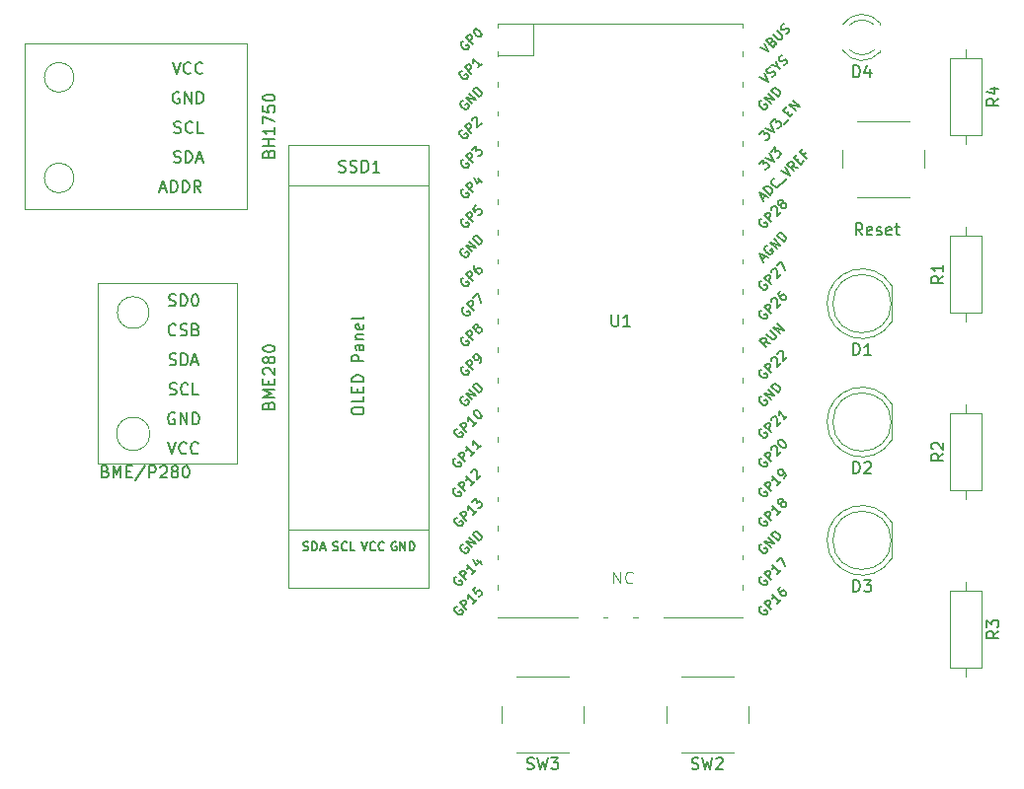
<source format=gbr>
%TF.GenerationSoftware,KiCad,Pcbnew,8.0.9-1.fc41*%
%TF.CreationDate,2025-03-09T21:58:35-04:00*%
%TF.ProjectId,pico_env,7069636f-5f65-46e7-962e-6b696361645f,rev?*%
%TF.SameCoordinates,Original*%
%TF.FileFunction,Legend,Top*%
%TF.FilePolarity,Positive*%
%FSLAX46Y46*%
G04 Gerber Fmt 4.6, Leading zero omitted, Abs format (unit mm)*
G04 Created by KiCad (PCBNEW 8.0.9-1.fc41) date 2025-03-09 21:58:35*
%MOMM*%
%LPD*%
G01*
G04 APERTURE LIST*
%ADD10C,0.100000*%
%ADD11C,0.150000*%
%ADD12C,0.120000*%
%ADD13C,0.040000*%
G04 APERTURE END LIST*
D10*
X190803884Y-100202419D02*
X190803884Y-99202419D01*
X190803884Y-99202419D02*
X191375312Y-100202419D01*
X191375312Y-100202419D02*
X191375312Y-99202419D01*
X192422931Y-100107180D02*
X192375312Y-100154800D01*
X192375312Y-100154800D02*
X192232455Y-100202419D01*
X192232455Y-100202419D02*
X192137217Y-100202419D01*
X192137217Y-100202419D02*
X191994360Y-100154800D01*
X191994360Y-100154800D02*
X191899122Y-100059561D01*
X191899122Y-100059561D02*
X191851503Y-99964323D01*
X191851503Y-99964323D02*
X191803884Y-99773847D01*
X191803884Y-99773847D02*
X191803884Y-99630990D01*
X191803884Y-99630990D02*
X191851503Y-99440514D01*
X191851503Y-99440514D02*
X191899122Y-99345276D01*
X191899122Y-99345276D02*
X191994360Y-99250038D01*
X191994360Y-99250038D02*
X192137217Y-99202419D01*
X192137217Y-99202419D02*
X192232455Y-99202419D01*
X192232455Y-99202419D02*
X192375312Y-99250038D01*
X192375312Y-99250038D02*
X192422931Y-99297657D01*
D11*
X161221009Y-63317142D02*
X161268628Y-63174285D01*
X161268628Y-63174285D02*
X161316247Y-63126666D01*
X161316247Y-63126666D02*
X161411485Y-63079047D01*
X161411485Y-63079047D02*
X161554342Y-63079047D01*
X161554342Y-63079047D02*
X161649580Y-63126666D01*
X161649580Y-63126666D02*
X161697200Y-63174285D01*
X161697200Y-63174285D02*
X161744819Y-63269523D01*
X161744819Y-63269523D02*
X161744819Y-63650475D01*
X161744819Y-63650475D02*
X160744819Y-63650475D01*
X160744819Y-63650475D02*
X160744819Y-63317142D01*
X160744819Y-63317142D02*
X160792438Y-63221904D01*
X160792438Y-63221904D02*
X160840057Y-63174285D01*
X160840057Y-63174285D02*
X160935295Y-63126666D01*
X160935295Y-63126666D02*
X161030533Y-63126666D01*
X161030533Y-63126666D02*
X161125771Y-63174285D01*
X161125771Y-63174285D02*
X161173390Y-63221904D01*
X161173390Y-63221904D02*
X161221009Y-63317142D01*
X161221009Y-63317142D02*
X161221009Y-63650475D01*
X161744819Y-62650475D02*
X160744819Y-62650475D01*
X161221009Y-62650475D02*
X161221009Y-62079047D01*
X161744819Y-62079047D02*
X160744819Y-62079047D01*
X161744819Y-61079047D02*
X161744819Y-61650475D01*
X161744819Y-61364761D02*
X160744819Y-61364761D01*
X160744819Y-61364761D02*
X160887676Y-61459999D01*
X160887676Y-61459999D02*
X160982914Y-61555237D01*
X160982914Y-61555237D02*
X161030533Y-61650475D01*
X160744819Y-60745713D02*
X160744819Y-60079047D01*
X160744819Y-60079047D02*
X161744819Y-60507618D01*
X160744819Y-59221904D02*
X160744819Y-59698094D01*
X160744819Y-59698094D02*
X161221009Y-59745713D01*
X161221009Y-59745713D02*
X161173390Y-59698094D01*
X161173390Y-59698094D02*
X161125771Y-59602856D01*
X161125771Y-59602856D02*
X161125771Y-59364761D01*
X161125771Y-59364761D02*
X161173390Y-59269523D01*
X161173390Y-59269523D02*
X161221009Y-59221904D01*
X161221009Y-59221904D02*
X161316247Y-59174285D01*
X161316247Y-59174285D02*
X161554342Y-59174285D01*
X161554342Y-59174285D02*
X161649580Y-59221904D01*
X161649580Y-59221904D02*
X161697200Y-59269523D01*
X161697200Y-59269523D02*
X161744819Y-59364761D01*
X161744819Y-59364761D02*
X161744819Y-59602856D01*
X161744819Y-59602856D02*
X161697200Y-59698094D01*
X161697200Y-59698094D02*
X161649580Y-59745713D01*
X160744819Y-58555237D02*
X160744819Y-58459999D01*
X160744819Y-58459999D02*
X160792438Y-58364761D01*
X160792438Y-58364761D02*
X160840057Y-58317142D01*
X160840057Y-58317142D02*
X160935295Y-58269523D01*
X160935295Y-58269523D02*
X161125771Y-58221904D01*
X161125771Y-58221904D02*
X161363866Y-58221904D01*
X161363866Y-58221904D02*
X161554342Y-58269523D01*
X161554342Y-58269523D02*
X161649580Y-58317142D01*
X161649580Y-58317142D02*
X161697200Y-58364761D01*
X161697200Y-58364761D02*
X161744819Y-58459999D01*
X161744819Y-58459999D02*
X161744819Y-58555237D01*
X161744819Y-58555237D02*
X161697200Y-58650475D01*
X161697200Y-58650475D02*
X161649580Y-58698094D01*
X161649580Y-58698094D02*
X161554342Y-58745713D01*
X161554342Y-58745713D02*
X161363866Y-58793332D01*
X161363866Y-58793332D02*
X161125771Y-58793332D01*
X161125771Y-58793332D02*
X160935295Y-58745713D01*
X160935295Y-58745713D02*
X160840057Y-58698094D01*
X160840057Y-58698094D02*
X160792438Y-58650475D01*
X160792438Y-58650475D02*
X160744819Y-58555237D01*
X151931905Y-66336104D02*
X152408095Y-66336104D01*
X151836667Y-66621819D02*
X152170000Y-65621819D01*
X152170000Y-65621819D02*
X152503333Y-66621819D01*
X152836667Y-66621819D02*
X152836667Y-65621819D01*
X152836667Y-65621819D02*
X153074762Y-65621819D01*
X153074762Y-65621819D02*
X153217619Y-65669438D01*
X153217619Y-65669438D02*
X153312857Y-65764676D01*
X153312857Y-65764676D02*
X153360476Y-65859914D01*
X153360476Y-65859914D02*
X153408095Y-66050390D01*
X153408095Y-66050390D02*
X153408095Y-66193247D01*
X153408095Y-66193247D02*
X153360476Y-66383723D01*
X153360476Y-66383723D02*
X153312857Y-66478961D01*
X153312857Y-66478961D02*
X153217619Y-66574200D01*
X153217619Y-66574200D02*
X153074762Y-66621819D01*
X153074762Y-66621819D02*
X152836667Y-66621819D01*
X153836667Y-66621819D02*
X153836667Y-65621819D01*
X153836667Y-65621819D02*
X154074762Y-65621819D01*
X154074762Y-65621819D02*
X154217619Y-65669438D01*
X154217619Y-65669438D02*
X154312857Y-65764676D01*
X154312857Y-65764676D02*
X154360476Y-65859914D01*
X154360476Y-65859914D02*
X154408095Y-66050390D01*
X154408095Y-66050390D02*
X154408095Y-66193247D01*
X154408095Y-66193247D02*
X154360476Y-66383723D01*
X154360476Y-66383723D02*
X154312857Y-66478961D01*
X154312857Y-66478961D02*
X154217619Y-66574200D01*
X154217619Y-66574200D02*
X154074762Y-66621819D01*
X154074762Y-66621819D02*
X153836667Y-66621819D01*
X155408095Y-66621819D02*
X155074762Y-66145628D01*
X154836667Y-66621819D02*
X154836667Y-65621819D01*
X154836667Y-65621819D02*
X155217619Y-65621819D01*
X155217619Y-65621819D02*
X155312857Y-65669438D01*
X155312857Y-65669438D02*
X155360476Y-65717057D01*
X155360476Y-65717057D02*
X155408095Y-65812295D01*
X155408095Y-65812295D02*
X155408095Y-65955152D01*
X155408095Y-65955152D02*
X155360476Y-66050390D01*
X155360476Y-66050390D02*
X155312857Y-66098009D01*
X155312857Y-66098009D02*
X155217619Y-66145628D01*
X155217619Y-66145628D02*
X154836667Y-66145628D01*
X153090714Y-64034200D02*
X153233571Y-64081819D01*
X153233571Y-64081819D02*
X153471666Y-64081819D01*
X153471666Y-64081819D02*
X153566904Y-64034200D01*
X153566904Y-64034200D02*
X153614523Y-63986580D01*
X153614523Y-63986580D02*
X153662142Y-63891342D01*
X153662142Y-63891342D02*
X153662142Y-63796104D01*
X153662142Y-63796104D02*
X153614523Y-63700866D01*
X153614523Y-63700866D02*
X153566904Y-63653247D01*
X153566904Y-63653247D02*
X153471666Y-63605628D01*
X153471666Y-63605628D02*
X153281190Y-63558009D01*
X153281190Y-63558009D02*
X153185952Y-63510390D01*
X153185952Y-63510390D02*
X153138333Y-63462771D01*
X153138333Y-63462771D02*
X153090714Y-63367533D01*
X153090714Y-63367533D02*
X153090714Y-63272295D01*
X153090714Y-63272295D02*
X153138333Y-63177057D01*
X153138333Y-63177057D02*
X153185952Y-63129438D01*
X153185952Y-63129438D02*
X153281190Y-63081819D01*
X153281190Y-63081819D02*
X153519285Y-63081819D01*
X153519285Y-63081819D02*
X153662142Y-63129438D01*
X154090714Y-64081819D02*
X154090714Y-63081819D01*
X154090714Y-63081819D02*
X154328809Y-63081819D01*
X154328809Y-63081819D02*
X154471666Y-63129438D01*
X154471666Y-63129438D02*
X154566904Y-63224676D01*
X154566904Y-63224676D02*
X154614523Y-63319914D01*
X154614523Y-63319914D02*
X154662142Y-63510390D01*
X154662142Y-63510390D02*
X154662142Y-63653247D01*
X154662142Y-63653247D02*
X154614523Y-63843723D01*
X154614523Y-63843723D02*
X154566904Y-63938961D01*
X154566904Y-63938961D02*
X154471666Y-64034200D01*
X154471666Y-64034200D02*
X154328809Y-64081819D01*
X154328809Y-64081819D02*
X154090714Y-64081819D01*
X155043095Y-63796104D02*
X155519285Y-63796104D01*
X154947857Y-64081819D02*
X155281190Y-63081819D01*
X155281190Y-63081819D02*
X155614523Y-64081819D01*
X153114524Y-61494200D02*
X153257381Y-61541819D01*
X153257381Y-61541819D02*
X153495476Y-61541819D01*
X153495476Y-61541819D02*
X153590714Y-61494200D01*
X153590714Y-61494200D02*
X153638333Y-61446580D01*
X153638333Y-61446580D02*
X153685952Y-61351342D01*
X153685952Y-61351342D02*
X153685952Y-61256104D01*
X153685952Y-61256104D02*
X153638333Y-61160866D01*
X153638333Y-61160866D02*
X153590714Y-61113247D01*
X153590714Y-61113247D02*
X153495476Y-61065628D01*
X153495476Y-61065628D02*
X153305000Y-61018009D01*
X153305000Y-61018009D02*
X153209762Y-60970390D01*
X153209762Y-60970390D02*
X153162143Y-60922771D01*
X153162143Y-60922771D02*
X153114524Y-60827533D01*
X153114524Y-60827533D02*
X153114524Y-60732295D01*
X153114524Y-60732295D02*
X153162143Y-60637057D01*
X153162143Y-60637057D02*
X153209762Y-60589438D01*
X153209762Y-60589438D02*
X153305000Y-60541819D01*
X153305000Y-60541819D02*
X153543095Y-60541819D01*
X153543095Y-60541819D02*
X153685952Y-60589438D01*
X154685952Y-61446580D02*
X154638333Y-61494200D01*
X154638333Y-61494200D02*
X154495476Y-61541819D01*
X154495476Y-61541819D02*
X154400238Y-61541819D01*
X154400238Y-61541819D02*
X154257381Y-61494200D01*
X154257381Y-61494200D02*
X154162143Y-61398961D01*
X154162143Y-61398961D02*
X154114524Y-61303723D01*
X154114524Y-61303723D02*
X154066905Y-61113247D01*
X154066905Y-61113247D02*
X154066905Y-60970390D01*
X154066905Y-60970390D02*
X154114524Y-60779914D01*
X154114524Y-60779914D02*
X154162143Y-60684676D01*
X154162143Y-60684676D02*
X154257381Y-60589438D01*
X154257381Y-60589438D02*
X154400238Y-60541819D01*
X154400238Y-60541819D02*
X154495476Y-60541819D01*
X154495476Y-60541819D02*
X154638333Y-60589438D01*
X154638333Y-60589438D02*
X154685952Y-60637057D01*
X155590714Y-61541819D02*
X155114524Y-61541819D01*
X155114524Y-61541819D02*
X155114524Y-60541819D01*
X153543095Y-58049438D02*
X153447857Y-58001819D01*
X153447857Y-58001819D02*
X153305000Y-58001819D01*
X153305000Y-58001819D02*
X153162143Y-58049438D01*
X153162143Y-58049438D02*
X153066905Y-58144676D01*
X153066905Y-58144676D02*
X153019286Y-58239914D01*
X153019286Y-58239914D02*
X152971667Y-58430390D01*
X152971667Y-58430390D02*
X152971667Y-58573247D01*
X152971667Y-58573247D02*
X153019286Y-58763723D01*
X153019286Y-58763723D02*
X153066905Y-58858961D01*
X153066905Y-58858961D02*
X153162143Y-58954200D01*
X153162143Y-58954200D02*
X153305000Y-59001819D01*
X153305000Y-59001819D02*
X153400238Y-59001819D01*
X153400238Y-59001819D02*
X153543095Y-58954200D01*
X153543095Y-58954200D02*
X153590714Y-58906580D01*
X153590714Y-58906580D02*
X153590714Y-58573247D01*
X153590714Y-58573247D02*
X153400238Y-58573247D01*
X154019286Y-59001819D02*
X154019286Y-58001819D01*
X154019286Y-58001819D02*
X154590714Y-59001819D01*
X154590714Y-59001819D02*
X154590714Y-58001819D01*
X155066905Y-59001819D02*
X155066905Y-58001819D01*
X155066905Y-58001819D02*
X155305000Y-58001819D01*
X155305000Y-58001819D02*
X155447857Y-58049438D01*
X155447857Y-58049438D02*
X155543095Y-58144676D01*
X155543095Y-58144676D02*
X155590714Y-58239914D01*
X155590714Y-58239914D02*
X155638333Y-58430390D01*
X155638333Y-58430390D02*
X155638333Y-58573247D01*
X155638333Y-58573247D02*
X155590714Y-58763723D01*
X155590714Y-58763723D02*
X155543095Y-58858961D01*
X155543095Y-58858961D02*
X155447857Y-58954200D01*
X155447857Y-58954200D02*
X155305000Y-59001819D01*
X155305000Y-59001819D02*
X155066905Y-59001819D01*
X152971667Y-55461819D02*
X153305000Y-56461819D01*
X153305000Y-56461819D02*
X153638333Y-55461819D01*
X154543095Y-56366580D02*
X154495476Y-56414200D01*
X154495476Y-56414200D02*
X154352619Y-56461819D01*
X154352619Y-56461819D02*
X154257381Y-56461819D01*
X154257381Y-56461819D02*
X154114524Y-56414200D01*
X154114524Y-56414200D02*
X154019286Y-56318961D01*
X154019286Y-56318961D02*
X153971667Y-56223723D01*
X153971667Y-56223723D02*
X153924048Y-56033247D01*
X153924048Y-56033247D02*
X153924048Y-55890390D01*
X153924048Y-55890390D02*
X153971667Y-55699914D01*
X153971667Y-55699914D02*
X154019286Y-55604676D01*
X154019286Y-55604676D02*
X154114524Y-55509438D01*
X154114524Y-55509438D02*
X154257381Y-55461819D01*
X154257381Y-55461819D02*
X154352619Y-55461819D01*
X154352619Y-55461819D02*
X154495476Y-55509438D01*
X154495476Y-55509438D02*
X154543095Y-55557057D01*
X155543095Y-56366580D02*
X155495476Y-56414200D01*
X155495476Y-56414200D02*
X155352619Y-56461819D01*
X155352619Y-56461819D02*
X155257381Y-56461819D01*
X155257381Y-56461819D02*
X155114524Y-56414200D01*
X155114524Y-56414200D02*
X155019286Y-56318961D01*
X155019286Y-56318961D02*
X154971667Y-56223723D01*
X154971667Y-56223723D02*
X154924048Y-56033247D01*
X154924048Y-56033247D02*
X154924048Y-55890390D01*
X154924048Y-55890390D02*
X154971667Y-55699914D01*
X154971667Y-55699914D02*
X155019286Y-55604676D01*
X155019286Y-55604676D02*
X155114524Y-55509438D01*
X155114524Y-55509438D02*
X155257381Y-55461819D01*
X155257381Y-55461819D02*
X155352619Y-55461819D01*
X155352619Y-55461819D02*
X155495476Y-55509438D01*
X155495476Y-55509438D02*
X155543095Y-55557057D01*
X190623095Y-77124819D02*
X190623095Y-77934342D01*
X190623095Y-77934342D02*
X190670714Y-78029580D01*
X190670714Y-78029580D02*
X190718333Y-78077200D01*
X190718333Y-78077200D02*
X190813571Y-78124819D01*
X190813571Y-78124819D02*
X191004047Y-78124819D01*
X191004047Y-78124819D02*
X191099285Y-78077200D01*
X191099285Y-78077200D02*
X191146904Y-78029580D01*
X191146904Y-78029580D02*
X191194523Y-77934342D01*
X191194523Y-77934342D02*
X191194523Y-77124819D01*
X192194523Y-78124819D02*
X191623095Y-78124819D01*
X191908809Y-78124819D02*
X191908809Y-77124819D01*
X191908809Y-77124819D02*
X191813571Y-77267676D01*
X191813571Y-77267676D02*
X191718333Y-77362914D01*
X191718333Y-77362914D02*
X191623095Y-77410533D01*
X177228998Y-89490868D02*
X177148185Y-89517805D01*
X177148185Y-89517805D02*
X177067373Y-89598618D01*
X177067373Y-89598618D02*
X177013498Y-89706367D01*
X177013498Y-89706367D02*
X177013498Y-89814117D01*
X177013498Y-89814117D02*
X177040436Y-89894929D01*
X177040436Y-89894929D02*
X177121248Y-90029616D01*
X177121248Y-90029616D02*
X177202060Y-90110428D01*
X177202060Y-90110428D02*
X177336747Y-90191241D01*
X177336747Y-90191241D02*
X177417560Y-90218178D01*
X177417560Y-90218178D02*
X177525309Y-90218178D01*
X177525309Y-90218178D02*
X177633059Y-90164303D01*
X177633059Y-90164303D02*
X177686934Y-90110428D01*
X177686934Y-90110428D02*
X177740808Y-90002679D01*
X177740808Y-90002679D02*
X177740808Y-89948804D01*
X177740808Y-89948804D02*
X177552247Y-89760242D01*
X177552247Y-89760242D02*
X177444497Y-89867992D01*
X178037120Y-89760242D02*
X177471434Y-89194557D01*
X177471434Y-89194557D02*
X177686934Y-88979057D01*
X177686934Y-88979057D02*
X177767746Y-88952120D01*
X177767746Y-88952120D02*
X177821621Y-88952120D01*
X177821621Y-88952120D02*
X177902433Y-88979057D01*
X177902433Y-88979057D02*
X177983245Y-89059870D01*
X177983245Y-89059870D02*
X178010182Y-89140682D01*
X178010182Y-89140682D02*
X178010182Y-89194557D01*
X178010182Y-89194557D02*
X177983245Y-89275369D01*
X177983245Y-89275369D02*
X177767746Y-89490868D01*
X178899117Y-88898245D02*
X178575868Y-89221494D01*
X178737492Y-89059870D02*
X178171807Y-88494184D01*
X178171807Y-88494184D02*
X178198744Y-88628871D01*
X178198744Y-88628871D02*
X178198744Y-88736621D01*
X178198744Y-88736621D02*
X178171807Y-88817433D01*
X179437865Y-88359497D02*
X179114616Y-88682746D01*
X179276240Y-88521121D02*
X178710555Y-87955436D01*
X178710555Y-87955436D02*
X178737492Y-88090123D01*
X178737492Y-88090123D02*
X178737492Y-88197873D01*
X178737492Y-88197873D02*
X178710555Y-88278685D01*
X203536873Y-72411240D02*
X203806247Y-72141866D01*
X203644623Y-72626739D02*
X203267499Y-71872492D01*
X203267499Y-71872492D02*
X204021746Y-72249615D01*
X203967871Y-71225994D02*
X203887059Y-71252932D01*
X203887059Y-71252932D02*
X203806247Y-71333744D01*
X203806247Y-71333744D02*
X203752372Y-71441494D01*
X203752372Y-71441494D02*
X203752372Y-71549243D01*
X203752372Y-71549243D02*
X203779310Y-71630055D01*
X203779310Y-71630055D02*
X203860122Y-71764742D01*
X203860122Y-71764742D02*
X203940934Y-71845555D01*
X203940934Y-71845555D02*
X204075621Y-71926367D01*
X204075621Y-71926367D02*
X204156433Y-71953304D01*
X204156433Y-71953304D02*
X204264183Y-71953304D01*
X204264183Y-71953304D02*
X204371932Y-71899429D01*
X204371932Y-71899429D02*
X204425807Y-71845555D01*
X204425807Y-71845555D02*
X204479682Y-71737805D01*
X204479682Y-71737805D02*
X204479682Y-71683930D01*
X204479682Y-71683930D02*
X204291120Y-71495368D01*
X204291120Y-71495368D02*
X204183371Y-71603118D01*
X204775993Y-71495368D02*
X204210308Y-70929683D01*
X204210308Y-70929683D02*
X205099242Y-71172120D01*
X205099242Y-71172120D02*
X204533557Y-70606434D01*
X205368616Y-70902746D02*
X204802931Y-70337060D01*
X204802931Y-70337060D02*
X204937618Y-70202373D01*
X204937618Y-70202373D02*
X205045367Y-70148498D01*
X205045367Y-70148498D02*
X205153117Y-70148498D01*
X205153117Y-70148498D02*
X205233929Y-70175436D01*
X205233929Y-70175436D02*
X205368616Y-70256248D01*
X205368616Y-70256248D02*
X205449428Y-70337060D01*
X205449428Y-70337060D02*
X205530241Y-70471747D01*
X205530241Y-70471747D02*
X205557178Y-70552560D01*
X205557178Y-70552560D02*
X205557178Y-70660309D01*
X205557178Y-70660309D02*
X205503303Y-70768059D01*
X205503303Y-70768059D02*
X205368616Y-70902746D01*
X203471435Y-96868431D02*
X203390623Y-96895368D01*
X203390623Y-96895368D02*
X203309811Y-96976180D01*
X203309811Y-96976180D02*
X203255936Y-97083930D01*
X203255936Y-97083930D02*
X203255936Y-97191680D01*
X203255936Y-97191680D02*
X203282873Y-97272492D01*
X203282873Y-97272492D02*
X203363685Y-97407179D01*
X203363685Y-97407179D02*
X203444498Y-97487991D01*
X203444498Y-97487991D02*
X203579185Y-97568803D01*
X203579185Y-97568803D02*
X203659997Y-97595741D01*
X203659997Y-97595741D02*
X203767746Y-97595741D01*
X203767746Y-97595741D02*
X203875496Y-97541866D01*
X203875496Y-97541866D02*
X203929371Y-97487991D01*
X203929371Y-97487991D02*
X203983246Y-97380241D01*
X203983246Y-97380241D02*
X203983246Y-97326367D01*
X203983246Y-97326367D02*
X203794684Y-97137805D01*
X203794684Y-97137805D02*
X203686934Y-97245554D01*
X204279557Y-97137805D02*
X203713872Y-96572119D01*
X203713872Y-96572119D02*
X204602806Y-96814556D01*
X204602806Y-96814556D02*
X204037120Y-96248871D01*
X204872180Y-96545182D02*
X204306494Y-95979497D01*
X204306494Y-95979497D02*
X204441181Y-95844810D01*
X204441181Y-95844810D02*
X204548931Y-95790935D01*
X204548931Y-95790935D02*
X204656680Y-95790935D01*
X204656680Y-95790935D02*
X204737493Y-95817872D01*
X204737493Y-95817872D02*
X204872180Y-95898685D01*
X204872180Y-95898685D02*
X204952992Y-95979497D01*
X204952992Y-95979497D02*
X205033804Y-96114184D01*
X205033804Y-96114184D02*
X205060741Y-96194996D01*
X205060741Y-96194996D02*
X205060741Y-96302746D01*
X205060741Y-96302746D02*
X205006867Y-96410495D01*
X205006867Y-96410495D02*
X204872180Y-96545182D01*
X203338406Y-54197585D02*
X204092653Y-54574709D01*
X204092653Y-54574709D02*
X203715529Y-53820462D01*
X204362027Y-53712712D02*
X204469776Y-53658838D01*
X204469776Y-53658838D02*
X204523651Y-53658838D01*
X204523651Y-53658838D02*
X204604463Y-53685775D01*
X204604463Y-53685775D02*
X204685276Y-53766587D01*
X204685276Y-53766587D02*
X204712213Y-53847399D01*
X204712213Y-53847399D02*
X204712213Y-53901274D01*
X204712213Y-53901274D02*
X204685276Y-53982086D01*
X204685276Y-53982086D02*
X204469776Y-54197586D01*
X204469776Y-54197586D02*
X203904091Y-53631900D01*
X203904091Y-53631900D02*
X204092653Y-53443338D01*
X204092653Y-53443338D02*
X204173465Y-53416401D01*
X204173465Y-53416401D02*
X204227340Y-53416401D01*
X204227340Y-53416401D02*
X204308152Y-53443338D01*
X204308152Y-53443338D02*
X204362027Y-53497213D01*
X204362027Y-53497213D02*
X204388964Y-53578025D01*
X204388964Y-53578025D02*
X204388964Y-53631900D01*
X204388964Y-53631900D02*
X204362027Y-53712712D01*
X204362027Y-53712712D02*
X204173465Y-53901274D01*
X204469776Y-53066215D02*
X204927712Y-53524151D01*
X204927712Y-53524151D02*
X205008524Y-53551088D01*
X205008524Y-53551088D02*
X205062399Y-53551088D01*
X205062399Y-53551088D02*
X205143211Y-53524151D01*
X205143211Y-53524151D02*
X205250961Y-53416401D01*
X205250961Y-53416401D02*
X205277898Y-53335589D01*
X205277898Y-53335589D02*
X205277898Y-53281714D01*
X205277898Y-53281714D02*
X205250961Y-53200902D01*
X205250961Y-53200902D02*
X204793025Y-52742966D01*
X205574210Y-53039277D02*
X205681959Y-52985403D01*
X205681959Y-52985403D02*
X205816646Y-52850716D01*
X205816646Y-52850716D02*
X205843584Y-52769903D01*
X205843584Y-52769903D02*
X205843584Y-52716029D01*
X205843584Y-52716029D02*
X205816646Y-52635216D01*
X205816646Y-52635216D02*
X205762771Y-52581342D01*
X205762771Y-52581342D02*
X205681959Y-52554404D01*
X205681959Y-52554404D02*
X205628084Y-52554404D01*
X205628084Y-52554404D02*
X205547272Y-52581342D01*
X205547272Y-52581342D02*
X205412585Y-52662154D01*
X205412585Y-52662154D02*
X205331773Y-52689091D01*
X205331773Y-52689091D02*
X205277898Y-52689091D01*
X205277898Y-52689091D02*
X205197086Y-52662154D01*
X205197086Y-52662154D02*
X205143211Y-52608279D01*
X205143211Y-52608279D02*
X205116274Y-52527467D01*
X205116274Y-52527467D02*
X205116274Y-52473592D01*
X205116274Y-52473592D02*
X205143211Y-52392780D01*
X205143211Y-52392780D02*
X205277898Y-52258093D01*
X205277898Y-52258093D02*
X205385648Y-52204218D01*
X203471435Y-58768431D02*
X203390623Y-58795368D01*
X203390623Y-58795368D02*
X203309811Y-58876180D01*
X203309811Y-58876180D02*
X203255936Y-58983930D01*
X203255936Y-58983930D02*
X203255936Y-59091680D01*
X203255936Y-59091680D02*
X203282873Y-59172492D01*
X203282873Y-59172492D02*
X203363685Y-59307179D01*
X203363685Y-59307179D02*
X203444498Y-59387991D01*
X203444498Y-59387991D02*
X203579185Y-59468803D01*
X203579185Y-59468803D02*
X203659997Y-59495741D01*
X203659997Y-59495741D02*
X203767746Y-59495741D01*
X203767746Y-59495741D02*
X203875496Y-59441866D01*
X203875496Y-59441866D02*
X203929371Y-59387991D01*
X203929371Y-59387991D02*
X203983246Y-59280241D01*
X203983246Y-59280241D02*
X203983246Y-59226367D01*
X203983246Y-59226367D02*
X203794684Y-59037805D01*
X203794684Y-59037805D02*
X203686934Y-59145554D01*
X204279557Y-59037805D02*
X203713872Y-58472119D01*
X203713872Y-58472119D02*
X204602806Y-58714556D01*
X204602806Y-58714556D02*
X204037120Y-58148871D01*
X204872180Y-58445182D02*
X204306494Y-57879497D01*
X204306494Y-57879497D02*
X204441181Y-57744810D01*
X204441181Y-57744810D02*
X204548931Y-57690935D01*
X204548931Y-57690935D02*
X204656680Y-57690935D01*
X204656680Y-57690935D02*
X204737493Y-57717872D01*
X204737493Y-57717872D02*
X204872180Y-57798685D01*
X204872180Y-57798685D02*
X204952992Y-57879497D01*
X204952992Y-57879497D02*
X205033804Y-58014184D01*
X205033804Y-58014184D02*
X205060741Y-58094996D01*
X205060741Y-58094996D02*
X205060741Y-58202746D01*
X205060741Y-58202746D02*
X205006867Y-58310495D01*
X205006867Y-58310495D02*
X204872180Y-58445182D01*
X177374998Y-94570868D02*
X177294185Y-94597805D01*
X177294185Y-94597805D02*
X177213373Y-94678618D01*
X177213373Y-94678618D02*
X177159498Y-94786367D01*
X177159498Y-94786367D02*
X177159498Y-94894117D01*
X177159498Y-94894117D02*
X177186436Y-94974929D01*
X177186436Y-94974929D02*
X177267248Y-95109616D01*
X177267248Y-95109616D02*
X177348060Y-95190428D01*
X177348060Y-95190428D02*
X177482747Y-95271241D01*
X177482747Y-95271241D02*
X177563560Y-95298178D01*
X177563560Y-95298178D02*
X177671309Y-95298178D01*
X177671309Y-95298178D02*
X177779059Y-95244303D01*
X177779059Y-95244303D02*
X177832934Y-95190428D01*
X177832934Y-95190428D02*
X177886808Y-95082679D01*
X177886808Y-95082679D02*
X177886808Y-95028804D01*
X177886808Y-95028804D02*
X177698247Y-94840242D01*
X177698247Y-94840242D02*
X177590497Y-94947992D01*
X178183120Y-94840242D02*
X177617434Y-94274557D01*
X177617434Y-94274557D02*
X177832934Y-94059057D01*
X177832934Y-94059057D02*
X177913746Y-94032120D01*
X177913746Y-94032120D02*
X177967621Y-94032120D01*
X177967621Y-94032120D02*
X178048433Y-94059057D01*
X178048433Y-94059057D02*
X178129245Y-94139870D01*
X178129245Y-94139870D02*
X178156182Y-94220682D01*
X178156182Y-94220682D02*
X178156182Y-94274557D01*
X178156182Y-94274557D02*
X178129245Y-94355369D01*
X178129245Y-94355369D02*
X177913746Y-94570868D01*
X179045117Y-93978245D02*
X178721868Y-94301494D01*
X178883492Y-94139870D02*
X178317807Y-93574184D01*
X178317807Y-93574184D02*
X178344744Y-93708871D01*
X178344744Y-93708871D02*
X178344744Y-93816621D01*
X178344744Y-93816621D02*
X178317807Y-93897433D01*
X178667993Y-93223998D02*
X179018179Y-92873812D01*
X179018179Y-92873812D02*
X179045117Y-93277873D01*
X179045117Y-93277873D02*
X179125929Y-93197060D01*
X179125929Y-93197060D02*
X179206741Y-93170123D01*
X179206741Y-93170123D02*
X179260616Y-93170123D01*
X179260616Y-93170123D02*
X179341428Y-93197060D01*
X179341428Y-93197060D02*
X179476115Y-93331747D01*
X179476115Y-93331747D02*
X179503053Y-93412560D01*
X179503053Y-93412560D02*
X179503053Y-93466434D01*
X179503053Y-93466434D02*
X179476115Y-93547247D01*
X179476115Y-93547247D02*
X179314491Y-93708871D01*
X179314491Y-93708871D02*
X179233679Y-93735808D01*
X179233679Y-93735808D02*
X179179804Y-93735808D01*
X203540064Y-67204049D02*
X203809438Y-66934675D01*
X203647813Y-67419549D02*
X203270690Y-66665301D01*
X203270690Y-66665301D02*
X204024937Y-67042425D01*
X204213499Y-66853863D02*
X203647813Y-66288178D01*
X203647813Y-66288178D02*
X203782500Y-66153491D01*
X203782500Y-66153491D02*
X203890250Y-66099616D01*
X203890250Y-66099616D02*
X203997999Y-66099616D01*
X203997999Y-66099616D02*
X204078812Y-66126553D01*
X204078812Y-66126553D02*
X204213499Y-66207366D01*
X204213499Y-66207366D02*
X204294311Y-66288178D01*
X204294311Y-66288178D02*
X204375123Y-66422865D01*
X204375123Y-66422865D02*
X204402060Y-66503677D01*
X204402060Y-66503677D02*
X204402060Y-66611427D01*
X204402060Y-66611427D02*
X204348186Y-66719176D01*
X204348186Y-66719176D02*
X204213499Y-66853863D01*
X205048558Y-65911054D02*
X205048558Y-65964929D01*
X205048558Y-65964929D02*
X204994683Y-66072679D01*
X204994683Y-66072679D02*
X204940808Y-66126553D01*
X204940808Y-66126553D02*
X204833059Y-66180428D01*
X204833059Y-66180428D02*
X204725309Y-66180428D01*
X204725309Y-66180428D02*
X204644497Y-66153491D01*
X204644497Y-66153491D02*
X204509810Y-66072679D01*
X204509810Y-66072679D02*
X204428998Y-65991866D01*
X204428998Y-65991866D02*
X204348186Y-65857179D01*
X204348186Y-65857179D02*
X204321248Y-65776367D01*
X204321248Y-65776367D02*
X204321248Y-65668618D01*
X204321248Y-65668618D02*
X204375123Y-65560868D01*
X204375123Y-65560868D02*
X204428998Y-65506993D01*
X204428998Y-65506993D02*
X204536747Y-65453118D01*
X204536747Y-65453118D02*
X204590622Y-65453118D01*
X205264057Y-65911054D02*
X205695056Y-65480056D01*
X205129370Y-64806621D02*
X205883618Y-65183744D01*
X205883618Y-65183744D02*
X205506494Y-64429497D01*
X206583990Y-64483372D02*
X206126054Y-64402560D01*
X206260741Y-64806621D02*
X205695056Y-64240935D01*
X205695056Y-64240935D02*
X205910555Y-64025436D01*
X205910555Y-64025436D02*
X205991367Y-63998499D01*
X205991367Y-63998499D02*
X206045242Y-63998499D01*
X206045242Y-63998499D02*
X206126054Y-64025436D01*
X206126054Y-64025436D02*
X206206866Y-64106248D01*
X206206866Y-64106248D02*
X206233804Y-64187061D01*
X206233804Y-64187061D02*
X206233804Y-64240935D01*
X206233804Y-64240935D02*
X206206866Y-64321748D01*
X206206866Y-64321748D02*
X205991367Y-64537247D01*
X206530115Y-63944624D02*
X206718677Y-63756062D01*
X207095800Y-63971561D02*
X206826426Y-64240935D01*
X206826426Y-64240935D02*
X206260741Y-63675250D01*
X206260741Y-63675250D02*
X206530115Y-63405876D01*
X207230488Y-63244251D02*
X207041926Y-63432813D01*
X207338237Y-63729125D02*
X206772552Y-63163439D01*
X206772552Y-63163439D02*
X207041926Y-62894065D01*
X177898372Y-66361494D02*
X177817560Y-66388431D01*
X177817560Y-66388431D02*
X177736748Y-66469243D01*
X177736748Y-66469243D02*
X177682873Y-66576993D01*
X177682873Y-66576993D02*
X177682873Y-66684742D01*
X177682873Y-66684742D02*
X177709810Y-66765555D01*
X177709810Y-66765555D02*
X177790623Y-66900242D01*
X177790623Y-66900242D02*
X177871435Y-66981054D01*
X177871435Y-66981054D02*
X178006122Y-67061866D01*
X178006122Y-67061866D02*
X178086934Y-67088803D01*
X178086934Y-67088803D02*
X178194684Y-67088803D01*
X178194684Y-67088803D02*
X178302433Y-67034929D01*
X178302433Y-67034929D02*
X178356308Y-66981054D01*
X178356308Y-66981054D02*
X178410183Y-66873304D01*
X178410183Y-66873304D02*
X178410183Y-66819429D01*
X178410183Y-66819429D02*
X178221621Y-66630868D01*
X178221621Y-66630868D02*
X178113871Y-66738617D01*
X178706494Y-66630868D02*
X178140809Y-66065182D01*
X178140809Y-66065182D02*
X178356308Y-65849683D01*
X178356308Y-65849683D02*
X178437120Y-65822746D01*
X178437120Y-65822746D02*
X178490995Y-65822746D01*
X178490995Y-65822746D02*
X178571807Y-65849683D01*
X178571807Y-65849683D02*
X178652619Y-65930495D01*
X178652619Y-65930495D02*
X178679557Y-66011307D01*
X178679557Y-66011307D02*
X178679557Y-66065182D01*
X178679557Y-66065182D02*
X178652619Y-66145994D01*
X178652619Y-66145994D02*
X178437120Y-66361494D01*
X179137493Y-65445622D02*
X179514616Y-65822746D01*
X178787306Y-65364810D02*
X179056680Y-65903558D01*
X179056680Y-65903558D02*
X179406867Y-65553372D01*
X177998372Y-76491494D02*
X177917560Y-76518431D01*
X177917560Y-76518431D02*
X177836748Y-76599243D01*
X177836748Y-76599243D02*
X177782873Y-76706993D01*
X177782873Y-76706993D02*
X177782873Y-76814742D01*
X177782873Y-76814742D02*
X177809810Y-76895555D01*
X177809810Y-76895555D02*
X177890623Y-77030242D01*
X177890623Y-77030242D02*
X177971435Y-77111054D01*
X177971435Y-77111054D02*
X178106122Y-77191866D01*
X178106122Y-77191866D02*
X178186934Y-77218803D01*
X178186934Y-77218803D02*
X178294684Y-77218803D01*
X178294684Y-77218803D02*
X178402433Y-77164929D01*
X178402433Y-77164929D02*
X178456308Y-77111054D01*
X178456308Y-77111054D02*
X178510183Y-77003304D01*
X178510183Y-77003304D02*
X178510183Y-76949429D01*
X178510183Y-76949429D02*
X178321621Y-76760868D01*
X178321621Y-76760868D02*
X178213871Y-76868617D01*
X178806494Y-76760868D02*
X178240809Y-76195182D01*
X178240809Y-76195182D02*
X178456308Y-75979683D01*
X178456308Y-75979683D02*
X178537120Y-75952746D01*
X178537120Y-75952746D02*
X178590995Y-75952746D01*
X178590995Y-75952746D02*
X178671807Y-75979683D01*
X178671807Y-75979683D02*
X178752619Y-76060495D01*
X178752619Y-76060495D02*
X178779557Y-76141307D01*
X178779557Y-76141307D02*
X178779557Y-76195182D01*
X178779557Y-76195182D02*
X178752619Y-76275994D01*
X178752619Y-76275994D02*
X178537120Y-76491494D01*
X178752619Y-75683372D02*
X179129743Y-75306248D01*
X179129743Y-75306248D02*
X179452992Y-76114370D01*
X177374998Y-102190868D02*
X177294185Y-102217805D01*
X177294185Y-102217805D02*
X177213373Y-102298618D01*
X177213373Y-102298618D02*
X177159498Y-102406367D01*
X177159498Y-102406367D02*
X177159498Y-102514117D01*
X177159498Y-102514117D02*
X177186436Y-102594929D01*
X177186436Y-102594929D02*
X177267248Y-102729616D01*
X177267248Y-102729616D02*
X177348060Y-102810428D01*
X177348060Y-102810428D02*
X177482747Y-102891241D01*
X177482747Y-102891241D02*
X177563560Y-102918178D01*
X177563560Y-102918178D02*
X177671309Y-102918178D01*
X177671309Y-102918178D02*
X177779059Y-102864303D01*
X177779059Y-102864303D02*
X177832934Y-102810428D01*
X177832934Y-102810428D02*
X177886808Y-102702679D01*
X177886808Y-102702679D02*
X177886808Y-102648804D01*
X177886808Y-102648804D02*
X177698247Y-102460242D01*
X177698247Y-102460242D02*
X177590497Y-102567992D01*
X178183120Y-102460242D02*
X177617434Y-101894557D01*
X177617434Y-101894557D02*
X177832934Y-101679057D01*
X177832934Y-101679057D02*
X177913746Y-101652120D01*
X177913746Y-101652120D02*
X177967621Y-101652120D01*
X177967621Y-101652120D02*
X178048433Y-101679057D01*
X178048433Y-101679057D02*
X178129245Y-101759870D01*
X178129245Y-101759870D02*
X178156182Y-101840682D01*
X178156182Y-101840682D02*
X178156182Y-101894557D01*
X178156182Y-101894557D02*
X178129245Y-101975369D01*
X178129245Y-101975369D02*
X177913746Y-102190868D01*
X179045117Y-101598245D02*
X178721868Y-101921494D01*
X178883492Y-101759870D02*
X178317807Y-101194184D01*
X178317807Y-101194184D02*
X178344744Y-101328871D01*
X178344744Y-101328871D02*
X178344744Y-101436621D01*
X178344744Y-101436621D02*
X178317807Y-101517433D01*
X178991242Y-100520749D02*
X178721868Y-100790123D01*
X178721868Y-100790123D02*
X178964305Y-101086434D01*
X178964305Y-101086434D02*
X178964305Y-101032560D01*
X178964305Y-101032560D02*
X178991242Y-100951747D01*
X178991242Y-100951747D02*
X179125929Y-100817060D01*
X179125929Y-100817060D02*
X179206741Y-100790123D01*
X179206741Y-100790123D02*
X179260616Y-100790123D01*
X179260616Y-100790123D02*
X179341428Y-100817060D01*
X179341428Y-100817060D02*
X179476115Y-100951747D01*
X179476115Y-100951747D02*
X179503053Y-101032560D01*
X179503053Y-101032560D02*
X179503053Y-101086434D01*
X179503053Y-101086434D02*
X179476115Y-101167247D01*
X179476115Y-101167247D02*
X179341428Y-101301934D01*
X179341428Y-101301934D02*
X179260616Y-101328871D01*
X179260616Y-101328871D02*
X179206741Y-101328871D01*
X203482998Y-99650868D02*
X203402185Y-99677805D01*
X203402185Y-99677805D02*
X203321373Y-99758618D01*
X203321373Y-99758618D02*
X203267498Y-99866367D01*
X203267498Y-99866367D02*
X203267498Y-99974117D01*
X203267498Y-99974117D02*
X203294436Y-100054929D01*
X203294436Y-100054929D02*
X203375248Y-100189616D01*
X203375248Y-100189616D02*
X203456060Y-100270428D01*
X203456060Y-100270428D02*
X203590747Y-100351241D01*
X203590747Y-100351241D02*
X203671560Y-100378178D01*
X203671560Y-100378178D02*
X203779309Y-100378178D01*
X203779309Y-100378178D02*
X203887059Y-100324303D01*
X203887059Y-100324303D02*
X203940934Y-100270428D01*
X203940934Y-100270428D02*
X203994808Y-100162679D01*
X203994808Y-100162679D02*
X203994808Y-100108804D01*
X203994808Y-100108804D02*
X203806247Y-99920242D01*
X203806247Y-99920242D02*
X203698497Y-100027992D01*
X204291120Y-99920242D02*
X203725434Y-99354557D01*
X203725434Y-99354557D02*
X203940934Y-99139057D01*
X203940934Y-99139057D02*
X204021746Y-99112120D01*
X204021746Y-99112120D02*
X204075621Y-99112120D01*
X204075621Y-99112120D02*
X204156433Y-99139057D01*
X204156433Y-99139057D02*
X204237245Y-99219870D01*
X204237245Y-99219870D02*
X204264182Y-99300682D01*
X204264182Y-99300682D02*
X204264182Y-99354557D01*
X204264182Y-99354557D02*
X204237245Y-99435369D01*
X204237245Y-99435369D02*
X204021746Y-99650868D01*
X205153117Y-99058245D02*
X204829868Y-99381494D01*
X204991492Y-99219870D02*
X204425807Y-98654184D01*
X204425807Y-98654184D02*
X204452744Y-98788871D01*
X204452744Y-98788871D02*
X204452744Y-98896621D01*
X204452744Y-98896621D02*
X204425807Y-98977433D01*
X204775993Y-98303998D02*
X205153117Y-97926874D01*
X205153117Y-97926874D02*
X205476366Y-98734996D01*
X203482998Y-76790868D02*
X203402185Y-76817805D01*
X203402185Y-76817805D02*
X203321373Y-76898618D01*
X203321373Y-76898618D02*
X203267498Y-77006367D01*
X203267498Y-77006367D02*
X203267498Y-77114117D01*
X203267498Y-77114117D02*
X203294436Y-77194929D01*
X203294436Y-77194929D02*
X203375248Y-77329616D01*
X203375248Y-77329616D02*
X203456060Y-77410428D01*
X203456060Y-77410428D02*
X203590747Y-77491241D01*
X203590747Y-77491241D02*
X203671560Y-77518178D01*
X203671560Y-77518178D02*
X203779309Y-77518178D01*
X203779309Y-77518178D02*
X203887059Y-77464303D01*
X203887059Y-77464303D02*
X203940934Y-77410428D01*
X203940934Y-77410428D02*
X203994808Y-77302679D01*
X203994808Y-77302679D02*
X203994808Y-77248804D01*
X203994808Y-77248804D02*
X203806247Y-77060242D01*
X203806247Y-77060242D02*
X203698497Y-77167992D01*
X204291120Y-77060242D02*
X203725434Y-76494557D01*
X203725434Y-76494557D02*
X203940934Y-76279057D01*
X203940934Y-76279057D02*
X204021746Y-76252120D01*
X204021746Y-76252120D02*
X204075621Y-76252120D01*
X204075621Y-76252120D02*
X204156433Y-76279057D01*
X204156433Y-76279057D02*
X204237245Y-76359870D01*
X204237245Y-76359870D02*
X204264182Y-76440682D01*
X204264182Y-76440682D02*
X204264182Y-76494557D01*
X204264182Y-76494557D02*
X204237245Y-76575369D01*
X204237245Y-76575369D02*
X204021746Y-76790868D01*
X204318057Y-76009683D02*
X204318057Y-75955809D01*
X204318057Y-75955809D02*
X204344995Y-75874996D01*
X204344995Y-75874996D02*
X204479682Y-75740309D01*
X204479682Y-75740309D02*
X204560494Y-75713372D01*
X204560494Y-75713372D02*
X204614369Y-75713372D01*
X204614369Y-75713372D02*
X204695181Y-75740309D01*
X204695181Y-75740309D02*
X204749056Y-75794184D01*
X204749056Y-75794184D02*
X204802930Y-75901934D01*
X204802930Y-75901934D02*
X204802930Y-76548431D01*
X204802930Y-76548431D02*
X205153117Y-76198245D01*
X205072305Y-75147686D02*
X204964555Y-75255436D01*
X204964555Y-75255436D02*
X204937618Y-75336248D01*
X204937618Y-75336248D02*
X204937618Y-75390123D01*
X204937618Y-75390123D02*
X204964555Y-75524810D01*
X204964555Y-75524810D02*
X205045367Y-75659497D01*
X205045367Y-75659497D02*
X205260866Y-75874996D01*
X205260866Y-75874996D02*
X205341679Y-75901934D01*
X205341679Y-75901934D02*
X205395553Y-75901934D01*
X205395553Y-75901934D02*
X205476366Y-75874996D01*
X205476366Y-75874996D02*
X205584115Y-75767247D01*
X205584115Y-75767247D02*
X205611053Y-75686434D01*
X205611053Y-75686434D02*
X205611053Y-75632560D01*
X205611053Y-75632560D02*
X205584115Y-75551747D01*
X205584115Y-75551747D02*
X205449428Y-75417060D01*
X205449428Y-75417060D02*
X205368616Y-75390123D01*
X205368616Y-75390123D02*
X205314741Y-75390123D01*
X205314741Y-75390123D02*
X205233929Y-75417060D01*
X205233929Y-75417060D02*
X205126179Y-75524810D01*
X205126179Y-75524810D02*
X205099242Y-75605622D01*
X205099242Y-75605622D02*
X205099242Y-75659497D01*
X205099242Y-75659497D02*
X205126179Y-75740309D01*
X203307407Y-61628584D02*
X203657593Y-61278398D01*
X203657593Y-61278398D02*
X203684531Y-61682459D01*
X203684531Y-61682459D02*
X203765343Y-61601646D01*
X203765343Y-61601646D02*
X203846155Y-61574709D01*
X203846155Y-61574709D02*
X203900030Y-61574709D01*
X203900030Y-61574709D02*
X203980842Y-61601646D01*
X203980842Y-61601646D02*
X204115529Y-61736333D01*
X204115529Y-61736333D02*
X204142467Y-61817146D01*
X204142467Y-61817146D02*
X204142467Y-61871020D01*
X204142467Y-61871020D02*
X204115529Y-61951833D01*
X204115529Y-61951833D02*
X203953905Y-62113457D01*
X203953905Y-62113457D02*
X203873093Y-62140394D01*
X203873093Y-62140394D02*
X203819218Y-62140394D01*
X203819218Y-61116773D02*
X204573465Y-61493897D01*
X204573465Y-61493897D02*
X204196342Y-60739649D01*
X204331028Y-60604963D02*
X204681215Y-60254776D01*
X204681215Y-60254776D02*
X204708152Y-60658837D01*
X204708152Y-60658837D02*
X204788964Y-60578025D01*
X204788964Y-60578025D02*
X204869776Y-60551088D01*
X204869776Y-60551088D02*
X204923651Y-60551088D01*
X204923651Y-60551088D02*
X205004464Y-60578025D01*
X205004464Y-60578025D02*
X205139151Y-60712712D01*
X205139151Y-60712712D02*
X205166088Y-60793524D01*
X205166088Y-60793524D02*
X205166088Y-60847399D01*
X205166088Y-60847399D02*
X205139151Y-60928211D01*
X205139151Y-60928211D02*
X204977526Y-61089836D01*
X204977526Y-61089836D02*
X204896714Y-61116773D01*
X204896714Y-61116773D02*
X204842839Y-61116773D01*
X205408525Y-60766587D02*
X205839523Y-60335588D01*
X205624024Y-59850715D02*
X205812586Y-59662153D01*
X206189709Y-59877652D02*
X205920335Y-60147026D01*
X205920335Y-60147026D02*
X205354650Y-59581341D01*
X205354650Y-59581341D02*
X205624024Y-59311967D01*
X206432146Y-59635215D02*
X205866461Y-59069530D01*
X205866461Y-59069530D02*
X206755395Y-59311967D01*
X206755395Y-59311967D02*
X206189710Y-58746281D01*
X203275123Y-64160868D02*
X203625309Y-63810682D01*
X203625309Y-63810682D02*
X203652247Y-64214743D01*
X203652247Y-64214743D02*
X203733059Y-64133931D01*
X203733059Y-64133931D02*
X203813871Y-64106993D01*
X203813871Y-64106993D02*
X203867746Y-64106993D01*
X203867746Y-64106993D02*
X203948558Y-64133931D01*
X203948558Y-64133931D02*
X204083245Y-64268618D01*
X204083245Y-64268618D02*
X204110182Y-64349430D01*
X204110182Y-64349430D02*
X204110182Y-64403305D01*
X204110182Y-64403305D02*
X204083245Y-64484117D01*
X204083245Y-64484117D02*
X203921621Y-64645741D01*
X203921621Y-64645741D02*
X203840808Y-64672679D01*
X203840808Y-64672679D02*
X203786934Y-64672679D01*
X203786934Y-63649057D02*
X204541181Y-64026181D01*
X204541181Y-64026181D02*
X204164057Y-63271934D01*
X204298744Y-63137247D02*
X204648930Y-62787061D01*
X204648930Y-62787061D02*
X204675868Y-63191122D01*
X204675868Y-63191122D02*
X204756680Y-63110309D01*
X204756680Y-63110309D02*
X204837492Y-63083372D01*
X204837492Y-63083372D02*
X204891367Y-63083372D01*
X204891367Y-63083372D02*
X204972179Y-63110309D01*
X204972179Y-63110309D02*
X205106866Y-63244996D01*
X205106866Y-63244996D02*
X205133804Y-63325809D01*
X205133804Y-63325809D02*
X205133804Y-63379683D01*
X205133804Y-63379683D02*
X205106866Y-63460496D01*
X205106866Y-63460496D02*
X204945242Y-63622120D01*
X204945242Y-63622120D02*
X204864430Y-63649057D01*
X204864430Y-63649057D02*
X204810555Y-63649057D01*
X177898372Y-79061494D02*
X177817560Y-79088431D01*
X177817560Y-79088431D02*
X177736748Y-79169243D01*
X177736748Y-79169243D02*
X177682873Y-79276993D01*
X177682873Y-79276993D02*
X177682873Y-79384742D01*
X177682873Y-79384742D02*
X177709810Y-79465555D01*
X177709810Y-79465555D02*
X177790623Y-79600242D01*
X177790623Y-79600242D02*
X177871435Y-79681054D01*
X177871435Y-79681054D02*
X178006122Y-79761866D01*
X178006122Y-79761866D02*
X178086934Y-79788803D01*
X178086934Y-79788803D02*
X178194684Y-79788803D01*
X178194684Y-79788803D02*
X178302433Y-79734929D01*
X178302433Y-79734929D02*
X178356308Y-79681054D01*
X178356308Y-79681054D02*
X178410183Y-79573304D01*
X178410183Y-79573304D02*
X178410183Y-79519429D01*
X178410183Y-79519429D02*
X178221621Y-79330868D01*
X178221621Y-79330868D02*
X178113871Y-79438617D01*
X178706494Y-79330868D02*
X178140809Y-78765182D01*
X178140809Y-78765182D02*
X178356308Y-78549683D01*
X178356308Y-78549683D02*
X178437120Y-78522746D01*
X178437120Y-78522746D02*
X178490995Y-78522746D01*
X178490995Y-78522746D02*
X178571807Y-78549683D01*
X178571807Y-78549683D02*
X178652619Y-78630495D01*
X178652619Y-78630495D02*
X178679557Y-78711307D01*
X178679557Y-78711307D02*
X178679557Y-78765182D01*
X178679557Y-78765182D02*
X178652619Y-78845994D01*
X178652619Y-78845994D02*
X178437120Y-79061494D01*
X179029743Y-78361121D02*
X178948931Y-78388059D01*
X178948931Y-78388059D02*
X178895056Y-78388059D01*
X178895056Y-78388059D02*
X178814244Y-78361121D01*
X178814244Y-78361121D02*
X178787306Y-78334184D01*
X178787306Y-78334184D02*
X178760369Y-78253372D01*
X178760369Y-78253372D02*
X178760369Y-78199497D01*
X178760369Y-78199497D02*
X178787306Y-78118685D01*
X178787306Y-78118685D02*
X178895056Y-78010935D01*
X178895056Y-78010935D02*
X178975868Y-77983998D01*
X178975868Y-77983998D02*
X179029743Y-77983998D01*
X179029743Y-77983998D02*
X179110555Y-78010935D01*
X179110555Y-78010935D02*
X179137493Y-78037872D01*
X179137493Y-78037872D02*
X179164430Y-78118685D01*
X179164430Y-78118685D02*
X179164430Y-78172559D01*
X179164430Y-78172559D02*
X179137493Y-78253372D01*
X179137493Y-78253372D02*
X179029743Y-78361121D01*
X179029743Y-78361121D02*
X179002806Y-78441933D01*
X179002806Y-78441933D02*
X179002806Y-78495808D01*
X179002806Y-78495808D02*
X179029743Y-78576620D01*
X179029743Y-78576620D02*
X179137493Y-78684370D01*
X179137493Y-78684370D02*
X179218305Y-78711307D01*
X179218305Y-78711307D02*
X179272180Y-78711307D01*
X179272180Y-78711307D02*
X179352992Y-78684370D01*
X179352992Y-78684370D02*
X179460741Y-78576620D01*
X179460741Y-78576620D02*
X179487679Y-78495808D01*
X179487679Y-78495808D02*
X179487679Y-78441933D01*
X179487679Y-78441933D02*
X179460741Y-78361121D01*
X179460741Y-78361121D02*
X179352992Y-78253372D01*
X179352992Y-78253372D02*
X179272180Y-78226434D01*
X179272180Y-78226434D02*
X179218305Y-78226434D01*
X179218305Y-78226434D02*
X179137493Y-78253372D01*
X203482998Y-102190868D02*
X203402185Y-102217805D01*
X203402185Y-102217805D02*
X203321373Y-102298618D01*
X203321373Y-102298618D02*
X203267498Y-102406367D01*
X203267498Y-102406367D02*
X203267498Y-102514117D01*
X203267498Y-102514117D02*
X203294436Y-102594929D01*
X203294436Y-102594929D02*
X203375248Y-102729616D01*
X203375248Y-102729616D02*
X203456060Y-102810428D01*
X203456060Y-102810428D02*
X203590747Y-102891241D01*
X203590747Y-102891241D02*
X203671560Y-102918178D01*
X203671560Y-102918178D02*
X203779309Y-102918178D01*
X203779309Y-102918178D02*
X203887059Y-102864303D01*
X203887059Y-102864303D02*
X203940934Y-102810428D01*
X203940934Y-102810428D02*
X203994808Y-102702679D01*
X203994808Y-102702679D02*
X203994808Y-102648804D01*
X203994808Y-102648804D02*
X203806247Y-102460242D01*
X203806247Y-102460242D02*
X203698497Y-102567992D01*
X204291120Y-102460242D02*
X203725434Y-101894557D01*
X203725434Y-101894557D02*
X203940934Y-101679057D01*
X203940934Y-101679057D02*
X204021746Y-101652120D01*
X204021746Y-101652120D02*
X204075621Y-101652120D01*
X204075621Y-101652120D02*
X204156433Y-101679057D01*
X204156433Y-101679057D02*
X204237245Y-101759870D01*
X204237245Y-101759870D02*
X204264182Y-101840682D01*
X204264182Y-101840682D02*
X204264182Y-101894557D01*
X204264182Y-101894557D02*
X204237245Y-101975369D01*
X204237245Y-101975369D02*
X204021746Y-102190868D01*
X205153117Y-101598245D02*
X204829868Y-101921494D01*
X204991492Y-101759870D02*
X204425807Y-101194184D01*
X204425807Y-101194184D02*
X204452744Y-101328871D01*
X204452744Y-101328871D02*
X204452744Y-101436621D01*
X204452744Y-101436621D02*
X204425807Y-101517433D01*
X205072305Y-100547686D02*
X204964555Y-100655436D01*
X204964555Y-100655436D02*
X204937618Y-100736248D01*
X204937618Y-100736248D02*
X204937618Y-100790123D01*
X204937618Y-100790123D02*
X204964555Y-100924810D01*
X204964555Y-100924810D02*
X205045367Y-101059497D01*
X205045367Y-101059497D02*
X205260866Y-101274996D01*
X205260866Y-101274996D02*
X205341679Y-101301934D01*
X205341679Y-101301934D02*
X205395553Y-101301934D01*
X205395553Y-101301934D02*
X205476366Y-101274996D01*
X205476366Y-101274996D02*
X205584115Y-101167247D01*
X205584115Y-101167247D02*
X205611053Y-101086434D01*
X205611053Y-101086434D02*
X205611053Y-101032560D01*
X205611053Y-101032560D02*
X205584115Y-100951747D01*
X205584115Y-100951747D02*
X205449428Y-100817060D01*
X205449428Y-100817060D02*
X205368616Y-100790123D01*
X205368616Y-100790123D02*
X205314741Y-100790123D01*
X205314741Y-100790123D02*
X205233929Y-100817060D01*
X205233929Y-100817060D02*
X205126179Y-100924810D01*
X205126179Y-100924810D02*
X205099242Y-101005622D01*
X205099242Y-101005622D02*
X205099242Y-101059497D01*
X205099242Y-101059497D02*
X205126179Y-101140309D01*
X203471435Y-84168431D02*
X203390623Y-84195368D01*
X203390623Y-84195368D02*
X203309811Y-84276180D01*
X203309811Y-84276180D02*
X203255936Y-84383930D01*
X203255936Y-84383930D02*
X203255936Y-84491680D01*
X203255936Y-84491680D02*
X203282873Y-84572492D01*
X203282873Y-84572492D02*
X203363685Y-84707179D01*
X203363685Y-84707179D02*
X203444498Y-84787991D01*
X203444498Y-84787991D02*
X203579185Y-84868803D01*
X203579185Y-84868803D02*
X203659997Y-84895741D01*
X203659997Y-84895741D02*
X203767746Y-84895741D01*
X203767746Y-84895741D02*
X203875496Y-84841866D01*
X203875496Y-84841866D02*
X203929371Y-84787991D01*
X203929371Y-84787991D02*
X203983246Y-84680241D01*
X203983246Y-84680241D02*
X203983246Y-84626367D01*
X203983246Y-84626367D02*
X203794684Y-84437805D01*
X203794684Y-84437805D02*
X203686934Y-84545554D01*
X204279557Y-84437805D02*
X203713872Y-83872119D01*
X203713872Y-83872119D02*
X204602806Y-84114556D01*
X204602806Y-84114556D02*
X204037120Y-83548871D01*
X204872180Y-83845182D02*
X204306494Y-83279497D01*
X204306494Y-83279497D02*
X204441181Y-83144810D01*
X204441181Y-83144810D02*
X204548931Y-83090935D01*
X204548931Y-83090935D02*
X204656680Y-83090935D01*
X204656680Y-83090935D02*
X204737493Y-83117872D01*
X204737493Y-83117872D02*
X204872180Y-83198685D01*
X204872180Y-83198685D02*
X204952992Y-83279497D01*
X204952992Y-83279497D02*
X205033804Y-83414184D01*
X205033804Y-83414184D02*
X205060741Y-83494996D01*
X205060741Y-83494996D02*
X205060741Y-83602746D01*
X205060741Y-83602746D02*
X205006867Y-83710495D01*
X205006867Y-83710495D02*
X204872180Y-83845182D01*
X177871435Y-71468431D02*
X177790623Y-71495368D01*
X177790623Y-71495368D02*
X177709811Y-71576180D01*
X177709811Y-71576180D02*
X177655936Y-71683930D01*
X177655936Y-71683930D02*
X177655936Y-71791680D01*
X177655936Y-71791680D02*
X177682873Y-71872492D01*
X177682873Y-71872492D02*
X177763685Y-72007179D01*
X177763685Y-72007179D02*
X177844498Y-72087991D01*
X177844498Y-72087991D02*
X177979185Y-72168803D01*
X177979185Y-72168803D02*
X178059997Y-72195741D01*
X178059997Y-72195741D02*
X178167746Y-72195741D01*
X178167746Y-72195741D02*
X178275496Y-72141866D01*
X178275496Y-72141866D02*
X178329371Y-72087991D01*
X178329371Y-72087991D02*
X178383246Y-71980241D01*
X178383246Y-71980241D02*
X178383246Y-71926367D01*
X178383246Y-71926367D02*
X178194684Y-71737805D01*
X178194684Y-71737805D02*
X178086934Y-71845554D01*
X178679557Y-71737805D02*
X178113872Y-71172119D01*
X178113872Y-71172119D02*
X179002806Y-71414556D01*
X179002806Y-71414556D02*
X178437120Y-70848871D01*
X179272180Y-71145182D02*
X178706494Y-70579497D01*
X178706494Y-70579497D02*
X178841181Y-70444810D01*
X178841181Y-70444810D02*
X178948931Y-70390935D01*
X178948931Y-70390935D02*
X179056680Y-70390935D01*
X179056680Y-70390935D02*
X179137493Y-70417872D01*
X179137493Y-70417872D02*
X179272180Y-70498685D01*
X179272180Y-70498685D02*
X179352992Y-70579497D01*
X179352992Y-70579497D02*
X179433804Y-70714184D01*
X179433804Y-70714184D02*
X179460741Y-70794996D01*
X179460741Y-70794996D02*
X179460741Y-70902746D01*
X179460741Y-70902746D02*
X179406867Y-71010495D01*
X179406867Y-71010495D02*
X179272180Y-71145182D01*
X203482998Y-68916868D02*
X203402185Y-68943805D01*
X203402185Y-68943805D02*
X203321373Y-69024618D01*
X203321373Y-69024618D02*
X203267498Y-69132367D01*
X203267498Y-69132367D02*
X203267498Y-69240117D01*
X203267498Y-69240117D02*
X203294436Y-69320929D01*
X203294436Y-69320929D02*
X203375248Y-69455616D01*
X203375248Y-69455616D02*
X203456060Y-69536428D01*
X203456060Y-69536428D02*
X203590747Y-69617241D01*
X203590747Y-69617241D02*
X203671560Y-69644178D01*
X203671560Y-69644178D02*
X203779309Y-69644178D01*
X203779309Y-69644178D02*
X203887059Y-69590303D01*
X203887059Y-69590303D02*
X203940934Y-69536428D01*
X203940934Y-69536428D02*
X203994808Y-69428679D01*
X203994808Y-69428679D02*
X203994808Y-69374804D01*
X203994808Y-69374804D02*
X203806247Y-69186242D01*
X203806247Y-69186242D02*
X203698497Y-69293992D01*
X204291120Y-69186242D02*
X203725434Y-68620557D01*
X203725434Y-68620557D02*
X203940934Y-68405057D01*
X203940934Y-68405057D02*
X204021746Y-68378120D01*
X204021746Y-68378120D02*
X204075621Y-68378120D01*
X204075621Y-68378120D02*
X204156433Y-68405057D01*
X204156433Y-68405057D02*
X204237245Y-68485870D01*
X204237245Y-68485870D02*
X204264182Y-68566682D01*
X204264182Y-68566682D02*
X204264182Y-68620557D01*
X204264182Y-68620557D02*
X204237245Y-68701369D01*
X204237245Y-68701369D02*
X204021746Y-68916868D01*
X204318057Y-68135683D02*
X204318057Y-68081809D01*
X204318057Y-68081809D02*
X204344995Y-68000996D01*
X204344995Y-68000996D02*
X204479682Y-67866309D01*
X204479682Y-67866309D02*
X204560494Y-67839372D01*
X204560494Y-67839372D02*
X204614369Y-67839372D01*
X204614369Y-67839372D02*
X204695181Y-67866309D01*
X204695181Y-67866309D02*
X204749056Y-67920184D01*
X204749056Y-67920184D02*
X204802930Y-68027934D01*
X204802930Y-68027934D02*
X204802930Y-68674431D01*
X204802930Y-68674431D02*
X205153117Y-68324245D01*
X205153117Y-67677747D02*
X205072305Y-67704685D01*
X205072305Y-67704685D02*
X205018430Y-67704685D01*
X205018430Y-67704685D02*
X204937618Y-67677747D01*
X204937618Y-67677747D02*
X204910680Y-67650810D01*
X204910680Y-67650810D02*
X204883743Y-67569998D01*
X204883743Y-67569998D02*
X204883743Y-67516123D01*
X204883743Y-67516123D02*
X204910680Y-67435311D01*
X204910680Y-67435311D02*
X205018430Y-67327561D01*
X205018430Y-67327561D02*
X205099242Y-67300624D01*
X205099242Y-67300624D02*
X205153117Y-67300624D01*
X205153117Y-67300624D02*
X205233929Y-67327561D01*
X205233929Y-67327561D02*
X205260866Y-67354499D01*
X205260866Y-67354499D02*
X205287804Y-67435311D01*
X205287804Y-67435311D02*
X205287804Y-67489186D01*
X205287804Y-67489186D02*
X205260866Y-67569998D01*
X205260866Y-67569998D02*
X205153117Y-67677747D01*
X205153117Y-67677747D02*
X205126179Y-67758560D01*
X205126179Y-67758560D02*
X205126179Y-67812434D01*
X205126179Y-67812434D02*
X205153117Y-67893247D01*
X205153117Y-67893247D02*
X205260866Y-68000996D01*
X205260866Y-68000996D02*
X205341679Y-68027934D01*
X205341679Y-68027934D02*
X205395553Y-68027934D01*
X205395553Y-68027934D02*
X205476366Y-68000996D01*
X205476366Y-68000996D02*
X205584115Y-67893247D01*
X205584115Y-67893247D02*
X205611053Y-67812434D01*
X205611053Y-67812434D02*
X205611053Y-67758560D01*
X205611053Y-67758560D02*
X205584115Y-67677747D01*
X205584115Y-67677747D02*
X205476366Y-67569998D01*
X205476366Y-67569998D02*
X205395553Y-67543060D01*
X205395553Y-67543060D02*
X205341679Y-67543060D01*
X205341679Y-67543060D02*
X205260866Y-67569998D01*
X177898372Y-81601494D02*
X177817560Y-81628431D01*
X177817560Y-81628431D02*
X177736748Y-81709243D01*
X177736748Y-81709243D02*
X177682873Y-81816993D01*
X177682873Y-81816993D02*
X177682873Y-81924742D01*
X177682873Y-81924742D02*
X177709810Y-82005555D01*
X177709810Y-82005555D02*
X177790623Y-82140242D01*
X177790623Y-82140242D02*
X177871435Y-82221054D01*
X177871435Y-82221054D02*
X178006122Y-82301866D01*
X178006122Y-82301866D02*
X178086934Y-82328803D01*
X178086934Y-82328803D02*
X178194684Y-82328803D01*
X178194684Y-82328803D02*
X178302433Y-82274929D01*
X178302433Y-82274929D02*
X178356308Y-82221054D01*
X178356308Y-82221054D02*
X178410183Y-82113304D01*
X178410183Y-82113304D02*
X178410183Y-82059429D01*
X178410183Y-82059429D02*
X178221621Y-81870868D01*
X178221621Y-81870868D02*
X178113871Y-81978617D01*
X178706494Y-81870868D02*
X178140809Y-81305182D01*
X178140809Y-81305182D02*
X178356308Y-81089683D01*
X178356308Y-81089683D02*
X178437120Y-81062746D01*
X178437120Y-81062746D02*
X178490995Y-81062746D01*
X178490995Y-81062746D02*
X178571807Y-81089683D01*
X178571807Y-81089683D02*
X178652619Y-81170495D01*
X178652619Y-81170495D02*
X178679557Y-81251307D01*
X178679557Y-81251307D02*
X178679557Y-81305182D01*
X178679557Y-81305182D02*
X178652619Y-81385994D01*
X178652619Y-81385994D02*
X178437120Y-81601494D01*
X179299117Y-81278245D02*
X179406867Y-81170495D01*
X179406867Y-81170495D02*
X179433804Y-81089683D01*
X179433804Y-81089683D02*
X179433804Y-81035808D01*
X179433804Y-81035808D02*
X179406867Y-80901121D01*
X179406867Y-80901121D02*
X179326054Y-80766434D01*
X179326054Y-80766434D02*
X179110555Y-80550935D01*
X179110555Y-80550935D02*
X179029743Y-80523998D01*
X179029743Y-80523998D02*
X178975868Y-80523998D01*
X178975868Y-80523998D02*
X178895056Y-80550935D01*
X178895056Y-80550935D02*
X178787306Y-80658685D01*
X178787306Y-80658685D02*
X178760369Y-80739497D01*
X178760369Y-80739497D02*
X178760369Y-80793372D01*
X178760369Y-80793372D02*
X178787306Y-80874184D01*
X178787306Y-80874184D02*
X178921993Y-81008871D01*
X178921993Y-81008871D02*
X179002806Y-81035808D01*
X179002806Y-81035808D02*
X179056680Y-81035808D01*
X179056680Y-81035808D02*
X179137493Y-81008871D01*
X179137493Y-81008871D02*
X179245242Y-80901121D01*
X179245242Y-80901121D02*
X179272180Y-80820309D01*
X179272180Y-80820309D02*
X179272180Y-80766434D01*
X179272180Y-80766434D02*
X179245242Y-80685622D01*
X177898372Y-68901494D02*
X177817560Y-68928431D01*
X177817560Y-68928431D02*
X177736748Y-69009243D01*
X177736748Y-69009243D02*
X177682873Y-69116993D01*
X177682873Y-69116993D02*
X177682873Y-69224742D01*
X177682873Y-69224742D02*
X177709810Y-69305555D01*
X177709810Y-69305555D02*
X177790623Y-69440242D01*
X177790623Y-69440242D02*
X177871435Y-69521054D01*
X177871435Y-69521054D02*
X178006122Y-69601866D01*
X178006122Y-69601866D02*
X178086934Y-69628803D01*
X178086934Y-69628803D02*
X178194684Y-69628803D01*
X178194684Y-69628803D02*
X178302433Y-69574929D01*
X178302433Y-69574929D02*
X178356308Y-69521054D01*
X178356308Y-69521054D02*
X178410183Y-69413304D01*
X178410183Y-69413304D02*
X178410183Y-69359429D01*
X178410183Y-69359429D02*
X178221621Y-69170868D01*
X178221621Y-69170868D02*
X178113871Y-69278617D01*
X178706494Y-69170868D02*
X178140809Y-68605182D01*
X178140809Y-68605182D02*
X178356308Y-68389683D01*
X178356308Y-68389683D02*
X178437120Y-68362746D01*
X178437120Y-68362746D02*
X178490995Y-68362746D01*
X178490995Y-68362746D02*
X178571807Y-68389683D01*
X178571807Y-68389683D02*
X178652619Y-68470495D01*
X178652619Y-68470495D02*
X178679557Y-68551307D01*
X178679557Y-68551307D02*
X178679557Y-68605182D01*
X178679557Y-68605182D02*
X178652619Y-68685994D01*
X178652619Y-68685994D02*
X178437120Y-68901494D01*
X178975868Y-67770123D02*
X178706494Y-68039497D01*
X178706494Y-68039497D02*
X178948931Y-68335808D01*
X178948931Y-68335808D02*
X178948931Y-68281933D01*
X178948931Y-68281933D02*
X178975868Y-68201121D01*
X178975868Y-68201121D02*
X179110555Y-68066434D01*
X179110555Y-68066434D02*
X179191367Y-68039497D01*
X179191367Y-68039497D02*
X179245242Y-68039497D01*
X179245242Y-68039497D02*
X179326054Y-68066434D01*
X179326054Y-68066434D02*
X179460741Y-68201121D01*
X179460741Y-68201121D02*
X179487679Y-68281933D01*
X179487679Y-68281933D02*
X179487679Y-68335808D01*
X179487679Y-68335808D02*
X179460741Y-68416620D01*
X179460741Y-68416620D02*
X179326054Y-68551307D01*
X179326054Y-68551307D02*
X179245242Y-68578245D01*
X179245242Y-68578245D02*
X179191367Y-68578245D01*
X177898372Y-53661494D02*
X177817560Y-53688431D01*
X177817560Y-53688431D02*
X177736748Y-53769243D01*
X177736748Y-53769243D02*
X177682873Y-53876993D01*
X177682873Y-53876993D02*
X177682873Y-53984742D01*
X177682873Y-53984742D02*
X177709810Y-54065555D01*
X177709810Y-54065555D02*
X177790623Y-54200242D01*
X177790623Y-54200242D02*
X177871435Y-54281054D01*
X177871435Y-54281054D02*
X178006122Y-54361866D01*
X178006122Y-54361866D02*
X178086934Y-54388803D01*
X178086934Y-54388803D02*
X178194684Y-54388803D01*
X178194684Y-54388803D02*
X178302433Y-54334929D01*
X178302433Y-54334929D02*
X178356308Y-54281054D01*
X178356308Y-54281054D02*
X178410183Y-54173304D01*
X178410183Y-54173304D02*
X178410183Y-54119429D01*
X178410183Y-54119429D02*
X178221621Y-53930868D01*
X178221621Y-53930868D02*
X178113871Y-54038617D01*
X178706494Y-53930868D02*
X178140809Y-53365182D01*
X178140809Y-53365182D02*
X178356308Y-53149683D01*
X178356308Y-53149683D02*
X178437120Y-53122746D01*
X178437120Y-53122746D02*
X178490995Y-53122746D01*
X178490995Y-53122746D02*
X178571807Y-53149683D01*
X178571807Y-53149683D02*
X178652619Y-53230495D01*
X178652619Y-53230495D02*
X178679557Y-53311307D01*
X178679557Y-53311307D02*
X178679557Y-53365182D01*
X178679557Y-53365182D02*
X178652619Y-53445994D01*
X178652619Y-53445994D02*
X178437120Y-53661494D01*
X178814244Y-52691747D02*
X178868119Y-52637872D01*
X178868119Y-52637872D02*
X178948931Y-52610935D01*
X178948931Y-52610935D02*
X179002806Y-52610935D01*
X179002806Y-52610935D02*
X179083618Y-52637872D01*
X179083618Y-52637872D02*
X179218305Y-52718685D01*
X179218305Y-52718685D02*
X179352992Y-52853372D01*
X179352992Y-52853372D02*
X179433804Y-52988059D01*
X179433804Y-52988059D02*
X179460741Y-53068871D01*
X179460741Y-53068871D02*
X179460741Y-53122746D01*
X179460741Y-53122746D02*
X179433804Y-53203558D01*
X179433804Y-53203558D02*
X179379929Y-53257433D01*
X179379929Y-53257433D02*
X179299117Y-53284370D01*
X179299117Y-53284370D02*
X179245242Y-53284370D01*
X179245242Y-53284370D02*
X179164430Y-53257433D01*
X179164430Y-53257433D02*
X179029743Y-53176620D01*
X179029743Y-53176620D02*
X178895056Y-53041933D01*
X178895056Y-53041933D02*
X178814244Y-52907246D01*
X178814244Y-52907246D02*
X178787306Y-52826434D01*
X178787306Y-52826434D02*
X178787306Y-52772559D01*
X178787306Y-52772559D02*
X178814244Y-52691747D01*
X177898372Y-63821494D02*
X177817560Y-63848431D01*
X177817560Y-63848431D02*
X177736748Y-63929243D01*
X177736748Y-63929243D02*
X177682873Y-64036993D01*
X177682873Y-64036993D02*
X177682873Y-64144742D01*
X177682873Y-64144742D02*
X177709810Y-64225555D01*
X177709810Y-64225555D02*
X177790623Y-64360242D01*
X177790623Y-64360242D02*
X177871435Y-64441054D01*
X177871435Y-64441054D02*
X178006122Y-64521866D01*
X178006122Y-64521866D02*
X178086934Y-64548803D01*
X178086934Y-64548803D02*
X178194684Y-64548803D01*
X178194684Y-64548803D02*
X178302433Y-64494929D01*
X178302433Y-64494929D02*
X178356308Y-64441054D01*
X178356308Y-64441054D02*
X178410183Y-64333304D01*
X178410183Y-64333304D02*
X178410183Y-64279429D01*
X178410183Y-64279429D02*
X178221621Y-64090868D01*
X178221621Y-64090868D02*
X178113871Y-64198617D01*
X178706494Y-64090868D02*
X178140809Y-63525182D01*
X178140809Y-63525182D02*
X178356308Y-63309683D01*
X178356308Y-63309683D02*
X178437120Y-63282746D01*
X178437120Y-63282746D02*
X178490995Y-63282746D01*
X178490995Y-63282746D02*
X178571807Y-63309683D01*
X178571807Y-63309683D02*
X178652619Y-63390495D01*
X178652619Y-63390495D02*
X178679557Y-63471307D01*
X178679557Y-63471307D02*
X178679557Y-63525182D01*
X178679557Y-63525182D02*
X178652619Y-63605994D01*
X178652619Y-63605994D02*
X178437120Y-63821494D01*
X178652619Y-63013372D02*
X179002806Y-62663185D01*
X179002806Y-62663185D02*
X179029743Y-63067246D01*
X179029743Y-63067246D02*
X179110555Y-62986434D01*
X179110555Y-62986434D02*
X179191367Y-62959497D01*
X179191367Y-62959497D02*
X179245242Y-62959497D01*
X179245242Y-62959497D02*
X179326054Y-62986434D01*
X179326054Y-62986434D02*
X179460741Y-63121121D01*
X179460741Y-63121121D02*
X179487679Y-63201933D01*
X179487679Y-63201933D02*
X179487679Y-63255808D01*
X179487679Y-63255808D02*
X179460741Y-63336620D01*
X179460741Y-63336620D02*
X179299117Y-63498245D01*
X179299117Y-63498245D02*
X179218305Y-63525182D01*
X179218305Y-63525182D02*
X179164430Y-63525182D01*
X177871435Y-96868431D02*
X177790623Y-96895368D01*
X177790623Y-96895368D02*
X177709811Y-96976180D01*
X177709811Y-96976180D02*
X177655936Y-97083930D01*
X177655936Y-97083930D02*
X177655936Y-97191680D01*
X177655936Y-97191680D02*
X177682873Y-97272492D01*
X177682873Y-97272492D02*
X177763685Y-97407179D01*
X177763685Y-97407179D02*
X177844498Y-97487991D01*
X177844498Y-97487991D02*
X177979185Y-97568803D01*
X177979185Y-97568803D02*
X178059997Y-97595741D01*
X178059997Y-97595741D02*
X178167746Y-97595741D01*
X178167746Y-97595741D02*
X178275496Y-97541866D01*
X178275496Y-97541866D02*
X178329371Y-97487991D01*
X178329371Y-97487991D02*
X178383246Y-97380241D01*
X178383246Y-97380241D02*
X178383246Y-97326367D01*
X178383246Y-97326367D02*
X178194684Y-97137805D01*
X178194684Y-97137805D02*
X178086934Y-97245554D01*
X178679557Y-97137805D02*
X178113872Y-96572119D01*
X178113872Y-96572119D02*
X179002806Y-96814556D01*
X179002806Y-96814556D02*
X178437120Y-96248871D01*
X179272180Y-96545182D02*
X178706494Y-95979497D01*
X178706494Y-95979497D02*
X178841181Y-95844810D01*
X178841181Y-95844810D02*
X178948931Y-95790935D01*
X178948931Y-95790935D02*
X179056680Y-95790935D01*
X179056680Y-95790935D02*
X179137493Y-95817872D01*
X179137493Y-95817872D02*
X179272180Y-95898685D01*
X179272180Y-95898685D02*
X179352992Y-95979497D01*
X179352992Y-95979497D02*
X179433804Y-96114184D01*
X179433804Y-96114184D02*
X179460741Y-96194996D01*
X179460741Y-96194996D02*
X179460741Y-96302746D01*
X179460741Y-96302746D02*
X179406867Y-96410495D01*
X179406867Y-96410495D02*
X179272180Y-96545182D01*
X177871435Y-58768431D02*
X177790623Y-58795368D01*
X177790623Y-58795368D02*
X177709811Y-58876180D01*
X177709811Y-58876180D02*
X177655936Y-58983930D01*
X177655936Y-58983930D02*
X177655936Y-59091680D01*
X177655936Y-59091680D02*
X177682873Y-59172492D01*
X177682873Y-59172492D02*
X177763685Y-59307179D01*
X177763685Y-59307179D02*
X177844498Y-59387991D01*
X177844498Y-59387991D02*
X177979185Y-59468803D01*
X177979185Y-59468803D02*
X178059997Y-59495741D01*
X178059997Y-59495741D02*
X178167746Y-59495741D01*
X178167746Y-59495741D02*
X178275496Y-59441866D01*
X178275496Y-59441866D02*
X178329371Y-59387991D01*
X178329371Y-59387991D02*
X178383246Y-59280241D01*
X178383246Y-59280241D02*
X178383246Y-59226367D01*
X178383246Y-59226367D02*
X178194684Y-59037805D01*
X178194684Y-59037805D02*
X178086934Y-59145554D01*
X178679557Y-59037805D02*
X178113872Y-58472119D01*
X178113872Y-58472119D02*
X179002806Y-58714556D01*
X179002806Y-58714556D02*
X178437120Y-58148871D01*
X179272180Y-58445182D02*
X178706494Y-57879497D01*
X178706494Y-57879497D02*
X178841181Y-57744810D01*
X178841181Y-57744810D02*
X178948931Y-57690935D01*
X178948931Y-57690935D02*
X179056680Y-57690935D01*
X179056680Y-57690935D02*
X179137493Y-57717872D01*
X179137493Y-57717872D02*
X179272180Y-57798685D01*
X179272180Y-57798685D02*
X179352992Y-57879497D01*
X179352992Y-57879497D02*
X179433804Y-58014184D01*
X179433804Y-58014184D02*
X179460741Y-58094996D01*
X179460741Y-58094996D02*
X179460741Y-58202746D01*
X179460741Y-58202746D02*
X179406867Y-58310495D01*
X179406867Y-58310495D02*
X179272180Y-58445182D01*
X203482998Y-89490868D02*
X203402185Y-89517805D01*
X203402185Y-89517805D02*
X203321373Y-89598618D01*
X203321373Y-89598618D02*
X203267498Y-89706367D01*
X203267498Y-89706367D02*
X203267498Y-89814117D01*
X203267498Y-89814117D02*
X203294436Y-89894929D01*
X203294436Y-89894929D02*
X203375248Y-90029616D01*
X203375248Y-90029616D02*
X203456060Y-90110428D01*
X203456060Y-90110428D02*
X203590747Y-90191241D01*
X203590747Y-90191241D02*
X203671560Y-90218178D01*
X203671560Y-90218178D02*
X203779309Y-90218178D01*
X203779309Y-90218178D02*
X203887059Y-90164303D01*
X203887059Y-90164303D02*
X203940934Y-90110428D01*
X203940934Y-90110428D02*
X203994808Y-90002679D01*
X203994808Y-90002679D02*
X203994808Y-89948804D01*
X203994808Y-89948804D02*
X203806247Y-89760242D01*
X203806247Y-89760242D02*
X203698497Y-89867992D01*
X204291120Y-89760242D02*
X203725434Y-89194557D01*
X203725434Y-89194557D02*
X203940934Y-88979057D01*
X203940934Y-88979057D02*
X204021746Y-88952120D01*
X204021746Y-88952120D02*
X204075621Y-88952120D01*
X204075621Y-88952120D02*
X204156433Y-88979057D01*
X204156433Y-88979057D02*
X204237245Y-89059870D01*
X204237245Y-89059870D02*
X204264182Y-89140682D01*
X204264182Y-89140682D02*
X204264182Y-89194557D01*
X204264182Y-89194557D02*
X204237245Y-89275369D01*
X204237245Y-89275369D02*
X204021746Y-89490868D01*
X204318057Y-88709683D02*
X204318057Y-88655809D01*
X204318057Y-88655809D02*
X204344995Y-88574996D01*
X204344995Y-88574996D02*
X204479682Y-88440309D01*
X204479682Y-88440309D02*
X204560494Y-88413372D01*
X204560494Y-88413372D02*
X204614369Y-88413372D01*
X204614369Y-88413372D02*
X204695181Y-88440309D01*
X204695181Y-88440309D02*
X204749056Y-88494184D01*
X204749056Y-88494184D02*
X204802930Y-88601934D01*
X204802930Y-88601934D02*
X204802930Y-89248431D01*
X204802930Y-89248431D02*
X205153117Y-88898245D01*
X204937618Y-87982373D02*
X204991492Y-87928499D01*
X204991492Y-87928499D02*
X205072305Y-87901561D01*
X205072305Y-87901561D02*
X205126179Y-87901561D01*
X205126179Y-87901561D02*
X205206992Y-87928499D01*
X205206992Y-87928499D02*
X205341679Y-88009311D01*
X205341679Y-88009311D02*
X205476366Y-88143998D01*
X205476366Y-88143998D02*
X205557178Y-88278685D01*
X205557178Y-88278685D02*
X205584115Y-88359497D01*
X205584115Y-88359497D02*
X205584115Y-88413372D01*
X205584115Y-88413372D02*
X205557178Y-88494184D01*
X205557178Y-88494184D02*
X205503303Y-88548059D01*
X205503303Y-88548059D02*
X205422491Y-88574996D01*
X205422491Y-88574996D02*
X205368616Y-88574996D01*
X205368616Y-88574996D02*
X205287804Y-88548059D01*
X205287804Y-88548059D02*
X205153117Y-88467247D01*
X205153117Y-88467247D02*
X205018430Y-88332560D01*
X205018430Y-88332560D02*
X204937618Y-88197873D01*
X204937618Y-88197873D02*
X204910680Y-88117060D01*
X204910680Y-88117060D02*
X204910680Y-88063186D01*
X204910680Y-88063186D02*
X204937618Y-87982373D01*
X203482998Y-92030868D02*
X203402185Y-92057805D01*
X203402185Y-92057805D02*
X203321373Y-92138618D01*
X203321373Y-92138618D02*
X203267498Y-92246367D01*
X203267498Y-92246367D02*
X203267498Y-92354117D01*
X203267498Y-92354117D02*
X203294436Y-92434929D01*
X203294436Y-92434929D02*
X203375248Y-92569616D01*
X203375248Y-92569616D02*
X203456060Y-92650428D01*
X203456060Y-92650428D02*
X203590747Y-92731241D01*
X203590747Y-92731241D02*
X203671560Y-92758178D01*
X203671560Y-92758178D02*
X203779309Y-92758178D01*
X203779309Y-92758178D02*
X203887059Y-92704303D01*
X203887059Y-92704303D02*
X203940934Y-92650428D01*
X203940934Y-92650428D02*
X203994808Y-92542679D01*
X203994808Y-92542679D02*
X203994808Y-92488804D01*
X203994808Y-92488804D02*
X203806247Y-92300242D01*
X203806247Y-92300242D02*
X203698497Y-92407992D01*
X204291120Y-92300242D02*
X203725434Y-91734557D01*
X203725434Y-91734557D02*
X203940934Y-91519057D01*
X203940934Y-91519057D02*
X204021746Y-91492120D01*
X204021746Y-91492120D02*
X204075621Y-91492120D01*
X204075621Y-91492120D02*
X204156433Y-91519057D01*
X204156433Y-91519057D02*
X204237245Y-91599870D01*
X204237245Y-91599870D02*
X204264182Y-91680682D01*
X204264182Y-91680682D02*
X204264182Y-91734557D01*
X204264182Y-91734557D02*
X204237245Y-91815369D01*
X204237245Y-91815369D02*
X204021746Y-92030868D01*
X205153117Y-91438245D02*
X204829868Y-91761494D01*
X204991492Y-91599870D02*
X204425807Y-91034184D01*
X204425807Y-91034184D02*
X204452744Y-91168871D01*
X204452744Y-91168871D02*
X204452744Y-91276621D01*
X204452744Y-91276621D02*
X204425807Y-91357433D01*
X205422491Y-91168871D02*
X205530240Y-91061121D01*
X205530240Y-91061121D02*
X205557178Y-90980309D01*
X205557178Y-90980309D02*
X205557178Y-90926434D01*
X205557178Y-90926434D02*
X205530240Y-90791747D01*
X205530240Y-90791747D02*
X205449428Y-90657060D01*
X205449428Y-90657060D02*
X205233929Y-90441561D01*
X205233929Y-90441561D02*
X205153117Y-90414624D01*
X205153117Y-90414624D02*
X205099242Y-90414624D01*
X205099242Y-90414624D02*
X205018430Y-90441561D01*
X205018430Y-90441561D02*
X204910680Y-90549311D01*
X204910680Y-90549311D02*
X204883743Y-90630123D01*
X204883743Y-90630123D02*
X204883743Y-90683998D01*
X204883743Y-90683998D02*
X204910680Y-90764810D01*
X204910680Y-90764810D02*
X205045367Y-90899497D01*
X205045367Y-90899497D02*
X205126179Y-90926434D01*
X205126179Y-90926434D02*
X205180054Y-90926434D01*
X205180054Y-90926434D02*
X205260866Y-90899497D01*
X205260866Y-90899497D02*
X205368616Y-90791747D01*
X205368616Y-90791747D02*
X205395553Y-90710935D01*
X205395553Y-90710935D02*
X205395553Y-90657060D01*
X205395553Y-90657060D02*
X205368616Y-90576248D01*
X177798372Y-61281494D02*
X177717560Y-61308431D01*
X177717560Y-61308431D02*
X177636748Y-61389243D01*
X177636748Y-61389243D02*
X177582873Y-61496993D01*
X177582873Y-61496993D02*
X177582873Y-61604742D01*
X177582873Y-61604742D02*
X177609810Y-61685555D01*
X177609810Y-61685555D02*
X177690623Y-61820242D01*
X177690623Y-61820242D02*
X177771435Y-61901054D01*
X177771435Y-61901054D02*
X177906122Y-61981866D01*
X177906122Y-61981866D02*
X177986934Y-62008803D01*
X177986934Y-62008803D02*
X178094684Y-62008803D01*
X178094684Y-62008803D02*
X178202433Y-61954929D01*
X178202433Y-61954929D02*
X178256308Y-61901054D01*
X178256308Y-61901054D02*
X178310183Y-61793304D01*
X178310183Y-61793304D02*
X178310183Y-61739429D01*
X178310183Y-61739429D02*
X178121621Y-61550868D01*
X178121621Y-61550868D02*
X178013871Y-61658617D01*
X178606494Y-61550868D02*
X178040809Y-60985182D01*
X178040809Y-60985182D02*
X178256308Y-60769683D01*
X178256308Y-60769683D02*
X178337120Y-60742746D01*
X178337120Y-60742746D02*
X178390995Y-60742746D01*
X178390995Y-60742746D02*
X178471807Y-60769683D01*
X178471807Y-60769683D02*
X178552619Y-60850495D01*
X178552619Y-60850495D02*
X178579557Y-60931307D01*
X178579557Y-60931307D02*
X178579557Y-60985182D01*
X178579557Y-60985182D02*
X178552619Y-61065994D01*
X178552619Y-61065994D02*
X178337120Y-61281494D01*
X178633432Y-60500309D02*
X178633432Y-60446434D01*
X178633432Y-60446434D02*
X178660369Y-60365622D01*
X178660369Y-60365622D02*
X178795056Y-60230935D01*
X178795056Y-60230935D02*
X178875868Y-60203998D01*
X178875868Y-60203998D02*
X178929743Y-60203998D01*
X178929743Y-60203998D02*
X179010555Y-60230935D01*
X179010555Y-60230935D02*
X179064430Y-60284810D01*
X179064430Y-60284810D02*
X179118305Y-60392559D01*
X179118305Y-60392559D02*
X179118305Y-61039057D01*
X179118305Y-61039057D02*
X179468491Y-60688871D01*
X203482998Y-94570868D02*
X203402185Y-94597805D01*
X203402185Y-94597805D02*
X203321373Y-94678618D01*
X203321373Y-94678618D02*
X203267498Y-94786367D01*
X203267498Y-94786367D02*
X203267498Y-94894117D01*
X203267498Y-94894117D02*
X203294436Y-94974929D01*
X203294436Y-94974929D02*
X203375248Y-95109616D01*
X203375248Y-95109616D02*
X203456060Y-95190428D01*
X203456060Y-95190428D02*
X203590747Y-95271241D01*
X203590747Y-95271241D02*
X203671560Y-95298178D01*
X203671560Y-95298178D02*
X203779309Y-95298178D01*
X203779309Y-95298178D02*
X203887059Y-95244303D01*
X203887059Y-95244303D02*
X203940934Y-95190428D01*
X203940934Y-95190428D02*
X203994808Y-95082679D01*
X203994808Y-95082679D02*
X203994808Y-95028804D01*
X203994808Y-95028804D02*
X203806247Y-94840242D01*
X203806247Y-94840242D02*
X203698497Y-94947992D01*
X204291120Y-94840242D02*
X203725434Y-94274557D01*
X203725434Y-94274557D02*
X203940934Y-94059057D01*
X203940934Y-94059057D02*
X204021746Y-94032120D01*
X204021746Y-94032120D02*
X204075621Y-94032120D01*
X204075621Y-94032120D02*
X204156433Y-94059057D01*
X204156433Y-94059057D02*
X204237245Y-94139870D01*
X204237245Y-94139870D02*
X204264182Y-94220682D01*
X204264182Y-94220682D02*
X204264182Y-94274557D01*
X204264182Y-94274557D02*
X204237245Y-94355369D01*
X204237245Y-94355369D02*
X204021746Y-94570868D01*
X205153117Y-93978245D02*
X204829868Y-94301494D01*
X204991492Y-94139870D02*
X204425807Y-93574184D01*
X204425807Y-93574184D02*
X204452744Y-93708871D01*
X204452744Y-93708871D02*
X204452744Y-93816621D01*
X204452744Y-93816621D02*
X204425807Y-93897433D01*
X205153117Y-93331747D02*
X205072305Y-93358685D01*
X205072305Y-93358685D02*
X205018430Y-93358685D01*
X205018430Y-93358685D02*
X204937618Y-93331747D01*
X204937618Y-93331747D02*
X204910680Y-93304810D01*
X204910680Y-93304810D02*
X204883743Y-93223998D01*
X204883743Y-93223998D02*
X204883743Y-93170123D01*
X204883743Y-93170123D02*
X204910680Y-93089311D01*
X204910680Y-93089311D02*
X205018430Y-92981561D01*
X205018430Y-92981561D02*
X205099242Y-92954624D01*
X205099242Y-92954624D02*
X205153117Y-92954624D01*
X205153117Y-92954624D02*
X205233929Y-92981561D01*
X205233929Y-92981561D02*
X205260866Y-93008499D01*
X205260866Y-93008499D02*
X205287804Y-93089311D01*
X205287804Y-93089311D02*
X205287804Y-93143186D01*
X205287804Y-93143186D02*
X205260866Y-93223998D01*
X205260866Y-93223998D02*
X205153117Y-93331747D01*
X205153117Y-93331747D02*
X205126179Y-93412560D01*
X205126179Y-93412560D02*
X205126179Y-93466434D01*
X205126179Y-93466434D02*
X205153117Y-93547247D01*
X205153117Y-93547247D02*
X205260866Y-93654996D01*
X205260866Y-93654996D02*
X205341679Y-93681934D01*
X205341679Y-93681934D02*
X205395553Y-93681934D01*
X205395553Y-93681934D02*
X205476366Y-93654996D01*
X205476366Y-93654996D02*
X205584115Y-93547247D01*
X205584115Y-93547247D02*
X205611053Y-93466434D01*
X205611053Y-93466434D02*
X205611053Y-93412560D01*
X205611053Y-93412560D02*
X205584115Y-93331747D01*
X205584115Y-93331747D02*
X205476366Y-93223998D01*
X205476366Y-93223998D02*
X205395553Y-93197060D01*
X205395553Y-93197060D02*
X205341679Y-93197060D01*
X205341679Y-93197060D02*
X205260866Y-93223998D01*
X177898372Y-73981494D02*
X177817560Y-74008431D01*
X177817560Y-74008431D02*
X177736748Y-74089243D01*
X177736748Y-74089243D02*
X177682873Y-74196993D01*
X177682873Y-74196993D02*
X177682873Y-74304742D01*
X177682873Y-74304742D02*
X177709810Y-74385555D01*
X177709810Y-74385555D02*
X177790623Y-74520242D01*
X177790623Y-74520242D02*
X177871435Y-74601054D01*
X177871435Y-74601054D02*
X178006122Y-74681866D01*
X178006122Y-74681866D02*
X178086934Y-74708803D01*
X178086934Y-74708803D02*
X178194684Y-74708803D01*
X178194684Y-74708803D02*
X178302433Y-74654929D01*
X178302433Y-74654929D02*
X178356308Y-74601054D01*
X178356308Y-74601054D02*
X178410183Y-74493304D01*
X178410183Y-74493304D02*
X178410183Y-74439429D01*
X178410183Y-74439429D02*
X178221621Y-74250868D01*
X178221621Y-74250868D02*
X178113871Y-74358617D01*
X178706494Y-74250868D02*
X178140809Y-73685182D01*
X178140809Y-73685182D02*
X178356308Y-73469683D01*
X178356308Y-73469683D02*
X178437120Y-73442746D01*
X178437120Y-73442746D02*
X178490995Y-73442746D01*
X178490995Y-73442746D02*
X178571807Y-73469683D01*
X178571807Y-73469683D02*
X178652619Y-73550495D01*
X178652619Y-73550495D02*
X178679557Y-73631307D01*
X178679557Y-73631307D02*
X178679557Y-73685182D01*
X178679557Y-73685182D02*
X178652619Y-73765994D01*
X178652619Y-73765994D02*
X178437120Y-73981494D01*
X178948931Y-72877060D02*
X178841181Y-72984810D01*
X178841181Y-72984810D02*
X178814244Y-73065622D01*
X178814244Y-73065622D02*
X178814244Y-73119497D01*
X178814244Y-73119497D02*
X178841181Y-73254184D01*
X178841181Y-73254184D02*
X178921993Y-73388871D01*
X178921993Y-73388871D02*
X179137493Y-73604370D01*
X179137493Y-73604370D02*
X179218305Y-73631307D01*
X179218305Y-73631307D02*
X179272180Y-73631307D01*
X179272180Y-73631307D02*
X179352992Y-73604370D01*
X179352992Y-73604370D02*
X179460741Y-73496620D01*
X179460741Y-73496620D02*
X179487679Y-73415808D01*
X179487679Y-73415808D02*
X179487679Y-73361933D01*
X179487679Y-73361933D02*
X179460741Y-73281121D01*
X179460741Y-73281121D02*
X179326054Y-73146434D01*
X179326054Y-73146434D02*
X179245242Y-73119497D01*
X179245242Y-73119497D02*
X179191367Y-73119497D01*
X179191367Y-73119497D02*
X179110555Y-73146434D01*
X179110555Y-73146434D02*
X179002806Y-73254184D01*
X179002806Y-73254184D02*
X178975868Y-73334996D01*
X178975868Y-73334996D02*
X178975868Y-73388871D01*
X178975868Y-73388871D02*
X179002806Y-73469683D01*
X203482998Y-86960868D02*
X203402185Y-86987805D01*
X203402185Y-86987805D02*
X203321373Y-87068618D01*
X203321373Y-87068618D02*
X203267498Y-87176367D01*
X203267498Y-87176367D02*
X203267498Y-87284117D01*
X203267498Y-87284117D02*
X203294436Y-87364929D01*
X203294436Y-87364929D02*
X203375248Y-87499616D01*
X203375248Y-87499616D02*
X203456060Y-87580428D01*
X203456060Y-87580428D02*
X203590747Y-87661241D01*
X203590747Y-87661241D02*
X203671560Y-87688178D01*
X203671560Y-87688178D02*
X203779309Y-87688178D01*
X203779309Y-87688178D02*
X203887059Y-87634303D01*
X203887059Y-87634303D02*
X203940934Y-87580428D01*
X203940934Y-87580428D02*
X203994808Y-87472679D01*
X203994808Y-87472679D02*
X203994808Y-87418804D01*
X203994808Y-87418804D02*
X203806247Y-87230242D01*
X203806247Y-87230242D02*
X203698497Y-87337992D01*
X204291120Y-87230242D02*
X203725434Y-86664557D01*
X203725434Y-86664557D02*
X203940934Y-86449057D01*
X203940934Y-86449057D02*
X204021746Y-86422120D01*
X204021746Y-86422120D02*
X204075621Y-86422120D01*
X204075621Y-86422120D02*
X204156433Y-86449057D01*
X204156433Y-86449057D02*
X204237245Y-86529870D01*
X204237245Y-86529870D02*
X204264182Y-86610682D01*
X204264182Y-86610682D02*
X204264182Y-86664557D01*
X204264182Y-86664557D02*
X204237245Y-86745369D01*
X204237245Y-86745369D02*
X204021746Y-86960868D01*
X204318057Y-86179683D02*
X204318057Y-86125809D01*
X204318057Y-86125809D02*
X204344995Y-86044996D01*
X204344995Y-86044996D02*
X204479682Y-85910309D01*
X204479682Y-85910309D02*
X204560494Y-85883372D01*
X204560494Y-85883372D02*
X204614369Y-85883372D01*
X204614369Y-85883372D02*
X204695181Y-85910309D01*
X204695181Y-85910309D02*
X204749056Y-85964184D01*
X204749056Y-85964184D02*
X204802930Y-86071934D01*
X204802930Y-86071934D02*
X204802930Y-86718431D01*
X204802930Y-86718431D02*
X205153117Y-86368245D01*
X205691865Y-85829497D02*
X205368616Y-86152746D01*
X205530240Y-85991121D02*
X204964555Y-85425436D01*
X204964555Y-85425436D02*
X204991492Y-85560123D01*
X204991492Y-85560123D02*
X204991492Y-85667873D01*
X204991492Y-85667873D02*
X204964555Y-85748685D01*
X203482998Y-81870868D02*
X203402185Y-81897805D01*
X203402185Y-81897805D02*
X203321373Y-81978618D01*
X203321373Y-81978618D02*
X203267498Y-82086367D01*
X203267498Y-82086367D02*
X203267498Y-82194117D01*
X203267498Y-82194117D02*
X203294436Y-82274929D01*
X203294436Y-82274929D02*
X203375248Y-82409616D01*
X203375248Y-82409616D02*
X203456060Y-82490428D01*
X203456060Y-82490428D02*
X203590747Y-82571241D01*
X203590747Y-82571241D02*
X203671560Y-82598178D01*
X203671560Y-82598178D02*
X203779309Y-82598178D01*
X203779309Y-82598178D02*
X203887059Y-82544303D01*
X203887059Y-82544303D02*
X203940934Y-82490428D01*
X203940934Y-82490428D02*
X203994808Y-82382679D01*
X203994808Y-82382679D02*
X203994808Y-82328804D01*
X203994808Y-82328804D02*
X203806247Y-82140242D01*
X203806247Y-82140242D02*
X203698497Y-82247992D01*
X204291120Y-82140242D02*
X203725434Y-81574557D01*
X203725434Y-81574557D02*
X203940934Y-81359057D01*
X203940934Y-81359057D02*
X204021746Y-81332120D01*
X204021746Y-81332120D02*
X204075621Y-81332120D01*
X204075621Y-81332120D02*
X204156433Y-81359057D01*
X204156433Y-81359057D02*
X204237245Y-81439870D01*
X204237245Y-81439870D02*
X204264182Y-81520682D01*
X204264182Y-81520682D02*
X204264182Y-81574557D01*
X204264182Y-81574557D02*
X204237245Y-81655369D01*
X204237245Y-81655369D02*
X204021746Y-81870868D01*
X204318057Y-81089683D02*
X204318057Y-81035809D01*
X204318057Y-81035809D02*
X204344995Y-80954996D01*
X204344995Y-80954996D02*
X204479682Y-80820309D01*
X204479682Y-80820309D02*
X204560494Y-80793372D01*
X204560494Y-80793372D02*
X204614369Y-80793372D01*
X204614369Y-80793372D02*
X204695181Y-80820309D01*
X204695181Y-80820309D02*
X204749056Y-80874184D01*
X204749056Y-80874184D02*
X204802930Y-80981934D01*
X204802930Y-80981934D02*
X204802930Y-81628431D01*
X204802930Y-81628431D02*
X205153117Y-81278245D01*
X204856805Y-80550935D02*
X204856805Y-80497060D01*
X204856805Y-80497060D02*
X204883743Y-80416248D01*
X204883743Y-80416248D02*
X205018430Y-80281561D01*
X205018430Y-80281561D02*
X205099242Y-80254624D01*
X205099242Y-80254624D02*
X205153117Y-80254624D01*
X205153117Y-80254624D02*
X205233929Y-80281561D01*
X205233929Y-80281561D02*
X205287804Y-80335436D01*
X205287804Y-80335436D02*
X205341679Y-80443186D01*
X205341679Y-80443186D02*
X205341679Y-81089683D01*
X205341679Y-81089683D02*
X205691865Y-80739497D01*
X177871435Y-84168431D02*
X177790623Y-84195368D01*
X177790623Y-84195368D02*
X177709811Y-84276180D01*
X177709811Y-84276180D02*
X177655936Y-84383930D01*
X177655936Y-84383930D02*
X177655936Y-84491680D01*
X177655936Y-84491680D02*
X177682873Y-84572492D01*
X177682873Y-84572492D02*
X177763685Y-84707179D01*
X177763685Y-84707179D02*
X177844498Y-84787991D01*
X177844498Y-84787991D02*
X177979185Y-84868803D01*
X177979185Y-84868803D02*
X178059997Y-84895741D01*
X178059997Y-84895741D02*
X178167746Y-84895741D01*
X178167746Y-84895741D02*
X178275496Y-84841866D01*
X178275496Y-84841866D02*
X178329371Y-84787991D01*
X178329371Y-84787991D02*
X178383246Y-84680241D01*
X178383246Y-84680241D02*
X178383246Y-84626367D01*
X178383246Y-84626367D02*
X178194684Y-84437805D01*
X178194684Y-84437805D02*
X178086934Y-84545554D01*
X178679557Y-84437805D02*
X178113872Y-83872119D01*
X178113872Y-83872119D02*
X179002806Y-84114556D01*
X179002806Y-84114556D02*
X178437120Y-83548871D01*
X179272180Y-83845182D02*
X178706494Y-83279497D01*
X178706494Y-83279497D02*
X178841181Y-83144810D01*
X178841181Y-83144810D02*
X178948931Y-83090935D01*
X178948931Y-83090935D02*
X179056680Y-83090935D01*
X179056680Y-83090935D02*
X179137493Y-83117872D01*
X179137493Y-83117872D02*
X179272180Y-83198685D01*
X179272180Y-83198685D02*
X179352992Y-83279497D01*
X179352992Y-83279497D02*
X179433804Y-83414184D01*
X179433804Y-83414184D02*
X179460741Y-83494996D01*
X179460741Y-83494996D02*
X179460741Y-83602746D01*
X179460741Y-83602746D02*
X179406867Y-83710495D01*
X179406867Y-83710495D02*
X179272180Y-83845182D01*
X177328998Y-99650868D02*
X177248185Y-99677805D01*
X177248185Y-99677805D02*
X177167373Y-99758618D01*
X177167373Y-99758618D02*
X177113498Y-99866367D01*
X177113498Y-99866367D02*
X177113498Y-99974117D01*
X177113498Y-99974117D02*
X177140436Y-100054929D01*
X177140436Y-100054929D02*
X177221248Y-100189616D01*
X177221248Y-100189616D02*
X177302060Y-100270428D01*
X177302060Y-100270428D02*
X177436747Y-100351241D01*
X177436747Y-100351241D02*
X177517560Y-100378178D01*
X177517560Y-100378178D02*
X177625309Y-100378178D01*
X177625309Y-100378178D02*
X177733059Y-100324303D01*
X177733059Y-100324303D02*
X177786934Y-100270428D01*
X177786934Y-100270428D02*
X177840808Y-100162679D01*
X177840808Y-100162679D02*
X177840808Y-100108804D01*
X177840808Y-100108804D02*
X177652247Y-99920242D01*
X177652247Y-99920242D02*
X177544497Y-100027992D01*
X178137120Y-99920242D02*
X177571434Y-99354557D01*
X177571434Y-99354557D02*
X177786934Y-99139057D01*
X177786934Y-99139057D02*
X177867746Y-99112120D01*
X177867746Y-99112120D02*
X177921621Y-99112120D01*
X177921621Y-99112120D02*
X178002433Y-99139057D01*
X178002433Y-99139057D02*
X178083245Y-99219870D01*
X178083245Y-99219870D02*
X178110182Y-99300682D01*
X178110182Y-99300682D02*
X178110182Y-99354557D01*
X178110182Y-99354557D02*
X178083245Y-99435369D01*
X178083245Y-99435369D02*
X177867746Y-99650868D01*
X178999117Y-99058245D02*
X178675868Y-99381494D01*
X178837492Y-99219870D02*
X178271807Y-98654184D01*
X178271807Y-98654184D02*
X178298744Y-98788871D01*
X178298744Y-98788871D02*
X178298744Y-98896621D01*
X178298744Y-98896621D02*
X178271807Y-98977433D01*
X179106866Y-98196248D02*
X179483990Y-98573372D01*
X178756680Y-98115436D02*
X179026054Y-98654184D01*
X179026054Y-98654184D02*
X179376240Y-98303998D01*
X203305749Y-56740242D02*
X204059996Y-57117366D01*
X204059996Y-57117366D02*
X203682873Y-56363118D01*
X204383245Y-56740242D02*
X204490995Y-56686367D01*
X204490995Y-56686367D02*
X204625682Y-56551680D01*
X204625682Y-56551680D02*
X204652619Y-56470868D01*
X204652619Y-56470868D02*
X204652619Y-56416993D01*
X204652619Y-56416993D02*
X204625682Y-56336181D01*
X204625682Y-56336181D02*
X204571807Y-56282306D01*
X204571807Y-56282306D02*
X204490995Y-56255369D01*
X204490995Y-56255369D02*
X204437120Y-56255369D01*
X204437120Y-56255369D02*
X204356308Y-56282306D01*
X204356308Y-56282306D02*
X204221621Y-56363118D01*
X204221621Y-56363118D02*
X204140808Y-56390056D01*
X204140808Y-56390056D02*
X204086934Y-56390056D01*
X204086934Y-56390056D02*
X204006121Y-56363118D01*
X204006121Y-56363118D02*
X203952247Y-56309244D01*
X203952247Y-56309244D02*
X203925309Y-56228431D01*
X203925309Y-56228431D02*
X203925309Y-56174557D01*
X203925309Y-56174557D02*
X203952247Y-56093744D01*
X203952247Y-56093744D02*
X204086934Y-55959057D01*
X204086934Y-55959057D02*
X204194683Y-55905183D01*
X204814244Y-55824370D02*
X205083618Y-56093744D01*
X204329370Y-55716621D02*
X204814244Y-55824370D01*
X204814244Y-55824370D02*
X204706494Y-55339497D01*
X205406866Y-55716621D02*
X205514616Y-55662746D01*
X205514616Y-55662746D02*
X205649303Y-55528059D01*
X205649303Y-55528059D02*
X205676240Y-55447247D01*
X205676240Y-55447247D02*
X205676240Y-55393372D01*
X205676240Y-55393372D02*
X205649303Y-55312560D01*
X205649303Y-55312560D02*
X205595428Y-55258685D01*
X205595428Y-55258685D02*
X205514616Y-55231748D01*
X205514616Y-55231748D02*
X205460741Y-55231748D01*
X205460741Y-55231748D02*
X205379929Y-55258685D01*
X205379929Y-55258685D02*
X205245242Y-55339497D01*
X205245242Y-55339497D02*
X205164430Y-55366435D01*
X205164430Y-55366435D02*
X205110555Y-55366435D01*
X205110555Y-55366435D02*
X205029743Y-55339497D01*
X205029743Y-55339497D02*
X204975868Y-55285622D01*
X204975868Y-55285622D02*
X204948930Y-55204810D01*
X204948930Y-55204810D02*
X204948930Y-55150935D01*
X204948930Y-55150935D02*
X204975868Y-55070123D01*
X204975868Y-55070123D02*
X205110555Y-54935436D01*
X205110555Y-54935436D02*
X205218304Y-54881561D01*
X177228998Y-92030868D02*
X177148185Y-92057805D01*
X177148185Y-92057805D02*
X177067373Y-92138618D01*
X177067373Y-92138618D02*
X177013498Y-92246367D01*
X177013498Y-92246367D02*
X177013498Y-92354117D01*
X177013498Y-92354117D02*
X177040436Y-92434929D01*
X177040436Y-92434929D02*
X177121248Y-92569616D01*
X177121248Y-92569616D02*
X177202060Y-92650428D01*
X177202060Y-92650428D02*
X177336747Y-92731241D01*
X177336747Y-92731241D02*
X177417560Y-92758178D01*
X177417560Y-92758178D02*
X177525309Y-92758178D01*
X177525309Y-92758178D02*
X177633059Y-92704303D01*
X177633059Y-92704303D02*
X177686934Y-92650428D01*
X177686934Y-92650428D02*
X177740808Y-92542679D01*
X177740808Y-92542679D02*
X177740808Y-92488804D01*
X177740808Y-92488804D02*
X177552247Y-92300242D01*
X177552247Y-92300242D02*
X177444497Y-92407992D01*
X178037120Y-92300242D02*
X177471434Y-91734557D01*
X177471434Y-91734557D02*
X177686934Y-91519057D01*
X177686934Y-91519057D02*
X177767746Y-91492120D01*
X177767746Y-91492120D02*
X177821621Y-91492120D01*
X177821621Y-91492120D02*
X177902433Y-91519057D01*
X177902433Y-91519057D02*
X177983245Y-91599870D01*
X177983245Y-91599870D02*
X178010182Y-91680682D01*
X178010182Y-91680682D02*
X178010182Y-91734557D01*
X178010182Y-91734557D02*
X177983245Y-91815369D01*
X177983245Y-91815369D02*
X177767746Y-92030868D01*
X178899117Y-91438245D02*
X178575868Y-91761494D01*
X178737492Y-91599870D02*
X178171807Y-91034184D01*
X178171807Y-91034184D02*
X178198744Y-91168871D01*
X178198744Y-91168871D02*
X178198744Y-91276621D01*
X178198744Y-91276621D02*
X178171807Y-91357433D01*
X178602805Y-90710935D02*
X178602805Y-90657060D01*
X178602805Y-90657060D02*
X178629743Y-90576248D01*
X178629743Y-90576248D02*
X178764430Y-90441561D01*
X178764430Y-90441561D02*
X178845242Y-90414624D01*
X178845242Y-90414624D02*
X178899117Y-90414624D01*
X178899117Y-90414624D02*
X178979929Y-90441561D01*
X178979929Y-90441561D02*
X179033804Y-90495436D01*
X179033804Y-90495436D02*
X179087679Y-90603186D01*
X179087679Y-90603186D02*
X179087679Y-91249683D01*
X179087679Y-91249683D02*
X179437865Y-90899497D01*
X177798372Y-56191494D02*
X177717560Y-56218431D01*
X177717560Y-56218431D02*
X177636748Y-56299243D01*
X177636748Y-56299243D02*
X177582873Y-56406993D01*
X177582873Y-56406993D02*
X177582873Y-56514742D01*
X177582873Y-56514742D02*
X177609810Y-56595555D01*
X177609810Y-56595555D02*
X177690623Y-56730242D01*
X177690623Y-56730242D02*
X177771435Y-56811054D01*
X177771435Y-56811054D02*
X177906122Y-56891866D01*
X177906122Y-56891866D02*
X177986934Y-56918803D01*
X177986934Y-56918803D02*
X178094684Y-56918803D01*
X178094684Y-56918803D02*
X178202433Y-56864929D01*
X178202433Y-56864929D02*
X178256308Y-56811054D01*
X178256308Y-56811054D02*
X178310183Y-56703304D01*
X178310183Y-56703304D02*
X178310183Y-56649429D01*
X178310183Y-56649429D02*
X178121621Y-56460868D01*
X178121621Y-56460868D02*
X178013871Y-56568617D01*
X178606494Y-56460868D02*
X178040809Y-55895182D01*
X178040809Y-55895182D02*
X178256308Y-55679683D01*
X178256308Y-55679683D02*
X178337120Y-55652746D01*
X178337120Y-55652746D02*
X178390995Y-55652746D01*
X178390995Y-55652746D02*
X178471807Y-55679683D01*
X178471807Y-55679683D02*
X178552619Y-55760495D01*
X178552619Y-55760495D02*
X178579557Y-55841307D01*
X178579557Y-55841307D02*
X178579557Y-55895182D01*
X178579557Y-55895182D02*
X178552619Y-55975994D01*
X178552619Y-55975994D02*
X178337120Y-56191494D01*
X179468491Y-55598871D02*
X179145242Y-55922120D01*
X179306867Y-55760495D02*
X178741181Y-55194810D01*
X178741181Y-55194810D02*
X178768119Y-55329497D01*
X178768119Y-55329497D02*
X178768119Y-55437246D01*
X178768119Y-55437246D02*
X178741181Y-55518059D01*
X177374998Y-86950868D02*
X177294185Y-86977805D01*
X177294185Y-86977805D02*
X177213373Y-87058618D01*
X177213373Y-87058618D02*
X177159498Y-87166367D01*
X177159498Y-87166367D02*
X177159498Y-87274117D01*
X177159498Y-87274117D02*
X177186436Y-87354929D01*
X177186436Y-87354929D02*
X177267248Y-87489616D01*
X177267248Y-87489616D02*
X177348060Y-87570428D01*
X177348060Y-87570428D02*
X177482747Y-87651241D01*
X177482747Y-87651241D02*
X177563560Y-87678178D01*
X177563560Y-87678178D02*
X177671309Y-87678178D01*
X177671309Y-87678178D02*
X177779059Y-87624303D01*
X177779059Y-87624303D02*
X177832934Y-87570428D01*
X177832934Y-87570428D02*
X177886808Y-87462679D01*
X177886808Y-87462679D02*
X177886808Y-87408804D01*
X177886808Y-87408804D02*
X177698247Y-87220242D01*
X177698247Y-87220242D02*
X177590497Y-87327992D01*
X178183120Y-87220242D02*
X177617434Y-86654557D01*
X177617434Y-86654557D02*
X177832934Y-86439057D01*
X177832934Y-86439057D02*
X177913746Y-86412120D01*
X177913746Y-86412120D02*
X177967621Y-86412120D01*
X177967621Y-86412120D02*
X178048433Y-86439057D01*
X178048433Y-86439057D02*
X178129245Y-86519870D01*
X178129245Y-86519870D02*
X178156182Y-86600682D01*
X178156182Y-86600682D02*
X178156182Y-86654557D01*
X178156182Y-86654557D02*
X178129245Y-86735369D01*
X178129245Y-86735369D02*
X177913746Y-86950868D01*
X179045117Y-86358245D02*
X178721868Y-86681494D01*
X178883492Y-86519870D02*
X178317807Y-85954184D01*
X178317807Y-85954184D02*
X178344744Y-86088871D01*
X178344744Y-86088871D02*
X178344744Y-86196621D01*
X178344744Y-86196621D02*
X178317807Y-86277433D01*
X178829618Y-85442373D02*
X178883492Y-85388499D01*
X178883492Y-85388499D02*
X178964305Y-85361561D01*
X178964305Y-85361561D02*
X179018179Y-85361561D01*
X179018179Y-85361561D02*
X179098992Y-85388499D01*
X179098992Y-85388499D02*
X179233679Y-85469311D01*
X179233679Y-85469311D02*
X179368366Y-85603998D01*
X179368366Y-85603998D02*
X179449178Y-85738685D01*
X179449178Y-85738685D02*
X179476115Y-85819497D01*
X179476115Y-85819497D02*
X179476115Y-85873372D01*
X179476115Y-85873372D02*
X179449178Y-85954184D01*
X179449178Y-85954184D02*
X179395303Y-86008059D01*
X179395303Y-86008059D02*
X179314491Y-86034996D01*
X179314491Y-86034996D02*
X179260616Y-86034996D01*
X179260616Y-86034996D02*
X179179804Y-86008059D01*
X179179804Y-86008059D02*
X179045117Y-85927247D01*
X179045117Y-85927247D02*
X178910430Y-85792560D01*
X178910430Y-85792560D02*
X178829618Y-85657873D01*
X178829618Y-85657873D02*
X178802680Y-85577060D01*
X178802680Y-85577060D02*
X178802680Y-85523186D01*
X178802680Y-85523186D02*
X178829618Y-85442373D01*
X204223651Y-79613710D02*
X203765716Y-79532898D01*
X203900403Y-79936959D02*
X203334717Y-79371274D01*
X203334717Y-79371274D02*
X203550216Y-79155775D01*
X203550216Y-79155775D02*
X203631029Y-79128837D01*
X203631029Y-79128837D02*
X203684903Y-79128837D01*
X203684903Y-79128837D02*
X203765716Y-79155775D01*
X203765716Y-79155775D02*
X203846528Y-79236587D01*
X203846528Y-79236587D02*
X203873465Y-79317399D01*
X203873465Y-79317399D02*
X203873465Y-79371274D01*
X203873465Y-79371274D02*
X203846528Y-79452086D01*
X203846528Y-79452086D02*
X203631029Y-79667585D01*
X203900403Y-78805588D02*
X204358338Y-79263524D01*
X204358338Y-79263524D02*
X204439151Y-79290462D01*
X204439151Y-79290462D02*
X204493025Y-79290462D01*
X204493025Y-79290462D02*
X204573838Y-79263524D01*
X204573838Y-79263524D02*
X204681587Y-79155775D01*
X204681587Y-79155775D02*
X204708525Y-79074962D01*
X204708525Y-79074962D02*
X204708525Y-79021088D01*
X204708525Y-79021088D02*
X204681587Y-78940275D01*
X204681587Y-78940275D02*
X204223651Y-78482340D01*
X205058711Y-78778651D02*
X204493025Y-78212966D01*
X204493025Y-78212966D02*
X205381959Y-78455402D01*
X205381959Y-78455402D02*
X204816274Y-77889717D01*
X203482998Y-74260868D02*
X203402185Y-74287805D01*
X203402185Y-74287805D02*
X203321373Y-74368618D01*
X203321373Y-74368618D02*
X203267498Y-74476367D01*
X203267498Y-74476367D02*
X203267498Y-74584117D01*
X203267498Y-74584117D02*
X203294436Y-74664929D01*
X203294436Y-74664929D02*
X203375248Y-74799616D01*
X203375248Y-74799616D02*
X203456060Y-74880428D01*
X203456060Y-74880428D02*
X203590747Y-74961241D01*
X203590747Y-74961241D02*
X203671560Y-74988178D01*
X203671560Y-74988178D02*
X203779309Y-74988178D01*
X203779309Y-74988178D02*
X203887059Y-74934303D01*
X203887059Y-74934303D02*
X203940934Y-74880428D01*
X203940934Y-74880428D02*
X203994808Y-74772679D01*
X203994808Y-74772679D02*
X203994808Y-74718804D01*
X203994808Y-74718804D02*
X203806247Y-74530242D01*
X203806247Y-74530242D02*
X203698497Y-74637992D01*
X204291120Y-74530242D02*
X203725434Y-73964557D01*
X203725434Y-73964557D02*
X203940934Y-73749057D01*
X203940934Y-73749057D02*
X204021746Y-73722120D01*
X204021746Y-73722120D02*
X204075621Y-73722120D01*
X204075621Y-73722120D02*
X204156433Y-73749057D01*
X204156433Y-73749057D02*
X204237245Y-73829870D01*
X204237245Y-73829870D02*
X204264182Y-73910682D01*
X204264182Y-73910682D02*
X204264182Y-73964557D01*
X204264182Y-73964557D02*
X204237245Y-74045369D01*
X204237245Y-74045369D02*
X204021746Y-74260868D01*
X204318057Y-73479683D02*
X204318057Y-73425809D01*
X204318057Y-73425809D02*
X204344995Y-73344996D01*
X204344995Y-73344996D02*
X204479682Y-73210309D01*
X204479682Y-73210309D02*
X204560494Y-73183372D01*
X204560494Y-73183372D02*
X204614369Y-73183372D01*
X204614369Y-73183372D02*
X204695181Y-73210309D01*
X204695181Y-73210309D02*
X204749056Y-73264184D01*
X204749056Y-73264184D02*
X204802930Y-73371934D01*
X204802930Y-73371934D02*
X204802930Y-74018431D01*
X204802930Y-74018431D02*
X205153117Y-73668245D01*
X204775993Y-72913998D02*
X205153117Y-72536874D01*
X205153117Y-72536874D02*
X205476366Y-73344996D01*
X183376667Y-116127200D02*
X183519524Y-116174819D01*
X183519524Y-116174819D02*
X183757619Y-116174819D01*
X183757619Y-116174819D02*
X183852857Y-116127200D01*
X183852857Y-116127200D02*
X183900476Y-116079580D01*
X183900476Y-116079580D02*
X183948095Y-115984342D01*
X183948095Y-115984342D02*
X183948095Y-115889104D01*
X183948095Y-115889104D02*
X183900476Y-115793866D01*
X183900476Y-115793866D02*
X183852857Y-115746247D01*
X183852857Y-115746247D02*
X183757619Y-115698628D01*
X183757619Y-115698628D02*
X183567143Y-115651009D01*
X183567143Y-115651009D02*
X183471905Y-115603390D01*
X183471905Y-115603390D02*
X183424286Y-115555771D01*
X183424286Y-115555771D02*
X183376667Y-115460533D01*
X183376667Y-115460533D02*
X183376667Y-115365295D01*
X183376667Y-115365295D02*
X183424286Y-115270057D01*
X183424286Y-115270057D02*
X183471905Y-115222438D01*
X183471905Y-115222438D02*
X183567143Y-115174819D01*
X183567143Y-115174819D02*
X183805238Y-115174819D01*
X183805238Y-115174819D02*
X183948095Y-115222438D01*
X184281429Y-115174819D02*
X184519524Y-116174819D01*
X184519524Y-116174819D02*
X184710000Y-115460533D01*
X184710000Y-115460533D02*
X184900476Y-116174819D01*
X184900476Y-116174819D02*
X185138572Y-115174819D01*
X185424286Y-115174819D02*
X186043333Y-115174819D01*
X186043333Y-115174819D02*
X185710000Y-115555771D01*
X185710000Y-115555771D02*
X185852857Y-115555771D01*
X185852857Y-115555771D02*
X185948095Y-115603390D01*
X185948095Y-115603390D02*
X185995714Y-115651009D01*
X185995714Y-115651009D02*
X186043333Y-115746247D01*
X186043333Y-115746247D02*
X186043333Y-115984342D01*
X186043333Y-115984342D02*
X185995714Y-116079580D01*
X185995714Y-116079580D02*
X185948095Y-116127200D01*
X185948095Y-116127200D02*
X185852857Y-116174819D01*
X185852857Y-116174819D02*
X185567143Y-116174819D01*
X185567143Y-116174819D02*
X185471905Y-116127200D01*
X185471905Y-116127200D02*
X185424286Y-116079580D01*
X197496667Y-116127200D02*
X197639524Y-116174819D01*
X197639524Y-116174819D02*
X197877619Y-116174819D01*
X197877619Y-116174819D02*
X197972857Y-116127200D01*
X197972857Y-116127200D02*
X198020476Y-116079580D01*
X198020476Y-116079580D02*
X198068095Y-115984342D01*
X198068095Y-115984342D02*
X198068095Y-115889104D01*
X198068095Y-115889104D02*
X198020476Y-115793866D01*
X198020476Y-115793866D02*
X197972857Y-115746247D01*
X197972857Y-115746247D02*
X197877619Y-115698628D01*
X197877619Y-115698628D02*
X197687143Y-115651009D01*
X197687143Y-115651009D02*
X197591905Y-115603390D01*
X197591905Y-115603390D02*
X197544286Y-115555771D01*
X197544286Y-115555771D02*
X197496667Y-115460533D01*
X197496667Y-115460533D02*
X197496667Y-115365295D01*
X197496667Y-115365295D02*
X197544286Y-115270057D01*
X197544286Y-115270057D02*
X197591905Y-115222438D01*
X197591905Y-115222438D02*
X197687143Y-115174819D01*
X197687143Y-115174819D02*
X197925238Y-115174819D01*
X197925238Y-115174819D02*
X198068095Y-115222438D01*
X198401429Y-115174819D02*
X198639524Y-116174819D01*
X198639524Y-116174819D02*
X198830000Y-115460533D01*
X198830000Y-115460533D02*
X199020476Y-116174819D01*
X199020476Y-116174819D02*
X199258572Y-115174819D01*
X199591905Y-115270057D02*
X199639524Y-115222438D01*
X199639524Y-115222438D02*
X199734762Y-115174819D01*
X199734762Y-115174819D02*
X199972857Y-115174819D01*
X199972857Y-115174819D02*
X200068095Y-115222438D01*
X200068095Y-115222438D02*
X200115714Y-115270057D01*
X200115714Y-115270057D02*
X200163333Y-115365295D01*
X200163333Y-115365295D02*
X200163333Y-115460533D01*
X200163333Y-115460533D02*
X200115714Y-115603390D01*
X200115714Y-115603390D02*
X199544286Y-116174819D01*
X199544286Y-116174819D02*
X200163333Y-116174819D01*
X212121904Y-70304819D02*
X211788571Y-69828628D01*
X211550476Y-70304819D02*
X211550476Y-69304819D01*
X211550476Y-69304819D02*
X211931428Y-69304819D01*
X211931428Y-69304819D02*
X212026666Y-69352438D01*
X212026666Y-69352438D02*
X212074285Y-69400057D01*
X212074285Y-69400057D02*
X212121904Y-69495295D01*
X212121904Y-69495295D02*
X212121904Y-69638152D01*
X212121904Y-69638152D02*
X212074285Y-69733390D01*
X212074285Y-69733390D02*
X212026666Y-69781009D01*
X212026666Y-69781009D02*
X211931428Y-69828628D01*
X211931428Y-69828628D02*
X211550476Y-69828628D01*
X212931428Y-70257200D02*
X212836190Y-70304819D01*
X212836190Y-70304819D02*
X212645714Y-70304819D01*
X212645714Y-70304819D02*
X212550476Y-70257200D01*
X212550476Y-70257200D02*
X212502857Y-70161961D01*
X212502857Y-70161961D02*
X212502857Y-69781009D01*
X212502857Y-69781009D02*
X212550476Y-69685771D01*
X212550476Y-69685771D02*
X212645714Y-69638152D01*
X212645714Y-69638152D02*
X212836190Y-69638152D01*
X212836190Y-69638152D02*
X212931428Y-69685771D01*
X212931428Y-69685771D02*
X212979047Y-69781009D01*
X212979047Y-69781009D02*
X212979047Y-69876247D01*
X212979047Y-69876247D02*
X212502857Y-69971485D01*
X213360000Y-70257200D02*
X213455238Y-70304819D01*
X213455238Y-70304819D02*
X213645714Y-70304819D01*
X213645714Y-70304819D02*
X213740952Y-70257200D01*
X213740952Y-70257200D02*
X213788571Y-70161961D01*
X213788571Y-70161961D02*
X213788571Y-70114342D01*
X213788571Y-70114342D02*
X213740952Y-70019104D01*
X213740952Y-70019104D02*
X213645714Y-69971485D01*
X213645714Y-69971485D02*
X213502857Y-69971485D01*
X213502857Y-69971485D02*
X213407619Y-69923866D01*
X213407619Y-69923866D02*
X213360000Y-69828628D01*
X213360000Y-69828628D02*
X213360000Y-69781009D01*
X213360000Y-69781009D02*
X213407619Y-69685771D01*
X213407619Y-69685771D02*
X213502857Y-69638152D01*
X213502857Y-69638152D02*
X213645714Y-69638152D01*
X213645714Y-69638152D02*
X213740952Y-69685771D01*
X214598095Y-70257200D02*
X214502857Y-70304819D01*
X214502857Y-70304819D02*
X214312381Y-70304819D01*
X214312381Y-70304819D02*
X214217143Y-70257200D01*
X214217143Y-70257200D02*
X214169524Y-70161961D01*
X214169524Y-70161961D02*
X214169524Y-69781009D01*
X214169524Y-69781009D02*
X214217143Y-69685771D01*
X214217143Y-69685771D02*
X214312381Y-69638152D01*
X214312381Y-69638152D02*
X214502857Y-69638152D01*
X214502857Y-69638152D02*
X214598095Y-69685771D01*
X214598095Y-69685771D02*
X214645714Y-69781009D01*
X214645714Y-69781009D02*
X214645714Y-69876247D01*
X214645714Y-69876247D02*
X214169524Y-69971485D01*
X214931429Y-69638152D02*
X215312381Y-69638152D01*
X215074286Y-69304819D02*
X215074286Y-70161961D01*
X215074286Y-70161961D02*
X215121905Y-70257200D01*
X215121905Y-70257200D02*
X215217143Y-70304819D01*
X215217143Y-70304819D02*
X215312381Y-70304819D01*
X167261905Y-64867200D02*
X167404762Y-64914819D01*
X167404762Y-64914819D02*
X167642857Y-64914819D01*
X167642857Y-64914819D02*
X167738095Y-64867200D01*
X167738095Y-64867200D02*
X167785714Y-64819580D01*
X167785714Y-64819580D02*
X167833333Y-64724342D01*
X167833333Y-64724342D02*
X167833333Y-64629104D01*
X167833333Y-64629104D02*
X167785714Y-64533866D01*
X167785714Y-64533866D02*
X167738095Y-64486247D01*
X167738095Y-64486247D02*
X167642857Y-64438628D01*
X167642857Y-64438628D02*
X167452381Y-64391009D01*
X167452381Y-64391009D02*
X167357143Y-64343390D01*
X167357143Y-64343390D02*
X167309524Y-64295771D01*
X167309524Y-64295771D02*
X167261905Y-64200533D01*
X167261905Y-64200533D02*
X167261905Y-64105295D01*
X167261905Y-64105295D02*
X167309524Y-64010057D01*
X167309524Y-64010057D02*
X167357143Y-63962438D01*
X167357143Y-63962438D02*
X167452381Y-63914819D01*
X167452381Y-63914819D02*
X167690476Y-63914819D01*
X167690476Y-63914819D02*
X167833333Y-63962438D01*
X168214286Y-64867200D02*
X168357143Y-64914819D01*
X168357143Y-64914819D02*
X168595238Y-64914819D01*
X168595238Y-64914819D02*
X168690476Y-64867200D01*
X168690476Y-64867200D02*
X168738095Y-64819580D01*
X168738095Y-64819580D02*
X168785714Y-64724342D01*
X168785714Y-64724342D02*
X168785714Y-64629104D01*
X168785714Y-64629104D02*
X168738095Y-64533866D01*
X168738095Y-64533866D02*
X168690476Y-64486247D01*
X168690476Y-64486247D02*
X168595238Y-64438628D01*
X168595238Y-64438628D02*
X168404762Y-64391009D01*
X168404762Y-64391009D02*
X168309524Y-64343390D01*
X168309524Y-64343390D02*
X168261905Y-64295771D01*
X168261905Y-64295771D02*
X168214286Y-64200533D01*
X168214286Y-64200533D02*
X168214286Y-64105295D01*
X168214286Y-64105295D02*
X168261905Y-64010057D01*
X168261905Y-64010057D02*
X168309524Y-63962438D01*
X168309524Y-63962438D02*
X168404762Y-63914819D01*
X168404762Y-63914819D02*
X168642857Y-63914819D01*
X168642857Y-63914819D02*
X168785714Y-63962438D01*
X169214286Y-64914819D02*
X169214286Y-63914819D01*
X169214286Y-63914819D02*
X169452381Y-63914819D01*
X169452381Y-63914819D02*
X169595238Y-63962438D01*
X169595238Y-63962438D02*
X169690476Y-64057676D01*
X169690476Y-64057676D02*
X169738095Y-64152914D01*
X169738095Y-64152914D02*
X169785714Y-64343390D01*
X169785714Y-64343390D02*
X169785714Y-64486247D01*
X169785714Y-64486247D02*
X169738095Y-64676723D01*
X169738095Y-64676723D02*
X169690476Y-64771961D01*
X169690476Y-64771961D02*
X169595238Y-64867200D01*
X169595238Y-64867200D02*
X169452381Y-64914819D01*
X169452381Y-64914819D02*
X169214286Y-64914819D01*
X170738095Y-64914819D02*
X170166667Y-64914819D01*
X170452381Y-64914819D02*
X170452381Y-63914819D01*
X170452381Y-63914819D02*
X170357143Y-64057676D01*
X170357143Y-64057676D02*
X170261905Y-64152914D01*
X170261905Y-64152914D02*
X170166667Y-64200533D01*
X169180000Y-96649164D02*
X169430000Y-97399164D01*
X169430000Y-97399164D02*
X169680000Y-96649164D01*
X170358571Y-97327735D02*
X170322857Y-97363450D01*
X170322857Y-97363450D02*
X170215714Y-97399164D01*
X170215714Y-97399164D02*
X170144286Y-97399164D01*
X170144286Y-97399164D02*
X170037143Y-97363450D01*
X170037143Y-97363450D02*
X169965714Y-97292021D01*
X169965714Y-97292021D02*
X169930000Y-97220592D01*
X169930000Y-97220592D02*
X169894286Y-97077735D01*
X169894286Y-97077735D02*
X169894286Y-96970592D01*
X169894286Y-96970592D02*
X169930000Y-96827735D01*
X169930000Y-96827735D02*
X169965714Y-96756307D01*
X169965714Y-96756307D02*
X170037143Y-96684878D01*
X170037143Y-96684878D02*
X170144286Y-96649164D01*
X170144286Y-96649164D02*
X170215714Y-96649164D01*
X170215714Y-96649164D02*
X170322857Y-96684878D01*
X170322857Y-96684878D02*
X170358571Y-96720592D01*
X171108571Y-97327735D02*
X171072857Y-97363450D01*
X171072857Y-97363450D02*
X170965714Y-97399164D01*
X170965714Y-97399164D02*
X170894286Y-97399164D01*
X170894286Y-97399164D02*
X170787143Y-97363450D01*
X170787143Y-97363450D02*
X170715714Y-97292021D01*
X170715714Y-97292021D02*
X170680000Y-97220592D01*
X170680000Y-97220592D02*
X170644286Y-97077735D01*
X170644286Y-97077735D02*
X170644286Y-96970592D01*
X170644286Y-96970592D02*
X170680000Y-96827735D01*
X170680000Y-96827735D02*
X170715714Y-96756307D01*
X170715714Y-96756307D02*
X170787143Y-96684878D01*
X170787143Y-96684878D02*
X170894286Y-96649164D01*
X170894286Y-96649164D02*
X170965714Y-96649164D01*
X170965714Y-96649164D02*
X171072857Y-96684878D01*
X171072857Y-96684878D02*
X171108571Y-96720592D01*
X172148571Y-96684878D02*
X172077143Y-96649164D01*
X172077143Y-96649164D02*
X171970000Y-96649164D01*
X171970000Y-96649164D02*
X171862857Y-96684878D01*
X171862857Y-96684878D02*
X171791428Y-96756307D01*
X171791428Y-96756307D02*
X171755714Y-96827735D01*
X171755714Y-96827735D02*
X171720000Y-96970592D01*
X171720000Y-96970592D02*
X171720000Y-97077735D01*
X171720000Y-97077735D02*
X171755714Y-97220592D01*
X171755714Y-97220592D02*
X171791428Y-97292021D01*
X171791428Y-97292021D02*
X171862857Y-97363450D01*
X171862857Y-97363450D02*
X171970000Y-97399164D01*
X171970000Y-97399164D02*
X172041428Y-97399164D01*
X172041428Y-97399164D02*
X172148571Y-97363450D01*
X172148571Y-97363450D02*
X172184285Y-97327735D01*
X172184285Y-97327735D02*
X172184285Y-97077735D01*
X172184285Y-97077735D02*
X172041428Y-97077735D01*
X172505714Y-97399164D02*
X172505714Y-96649164D01*
X172505714Y-96649164D02*
X172934285Y-97399164D01*
X172934285Y-97399164D02*
X172934285Y-96649164D01*
X173291428Y-97399164D02*
X173291428Y-96649164D01*
X173291428Y-96649164D02*
X173469999Y-96649164D01*
X173469999Y-96649164D02*
X173577142Y-96684878D01*
X173577142Y-96684878D02*
X173648571Y-96756307D01*
X173648571Y-96756307D02*
X173684285Y-96827735D01*
X173684285Y-96827735D02*
X173719999Y-96970592D01*
X173719999Y-96970592D02*
X173719999Y-97077735D01*
X173719999Y-97077735D02*
X173684285Y-97220592D01*
X173684285Y-97220592D02*
X173648571Y-97292021D01*
X173648571Y-97292021D02*
X173577142Y-97363450D01*
X173577142Y-97363450D02*
X173469999Y-97399164D01*
X173469999Y-97399164D02*
X173291428Y-97399164D01*
X168364819Y-85488571D02*
X168364819Y-85298095D01*
X168364819Y-85298095D02*
X168412438Y-85202857D01*
X168412438Y-85202857D02*
X168507676Y-85107619D01*
X168507676Y-85107619D02*
X168698152Y-85060000D01*
X168698152Y-85060000D02*
X169031485Y-85060000D01*
X169031485Y-85060000D02*
X169221961Y-85107619D01*
X169221961Y-85107619D02*
X169317200Y-85202857D01*
X169317200Y-85202857D02*
X169364819Y-85298095D01*
X169364819Y-85298095D02*
X169364819Y-85488571D01*
X169364819Y-85488571D02*
X169317200Y-85583809D01*
X169317200Y-85583809D02*
X169221961Y-85679047D01*
X169221961Y-85679047D02*
X169031485Y-85726666D01*
X169031485Y-85726666D02*
X168698152Y-85726666D01*
X168698152Y-85726666D02*
X168507676Y-85679047D01*
X168507676Y-85679047D02*
X168412438Y-85583809D01*
X168412438Y-85583809D02*
X168364819Y-85488571D01*
X169364819Y-84155238D02*
X169364819Y-84631428D01*
X169364819Y-84631428D02*
X168364819Y-84631428D01*
X168841009Y-83821904D02*
X168841009Y-83488571D01*
X169364819Y-83345714D02*
X169364819Y-83821904D01*
X169364819Y-83821904D02*
X168364819Y-83821904D01*
X168364819Y-83821904D02*
X168364819Y-83345714D01*
X169364819Y-82917142D02*
X168364819Y-82917142D01*
X168364819Y-82917142D02*
X168364819Y-82679047D01*
X168364819Y-82679047D02*
X168412438Y-82536190D01*
X168412438Y-82536190D02*
X168507676Y-82440952D01*
X168507676Y-82440952D02*
X168602914Y-82393333D01*
X168602914Y-82393333D02*
X168793390Y-82345714D01*
X168793390Y-82345714D02*
X168936247Y-82345714D01*
X168936247Y-82345714D02*
X169126723Y-82393333D01*
X169126723Y-82393333D02*
X169221961Y-82440952D01*
X169221961Y-82440952D02*
X169317200Y-82536190D01*
X169317200Y-82536190D02*
X169364819Y-82679047D01*
X169364819Y-82679047D02*
X169364819Y-82917142D01*
X169364819Y-81155237D02*
X168364819Y-81155237D01*
X168364819Y-81155237D02*
X168364819Y-80774285D01*
X168364819Y-80774285D02*
X168412438Y-80679047D01*
X168412438Y-80679047D02*
X168460057Y-80631428D01*
X168460057Y-80631428D02*
X168555295Y-80583809D01*
X168555295Y-80583809D02*
X168698152Y-80583809D01*
X168698152Y-80583809D02*
X168793390Y-80631428D01*
X168793390Y-80631428D02*
X168841009Y-80679047D01*
X168841009Y-80679047D02*
X168888628Y-80774285D01*
X168888628Y-80774285D02*
X168888628Y-81155237D01*
X169364819Y-79726666D02*
X168841009Y-79726666D01*
X168841009Y-79726666D02*
X168745771Y-79774285D01*
X168745771Y-79774285D02*
X168698152Y-79869523D01*
X168698152Y-79869523D02*
X168698152Y-80059999D01*
X168698152Y-80059999D02*
X168745771Y-80155237D01*
X169317200Y-79726666D02*
X169364819Y-79821904D01*
X169364819Y-79821904D02*
X169364819Y-80059999D01*
X169364819Y-80059999D02*
X169317200Y-80155237D01*
X169317200Y-80155237D02*
X169221961Y-80202856D01*
X169221961Y-80202856D02*
X169126723Y-80202856D01*
X169126723Y-80202856D02*
X169031485Y-80155237D01*
X169031485Y-80155237D02*
X168983866Y-80059999D01*
X168983866Y-80059999D02*
X168983866Y-79821904D01*
X168983866Y-79821904D02*
X168936247Y-79726666D01*
X168698152Y-79250475D02*
X169364819Y-79250475D01*
X168793390Y-79250475D02*
X168745771Y-79202856D01*
X168745771Y-79202856D02*
X168698152Y-79107618D01*
X168698152Y-79107618D02*
X168698152Y-78964761D01*
X168698152Y-78964761D02*
X168745771Y-78869523D01*
X168745771Y-78869523D02*
X168841009Y-78821904D01*
X168841009Y-78821904D02*
X169364819Y-78821904D01*
X169317200Y-77964761D02*
X169364819Y-78059999D01*
X169364819Y-78059999D02*
X169364819Y-78250475D01*
X169364819Y-78250475D02*
X169317200Y-78345713D01*
X169317200Y-78345713D02*
X169221961Y-78393332D01*
X169221961Y-78393332D02*
X168841009Y-78393332D01*
X168841009Y-78393332D02*
X168745771Y-78345713D01*
X168745771Y-78345713D02*
X168698152Y-78250475D01*
X168698152Y-78250475D02*
X168698152Y-78059999D01*
X168698152Y-78059999D02*
X168745771Y-77964761D01*
X168745771Y-77964761D02*
X168841009Y-77917142D01*
X168841009Y-77917142D02*
X168936247Y-77917142D01*
X168936247Y-77917142D02*
X169031485Y-78393332D01*
X169364819Y-77345713D02*
X169317200Y-77440951D01*
X169317200Y-77440951D02*
X169221961Y-77488570D01*
X169221961Y-77488570D02*
X168364819Y-77488570D01*
X166747143Y-97363450D02*
X166854286Y-97399164D01*
X166854286Y-97399164D02*
X167032857Y-97399164D01*
X167032857Y-97399164D02*
X167104286Y-97363450D01*
X167104286Y-97363450D02*
X167140000Y-97327735D01*
X167140000Y-97327735D02*
X167175714Y-97256307D01*
X167175714Y-97256307D02*
X167175714Y-97184878D01*
X167175714Y-97184878D02*
X167140000Y-97113450D01*
X167140000Y-97113450D02*
X167104286Y-97077735D01*
X167104286Y-97077735D02*
X167032857Y-97042021D01*
X167032857Y-97042021D02*
X166890000Y-97006307D01*
X166890000Y-97006307D02*
X166818571Y-96970592D01*
X166818571Y-96970592D02*
X166782857Y-96934878D01*
X166782857Y-96934878D02*
X166747143Y-96863450D01*
X166747143Y-96863450D02*
X166747143Y-96792021D01*
X166747143Y-96792021D02*
X166782857Y-96720592D01*
X166782857Y-96720592D02*
X166818571Y-96684878D01*
X166818571Y-96684878D02*
X166890000Y-96649164D01*
X166890000Y-96649164D02*
X167068571Y-96649164D01*
X167068571Y-96649164D02*
X167175714Y-96684878D01*
X167925714Y-97327735D02*
X167890000Y-97363450D01*
X167890000Y-97363450D02*
X167782857Y-97399164D01*
X167782857Y-97399164D02*
X167711429Y-97399164D01*
X167711429Y-97399164D02*
X167604286Y-97363450D01*
X167604286Y-97363450D02*
X167532857Y-97292021D01*
X167532857Y-97292021D02*
X167497143Y-97220592D01*
X167497143Y-97220592D02*
X167461429Y-97077735D01*
X167461429Y-97077735D02*
X167461429Y-96970592D01*
X167461429Y-96970592D02*
X167497143Y-96827735D01*
X167497143Y-96827735D02*
X167532857Y-96756307D01*
X167532857Y-96756307D02*
X167604286Y-96684878D01*
X167604286Y-96684878D02*
X167711429Y-96649164D01*
X167711429Y-96649164D02*
X167782857Y-96649164D01*
X167782857Y-96649164D02*
X167890000Y-96684878D01*
X167890000Y-96684878D02*
X167925714Y-96720592D01*
X168604286Y-97399164D02*
X168247143Y-97399164D01*
X168247143Y-97399164D02*
X168247143Y-96649164D01*
X164189286Y-97363450D02*
X164296429Y-97399164D01*
X164296429Y-97399164D02*
X164475000Y-97399164D01*
X164475000Y-97399164D02*
X164546429Y-97363450D01*
X164546429Y-97363450D02*
X164582143Y-97327735D01*
X164582143Y-97327735D02*
X164617857Y-97256307D01*
X164617857Y-97256307D02*
X164617857Y-97184878D01*
X164617857Y-97184878D02*
X164582143Y-97113450D01*
X164582143Y-97113450D02*
X164546429Y-97077735D01*
X164546429Y-97077735D02*
X164475000Y-97042021D01*
X164475000Y-97042021D02*
X164332143Y-97006307D01*
X164332143Y-97006307D02*
X164260714Y-96970592D01*
X164260714Y-96970592D02*
X164225000Y-96934878D01*
X164225000Y-96934878D02*
X164189286Y-96863450D01*
X164189286Y-96863450D02*
X164189286Y-96792021D01*
X164189286Y-96792021D02*
X164225000Y-96720592D01*
X164225000Y-96720592D02*
X164260714Y-96684878D01*
X164260714Y-96684878D02*
X164332143Y-96649164D01*
X164332143Y-96649164D02*
X164510714Y-96649164D01*
X164510714Y-96649164D02*
X164617857Y-96684878D01*
X164939286Y-97399164D02*
X164939286Y-96649164D01*
X164939286Y-96649164D02*
X165117857Y-96649164D01*
X165117857Y-96649164D02*
X165225000Y-96684878D01*
X165225000Y-96684878D02*
X165296429Y-96756307D01*
X165296429Y-96756307D02*
X165332143Y-96827735D01*
X165332143Y-96827735D02*
X165367857Y-96970592D01*
X165367857Y-96970592D02*
X165367857Y-97077735D01*
X165367857Y-97077735D02*
X165332143Y-97220592D01*
X165332143Y-97220592D02*
X165296429Y-97292021D01*
X165296429Y-97292021D02*
X165225000Y-97363450D01*
X165225000Y-97363450D02*
X165117857Y-97399164D01*
X165117857Y-97399164D02*
X164939286Y-97399164D01*
X165653572Y-97184878D02*
X166010715Y-97184878D01*
X165582143Y-97399164D02*
X165832143Y-96649164D01*
X165832143Y-96649164D02*
X166082143Y-97399164D01*
X223804819Y-58586666D02*
X223328628Y-58919999D01*
X223804819Y-59158094D02*
X222804819Y-59158094D01*
X222804819Y-59158094D02*
X222804819Y-58777142D01*
X222804819Y-58777142D02*
X222852438Y-58681904D01*
X222852438Y-58681904D02*
X222900057Y-58634285D01*
X222900057Y-58634285D02*
X222995295Y-58586666D01*
X222995295Y-58586666D02*
X223138152Y-58586666D01*
X223138152Y-58586666D02*
X223233390Y-58634285D01*
X223233390Y-58634285D02*
X223281009Y-58681904D01*
X223281009Y-58681904D02*
X223328628Y-58777142D01*
X223328628Y-58777142D02*
X223328628Y-59158094D01*
X223138152Y-57729523D02*
X223804819Y-57729523D01*
X222757200Y-57967618D02*
X223471485Y-58205713D01*
X223471485Y-58205713D02*
X223471485Y-57586666D01*
X223804819Y-104306666D02*
X223328628Y-104639999D01*
X223804819Y-104878094D02*
X222804819Y-104878094D01*
X222804819Y-104878094D02*
X222804819Y-104497142D01*
X222804819Y-104497142D02*
X222852438Y-104401904D01*
X222852438Y-104401904D02*
X222900057Y-104354285D01*
X222900057Y-104354285D02*
X222995295Y-104306666D01*
X222995295Y-104306666D02*
X223138152Y-104306666D01*
X223138152Y-104306666D02*
X223233390Y-104354285D01*
X223233390Y-104354285D02*
X223281009Y-104401904D01*
X223281009Y-104401904D02*
X223328628Y-104497142D01*
X223328628Y-104497142D02*
X223328628Y-104878094D01*
X222804819Y-103973332D02*
X222804819Y-103354285D01*
X222804819Y-103354285D02*
X223185771Y-103687618D01*
X223185771Y-103687618D02*
X223185771Y-103544761D01*
X223185771Y-103544761D02*
X223233390Y-103449523D01*
X223233390Y-103449523D02*
X223281009Y-103401904D01*
X223281009Y-103401904D02*
X223376247Y-103354285D01*
X223376247Y-103354285D02*
X223614342Y-103354285D01*
X223614342Y-103354285D02*
X223709580Y-103401904D01*
X223709580Y-103401904D02*
X223757200Y-103449523D01*
X223757200Y-103449523D02*
X223804819Y-103544761D01*
X223804819Y-103544761D02*
X223804819Y-103830475D01*
X223804819Y-103830475D02*
X223757200Y-103925713D01*
X223757200Y-103925713D02*
X223709580Y-103973332D01*
X219064819Y-89066666D02*
X218588628Y-89399999D01*
X219064819Y-89638094D02*
X218064819Y-89638094D01*
X218064819Y-89638094D02*
X218064819Y-89257142D01*
X218064819Y-89257142D02*
X218112438Y-89161904D01*
X218112438Y-89161904D02*
X218160057Y-89114285D01*
X218160057Y-89114285D02*
X218255295Y-89066666D01*
X218255295Y-89066666D02*
X218398152Y-89066666D01*
X218398152Y-89066666D02*
X218493390Y-89114285D01*
X218493390Y-89114285D02*
X218541009Y-89161904D01*
X218541009Y-89161904D02*
X218588628Y-89257142D01*
X218588628Y-89257142D02*
X218588628Y-89638094D01*
X218160057Y-88685713D02*
X218112438Y-88638094D01*
X218112438Y-88638094D02*
X218064819Y-88542856D01*
X218064819Y-88542856D02*
X218064819Y-88304761D01*
X218064819Y-88304761D02*
X218112438Y-88209523D01*
X218112438Y-88209523D02*
X218160057Y-88161904D01*
X218160057Y-88161904D02*
X218255295Y-88114285D01*
X218255295Y-88114285D02*
X218350533Y-88114285D01*
X218350533Y-88114285D02*
X218493390Y-88161904D01*
X218493390Y-88161904D02*
X219064819Y-88733332D01*
X219064819Y-88733332D02*
X219064819Y-88114285D01*
X219064819Y-73826666D02*
X218588628Y-74159999D01*
X219064819Y-74398094D02*
X218064819Y-74398094D01*
X218064819Y-74398094D02*
X218064819Y-74017142D01*
X218064819Y-74017142D02*
X218112438Y-73921904D01*
X218112438Y-73921904D02*
X218160057Y-73874285D01*
X218160057Y-73874285D02*
X218255295Y-73826666D01*
X218255295Y-73826666D02*
X218398152Y-73826666D01*
X218398152Y-73826666D02*
X218493390Y-73874285D01*
X218493390Y-73874285D02*
X218541009Y-73921904D01*
X218541009Y-73921904D02*
X218588628Y-74017142D01*
X218588628Y-74017142D02*
X218588628Y-74398094D01*
X219064819Y-72874285D02*
X219064819Y-73445713D01*
X219064819Y-73159999D02*
X218064819Y-73159999D01*
X218064819Y-73159999D02*
X218207676Y-73255237D01*
X218207676Y-73255237D02*
X218302914Y-73350475D01*
X218302914Y-73350475D02*
X218350533Y-73445713D01*
X161221009Y-84930952D02*
X161268628Y-84788095D01*
X161268628Y-84788095D02*
X161316247Y-84740476D01*
X161316247Y-84740476D02*
X161411485Y-84692857D01*
X161411485Y-84692857D02*
X161554342Y-84692857D01*
X161554342Y-84692857D02*
X161649580Y-84740476D01*
X161649580Y-84740476D02*
X161697200Y-84788095D01*
X161697200Y-84788095D02*
X161744819Y-84883333D01*
X161744819Y-84883333D02*
X161744819Y-85264285D01*
X161744819Y-85264285D02*
X160744819Y-85264285D01*
X160744819Y-85264285D02*
X160744819Y-84930952D01*
X160744819Y-84930952D02*
X160792438Y-84835714D01*
X160792438Y-84835714D02*
X160840057Y-84788095D01*
X160840057Y-84788095D02*
X160935295Y-84740476D01*
X160935295Y-84740476D02*
X161030533Y-84740476D01*
X161030533Y-84740476D02*
X161125771Y-84788095D01*
X161125771Y-84788095D02*
X161173390Y-84835714D01*
X161173390Y-84835714D02*
X161221009Y-84930952D01*
X161221009Y-84930952D02*
X161221009Y-85264285D01*
X161744819Y-84264285D02*
X160744819Y-84264285D01*
X160744819Y-84264285D02*
X161459104Y-83930952D01*
X161459104Y-83930952D02*
X160744819Y-83597619D01*
X160744819Y-83597619D02*
X161744819Y-83597619D01*
X161221009Y-83121428D02*
X161221009Y-82788095D01*
X161744819Y-82645238D02*
X161744819Y-83121428D01*
X161744819Y-83121428D02*
X160744819Y-83121428D01*
X160744819Y-83121428D02*
X160744819Y-82645238D01*
X160840057Y-82264285D02*
X160792438Y-82216666D01*
X160792438Y-82216666D02*
X160744819Y-82121428D01*
X160744819Y-82121428D02*
X160744819Y-81883333D01*
X160744819Y-81883333D02*
X160792438Y-81788095D01*
X160792438Y-81788095D02*
X160840057Y-81740476D01*
X160840057Y-81740476D02*
X160935295Y-81692857D01*
X160935295Y-81692857D02*
X161030533Y-81692857D01*
X161030533Y-81692857D02*
X161173390Y-81740476D01*
X161173390Y-81740476D02*
X161744819Y-82311904D01*
X161744819Y-82311904D02*
X161744819Y-81692857D01*
X161173390Y-81121428D02*
X161125771Y-81216666D01*
X161125771Y-81216666D02*
X161078152Y-81264285D01*
X161078152Y-81264285D02*
X160982914Y-81311904D01*
X160982914Y-81311904D02*
X160935295Y-81311904D01*
X160935295Y-81311904D02*
X160840057Y-81264285D01*
X160840057Y-81264285D02*
X160792438Y-81216666D01*
X160792438Y-81216666D02*
X160744819Y-81121428D01*
X160744819Y-81121428D02*
X160744819Y-80930952D01*
X160744819Y-80930952D02*
X160792438Y-80835714D01*
X160792438Y-80835714D02*
X160840057Y-80788095D01*
X160840057Y-80788095D02*
X160935295Y-80740476D01*
X160935295Y-80740476D02*
X160982914Y-80740476D01*
X160982914Y-80740476D02*
X161078152Y-80788095D01*
X161078152Y-80788095D02*
X161125771Y-80835714D01*
X161125771Y-80835714D02*
X161173390Y-80930952D01*
X161173390Y-80930952D02*
X161173390Y-81121428D01*
X161173390Y-81121428D02*
X161221009Y-81216666D01*
X161221009Y-81216666D02*
X161268628Y-81264285D01*
X161268628Y-81264285D02*
X161363866Y-81311904D01*
X161363866Y-81311904D02*
X161554342Y-81311904D01*
X161554342Y-81311904D02*
X161649580Y-81264285D01*
X161649580Y-81264285D02*
X161697200Y-81216666D01*
X161697200Y-81216666D02*
X161744819Y-81121428D01*
X161744819Y-81121428D02*
X161744819Y-80930952D01*
X161744819Y-80930952D02*
X161697200Y-80835714D01*
X161697200Y-80835714D02*
X161649580Y-80788095D01*
X161649580Y-80788095D02*
X161554342Y-80740476D01*
X161554342Y-80740476D02*
X161363866Y-80740476D01*
X161363866Y-80740476D02*
X161268628Y-80788095D01*
X161268628Y-80788095D02*
X161221009Y-80835714D01*
X161221009Y-80835714D02*
X161173390Y-80930952D01*
X160744819Y-80121428D02*
X160744819Y-80026190D01*
X160744819Y-80026190D02*
X160792438Y-79930952D01*
X160792438Y-79930952D02*
X160840057Y-79883333D01*
X160840057Y-79883333D02*
X160935295Y-79835714D01*
X160935295Y-79835714D02*
X161125771Y-79788095D01*
X161125771Y-79788095D02*
X161363866Y-79788095D01*
X161363866Y-79788095D02*
X161554342Y-79835714D01*
X161554342Y-79835714D02*
X161649580Y-79883333D01*
X161649580Y-79883333D02*
X161697200Y-79930952D01*
X161697200Y-79930952D02*
X161744819Y-80026190D01*
X161744819Y-80026190D02*
X161744819Y-80121428D01*
X161744819Y-80121428D02*
X161697200Y-80216666D01*
X161697200Y-80216666D02*
X161649580Y-80264285D01*
X161649580Y-80264285D02*
X161554342Y-80311904D01*
X161554342Y-80311904D02*
X161363866Y-80359523D01*
X161363866Y-80359523D02*
X161125771Y-80359523D01*
X161125771Y-80359523D02*
X160935295Y-80311904D01*
X160935295Y-80311904D02*
X160840057Y-80264285D01*
X160840057Y-80264285D02*
X160792438Y-80216666D01*
X160792438Y-80216666D02*
X160744819Y-80121428D01*
X152590667Y-88100819D02*
X152924000Y-89100819D01*
X152924000Y-89100819D02*
X153257333Y-88100819D01*
X154162095Y-89005580D02*
X154114476Y-89053200D01*
X154114476Y-89053200D02*
X153971619Y-89100819D01*
X153971619Y-89100819D02*
X153876381Y-89100819D01*
X153876381Y-89100819D02*
X153733524Y-89053200D01*
X153733524Y-89053200D02*
X153638286Y-88957961D01*
X153638286Y-88957961D02*
X153590667Y-88862723D01*
X153590667Y-88862723D02*
X153543048Y-88672247D01*
X153543048Y-88672247D02*
X153543048Y-88529390D01*
X153543048Y-88529390D02*
X153590667Y-88338914D01*
X153590667Y-88338914D02*
X153638286Y-88243676D01*
X153638286Y-88243676D02*
X153733524Y-88148438D01*
X153733524Y-88148438D02*
X153876381Y-88100819D01*
X153876381Y-88100819D02*
X153971619Y-88100819D01*
X153971619Y-88100819D02*
X154114476Y-88148438D01*
X154114476Y-88148438D02*
X154162095Y-88196057D01*
X155162095Y-89005580D02*
X155114476Y-89053200D01*
X155114476Y-89053200D02*
X154971619Y-89100819D01*
X154971619Y-89100819D02*
X154876381Y-89100819D01*
X154876381Y-89100819D02*
X154733524Y-89053200D01*
X154733524Y-89053200D02*
X154638286Y-88957961D01*
X154638286Y-88957961D02*
X154590667Y-88862723D01*
X154590667Y-88862723D02*
X154543048Y-88672247D01*
X154543048Y-88672247D02*
X154543048Y-88529390D01*
X154543048Y-88529390D02*
X154590667Y-88338914D01*
X154590667Y-88338914D02*
X154638286Y-88243676D01*
X154638286Y-88243676D02*
X154733524Y-88148438D01*
X154733524Y-88148438D02*
X154876381Y-88100819D01*
X154876381Y-88100819D02*
X154971619Y-88100819D01*
X154971619Y-88100819D02*
X155114476Y-88148438D01*
X155114476Y-88148438D02*
X155162095Y-88196057D01*
X153162095Y-85608438D02*
X153066857Y-85560819D01*
X153066857Y-85560819D02*
X152924000Y-85560819D01*
X152924000Y-85560819D02*
X152781143Y-85608438D01*
X152781143Y-85608438D02*
X152685905Y-85703676D01*
X152685905Y-85703676D02*
X152638286Y-85798914D01*
X152638286Y-85798914D02*
X152590667Y-85989390D01*
X152590667Y-85989390D02*
X152590667Y-86132247D01*
X152590667Y-86132247D02*
X152638286Y-86322723D01*
X152638286Y-86322723D02*
X152685905Y-86417961D01*
X152685905Y-86417961D02*
X152781143Y-86513200D01*
X152781143Y-86513200D02*
X152924000Y-86560819D01*
X152924000Y-86560819D02*
X153019238Y-86560819D01*
X153019238Y-86560819D02*
X153162095Y-86513200D01*
X153162095Y-86513200D02*
X153209714Y-86465580D01*
X153209714Y-86465580D02*
X153209714Y-86132247D01*
X153209714Y-86132247D02*
X153019238Y-86132247D01*
X153638286Y-86560819D02*
X153638286Y-85560819D01*
X153638286Y-85560819D02*
X154209714Y-86560819D01*
X154209714Y-86560819D02*
X154209714Y-85560819D01*
X154685905Y-86560819D02*
X154685905Y-85560819D01*
X154685905Y-85560819D02*
X154924000Y-85560819D01*
X154924000Y-85560819D02*
X155066857Y-85608438D01*
X155066857Y-85608438D02*
X155162095Y-85703676D01*
X155162095Y-85703676D02*
X155209714Y-85798914D01*
X155209714Y-85798914D02*
X155257333Y-85989390D01*
X155257333Y-85989390D02*
X155257333Y-86132247D01*
X155257333Y-86132247D02*
X155209714Y-86322723D01*
X155209714Y-86322723D02*
X155162095Y-86417961D01*
X155162095Y-86417961D02*
X155066857Y-86513200D01*
X155066857Y-86513200D02*
X154924000Y-86560819D01*
X154924000Y-86560819D02*
X154685905Y-86560819D01*
X152733524Y-83973200D02*
X152876381Y-84020819D01*
X152876381Y-84020819D02*
X153114476Y-84020819D01*
X153114476Y-84020819D02*
X153209714Y-83973200D01*
X153209714Y-83973200D02*
X153257333Y-83925580D01*
X153257333Y-83925580D02*
X153304952Y-83830342D01*
X153304952Y-83830342D02*
X153304952Y-83735104D01*
X153304952Y-83735104D02*
X153257333Y-83639866D01*
X153257333Y-83639866D02*
X153209714Y-83592247D01*
X153209714Y-83592247D02*
X153114476Y-83544628D01*
X153114476Y-83544628D02*
X152924000Y-83497009D01*
X152924000Y-83497009D02*
X152828762Y-83449390D01*
X152828762Y-83449390D02*
X152781143Y-83401771D01*
X152781143Y-83401771D02*
X152733524Y-83306533D01*
X152733524Y-83306533D02*
X152733524Y-83211295D01*
X152733524Y-83211295D02*
X152781143Y-83116057D01*
X152781143Y-83116057D02*
X152828762Y-83068438D01*
X152828762Y-83068438D02*
X152924000Y-83020819D01*
X152924000Y-83020819D02*
X153162095Y-83020819D01*
X153162095Y-83020819D02*
X153304952Y-83068438D01*
X154304952Y-83925580D02*
X154257333Y-83973200D01*
X154257333Y-83973200D02*
X154114476Y-84020819D01*
X154114476Y-84020819D02*
X154019238Y-84020819D01*
X154019238Y-84020819D02*
X153876381Y-83973200D01*
X153876381Y-83973200D02*
X153781143Y-83877961D01*
X153781143Y-83877961D02*
X153733524Y-83782723D01*
X153733524Y-83782723D02*
X153685905Y-83592247D01*
X153685905Y-83592247D02*
X153685905Y-83449390D01*
X153685905Y-83449390D02*
X153733524Y-83258914D01*
X153733524Y-83258914D02*
X153781143Y-83163676D01*
X153781143Y-83163676D02*
X153876381Y-83068438D01*
X153876381Y-83068438D02*
X154019238Y-83020819D01*
X154019238Y-83020819D02*
X154114476Y-83020819D01*
X154114476Y-83020819D02*
X154257333Y-83068438D01*
X154257333Y-83068438D02*
X154304952Y-83116057D01*
X155209714Y-84020819D02*
X154733524Y-84020819D01*
X154733524Y-84020819D02*
X154733524Y-83020819D01*
X152709714Y-81433200D02*
X152852571Y-81480819D01*
X152852571Y-81480819D02*
X153090666Y-81480819D01*
X153090666Y-81480819D02*
X153185904Y-81433200D01*
X153185904Y-81433200D02*
X153233523Y-81385580D01*
X153233523Y-81385580D02*
X153281142Y-81290342D01*
X153281142Y-81290342D02*
X153281142Y-81195104D01*
X153281142Y-81195104D02*
X153233523Y-81099866D01*
X153233523Y-81099866D02*
X153185904Y-81052247D01*
X153185904Y-81052247D02*
X153090666Y-81004628D01*
X153090666Y-81004628D02*
X152900190Y-80957009D01*
X152900190Y-80957009D02*
X152804952Y-80909390D01*
X152804952Y-80909390D02*
X152757333Y-80861771D01*
X152757333Y-80861771D02*
X152709714Y-80766533D01*
X152709714Y-80766533D02*
X152709714Y-80671295D01*
X152709714Y-80671295D02*
X152757333Y-80576057D01*
X152757333Y-80576057D02*
X152804952Y-80528438D01*
X152804952Y-80528438D02*
X152900190Y-80480819D01*
X152900190Y-80480819D02*
X153138285Y-80480819D01*
X153138285Y-80480819D02*
X153281142Y-80528438D01*
X153709714Y-81480819D02*
X153709714Y-80480819D01*
X153709714Y-80480819D02*
X153947809Y-80480819D01*
X153947809Y-80480819D02*
X154090666Y-80528438D01*
X154090666Y-80528438D02*
X154185904Y-80623676D01*
X154185904Y-80623676D02*
X154233523Y-80718914D01*
X154233523Y-80718914D02*
X154281142Y-80909390D01*
X154281142Y-80909390D02*
X154281142Y-81052247D01*
X154281142Y-81052247D02*
X154233523Y-81242723D01*
X154233523Y-81242723D02*
X154185904Y-81337961D01*
X154185904Y-81337961D02*
X154090666Y-81433200D01*
X154090666Y-81433200D02*
X153947809Y-81480819D01*
X153947809Y-81480819D02*
X153709714Y-81480819D01*
X154662095Y-81195104D02*
X155138285Y-81195104D01*
X154566857Y-81480819D02*
X154900190Y-80480819D01*
X154900190Y-80480819D02*
X155233523Y-81480819D01*
X153257333Y-78845580D02*
X153209714Y-78893200D01*
X153209714Y-78893200D02*
X153066857Y-78940819D01*
X153066857Y-78940819D02*
X152971619Y-78940819D01*
X152971619Y-78940819D02*
X152828762Y-78893200D01*
X152828762Y-78893200D02*
X152733524Y-78797961D01*
X152733524Y-78797961D02*
X152685905Y-78702723D01*
X152685905Y-78702723D02*
X152638286Y-78512247D01*
X152638286Y-78512247D02*
X152638286Y-78369390D01*
X152638286Y-78369390D02*
X152685905Y-78178914D01*
X152685905Y-78178914D02*
X152733524Y-78083676D01*
X152733524Y-78083676D02*
X152828762Y-77988438D01*
X152828762Y-77988438D02*
X152971619Y-77940819D01*
X152971619Y-77940819D02*
X153066857Y-77940819D01*
X153066857Y-77940819D02*
X153209714Y-77988438D01*
X153209714Y-77988438D02*
X153257333Y-78036057D01*
X153638286Y-78893200D02*
X153781143Y-78940819D01*
X153781143Y-78940819D02*
X154019238Y-78940819D01*
X154019238Y-78940819D02*
X154114476Y-78893200D01*
X154114476Y-78893200D02*
X154162095Y-78845580D01*
X154162095Y-78845580D02*
X154209714Y-78750342D01*
X154209714Y-78750342D02*
X154209714Y-78655104D01*
X154209714Y-78655104D02*
X154162095Y-78559866D01*
X154162095Y-78559866D02*
X154114476Y-78512247D01*
X154114476Y-78512247D02*
X154019238Y-78464628D01*
X154019238Y-78464628D02*
X153828762Y-78417009D01*
X153828762Y-78417009D02*
X153733524Y-78369390D01*
X153733524Y-78369390D02*
X153685905Y-78321771D01*
X153685905Y-78321771D02*
X153638286Y-78226533D01*
X153638286Y-78226533D02*
X153638286Y-78131295D01*
X153638286Y-78131295D02*
X153685905Y-78036057D01*
X153685905Y-78036057D02*
X153733524Y-77988438D01*
X153733524Y-77988438D02*
X153828762Y-77940819D01*
X153828762Y-77940819D02*
X154066857Y-77940819D01*
X154066857Y-77940819D02*
X154209714Y-77988438D01*
X154971619Y-78417009D02*
X155114476Y-78464628D01*
X155114476Y-78464628D02*
X155162095Y-78512247D01*
X155162095Y-78512247D02*
X155209714Y-78607485D01*
X155209714Y-78607485D02*
X155209714Y-78750342D01*
X155209714Y-78750342D02*
X155162095Y-78845580D01*
X155162095Y-78845580D02*
X155114476Y-78893200D01*
X155114476Y-78893200D02*
X155019238Y-78940819D01*
X155019238Y-78940819D02*
X154638286Y-78940819D01*
X154638286Y-78940819D02*
X154638286Y-77940819D01*
X154638286Y-77940819D02*
X154971619Y-77940819D01*
X154971619Y-77940819D02*
X155066857Y-77988438D01*
X155066857Y-77988438D02*
X155114476Y-78036057D01*
X155114476Y-78036057D02*
X155162095Y-78131295D01*
X155162095Y-78131295D02*
X155162095Y-78226533D01*
X155162095Y-78226533D02*
X155114476Y-78321771D01*
X155114476Y-78321771D02*
X155066857Y-78369390D01*
X155066857Y-78369390D02*
X154971619Y-78417009D01*
X154971619Y-78417009D02*
X154638286Y-78417009D01*
X152662095Y-76353200D02*
X152804952Y-76400819D01*
X152804952Y-76400819D02*
X153043047Y-76400819D01*
X153043047Y-76400819D02*
X153138285Y-76353200D01*
X153138285Y-76353200D02*
X153185904Y-76305580D01*
X153185904Y-76305580D02*
X153233523Y-76210342D01*
X153233523Y-76210342D02*
X153233523Y-76115104D01*
X153233523Y-76115104D02*
X153185904Y-76019866D01*
X153185904Y-76019866D02*
X153138285Y-75972247D01*
X153138285Y-75972247D02*
X153043047Y-75924628D01*
X153043047Y-75924628D02*
X152852571Y-75877009D01*
X152852571Y-75877009D02*
X152757333Y-75829390D01*
X152757333Y-75829390D02*
X152709714Y-75781771D01*
X152709714Y-75781771D02*
X152662095Y-75686533D01*
X152662095Y-75686533D02*
X152662095Y-75591295D01*
X152662095Y-75591295D02*
X152709714Y-75496057D01*
X152709714Y-75496057D02*
X152757333Y-75448438D01*
X152757333Y-75448438D02*
X152852571Y-75400819D01*
X152852571Y-75400819D02*
X153090666Y-75400819D01*
X153090666Y-75400819D02*
X153233523Y-75448438D01*
X153662095Y-76400819D02*
X153662095Y-75400819D01*
X153662095Y-75400819D02*
X153900190Y-75400819D01*
X153900190Y-75400819D02*
X154043047Y-75448438D01*
X154043047Y-75448438D02*
X154138285Y-75543676D01*
X154138285Y-75543676D02*
X154185904Y-75638914D01*
X154185904Y-75638914D02*
X154233523Y-75829390D01*
X154233523Y-75829390D02*
X154233523Y-75972247D01*
X154233523Y-75972247D02*
X154185904Y-76162723D01*
X154185904Y-76162723D02*
X154138285Y-76257961D01*
X154138285Y-76257961D02*
X154043047Y-76353200D01*
X154043047Y-76353200D02*
X153900190Y-76400819D01*
X153900190Y-76400819D02*
X153662095Y-76400819D01*
X154852571Y-75400819D02*
X154947809Y-75400819D01*
X154947809Y-75400819D02*
X155043047Y-75448438D01*
X155043047Y-75448438D02*
X155090666Y-75496057D01*
X155090666Y-75496057D02*
X155138285Y-75591295D01*
X155138285Y-75591295D02*
X155185904Y-75781771D01*
X155185904Y-75781771D02*
X155185904Y-76019866D01*
X155185904Y-76019866D02*
X155138285Y-76210342D01*
X155138285Y-76210342D02*
X155090666Y-76305580D01*
X155090666Y-76305580D02*
X155043047Y-76353200D01*
X155043047Y-76353200D02*
X154947809Y-76400819D01*
X154947809Y-76400819D02*
X154852571Y-76400819D01*
X154852571Y-76400819D02*
X154757333Y-76353200D01*
X154757333Y-76353200D02*
X154709714Y-76305580D01*
X154709714Y-76305580D02*
X154662095Y-76210342D01*
X154662095Y-76210342D02*
X154614476Y-76019866D01*
X154614476Y-76019866D02*
X154614476Y-75781771D01*
X154614476Y-75781771D02*
X154662095Y-75591295D01*
X154662095Y-75591295D02*
X154709714Y-75496057D01*
X154709714Y-75496057D02*
X154757333Y-75448438D01*
X154757333Y-75448438D02*
X154852571Y-75400819D01*
X147217238Y-90609009D02*
X147360095Y-90656628D01*
X147360095Y-90656628D02*
X147407714Y-90704247D01*
X147407714Y-90704247D02*
X147455333Y-90799485D01*
X147455333Y-90799485D02*
X147455333Y-90942342D01*
X147455333Y-90942342D02*
X147407714Y-91037580D01*
X147407714Y-91037580D02*
X147360095Y-91085200D01*
X147360095Y-91085200D02*
X147264857Y-91132819D01*
X147264857Y-91132819D02*
X146883905Y-91132819D01*
X146883905Y-91132819D02*
X146883905Y-90132819D01*
X146883905Y-90132819D02*
X147217238Y-90132819D01*
X147217238Y-90132819D02*
X147312476Y-90180438D01*
X147312476Y-90180438D02*
X147360095Y-90228057D01*
X147360095Y-90228057D02*
X147407714Y-90323295D01*
X147407714Y-90323295D02*
X147407714Y-90418533D01*
X147407714Y-90418533D02*
X147360095Y-90513771D01*
X147360095Y-90513771D02*
X147312476Y-90561390D01*
X147312476Y-90561390D02*
X147217238Y-90609009D01*
X147217238Y-90609009D02*
X146883905Y-90609009D01*
X147883905Y-91132819D02*
X147883905Y-90132819D01*
X147883905Y-90132819D02*
X148217238Y-90847104D01*
X148217238Y-90847104D02*
X148550571Y-90132819D01*
X148550571Y-90132819D02*
X148550571Y-91132819D01*
X149026762Y-90609009D02*
X149360095Y-90609009D01*
X149502952Y-91132819D02*
X149026762Y-91132819D01*
X149026762Y-91132819D02*
X149026762Y-90132819D01*
X149026762Y-90132819D02*
X149502952Y-90132819D01*
X150645809Y-90085200D02*
X149788667Y-91370914D01*
X150979143Y-91132819D02*
X150979143Y-90132819D01*
X150979143Y-90132819D02*
X151360095Y-90132819D01*
X151360095Y-90132819D02*
X151455333Y-90180438D01*
X151455333Y-90180438D02*
X151502952Y-90228057D01*
X151502952Y-90228057D02*
X151550571Y-90323295D01*
X151550571Y-90323295D02*
X151550571Y-90466152D01*
X151550571Y-90466152D02*
X151502952Y-90561390D01*
X151502952Y-90561390D02*
X151455333Y-90609009D01*
X151455333Y-90609009D02*
X151360095Y-90656628D01*
X151360095Y-90656628D02*
X150979143Y-90656628D01*
X151931524Y-90228057D02*
X151979143Y-90180438D01*
X151979143Y-90180438D02*
X152074381Y-90132819D01*
X152074381Y-90132819D02*
X152312476Y-90132819D01*
X152312476Y-90132819D02*
X152407714Y-90180438D01*
X152407714Y-90180438D02*
X152455333Y-90228057D01*
X152455333Y-90228057D02*
X152502952Y-90323295D01*
X152502952Y-90323295D02*
X152502952Y-90418533D01*
X152502952Y-90418533D02*
X152455333Y-90561390D01*
X152455333Y-90561390D02*
X151883905Y-91132819D01*
X151883905Y-91132819D02*
X152502952Y-91132819D01*
X153074381Y-90561390D02*
X152979143Y-90513771D01*
X152979143Y-90513771D02*
X152931524Y-90466152D01*
X152931524Y-90466152D02*
X152883905Y-90370914D01*
X152883905Y-90370914D02*
X152883905Y-90323295D01*
X152883905Y-90323295D02*
X152931524Y-90228057D01*
X152931524Y-90228057D02*
X152979143Y-90180438D01*
X152979143Y-90180438D02*
X153074381Y-90132819D01*
X153074381Y-90132819D02*
X153264857Y-90132819D01*
X153264857Y-90132819D02*
X153360095Y-90180438D01*
X153360095Y-90180438D02*
X153407714Y-90228057D01*
X153407714Y-90228057D02*
X153455333Y-90323295D01*
X153455333Y-90323295D02*
X153455333Y-90370914D01*
X153455333Y-90370914D02*
X153407714Y-90466152D01*
X153407714Y-90466152D02*
X153360095Y-90513771D01*
X153360095Y-90513771D02*
X153264857Y-90561390D01*
X153264857Y-90561390D02*
X153074381Y-90561390D01*
X153074381Y-90561390D02*
X152979143Y-90609009D01*
X152979143Y-90609009D02*
X152931524Y-90656628D01*
X152931524Y-90656628D02*
X152883905Y-90751866D01*
X152883905Y-90751866D02*
X152883905Y-90942342D01*
X152883905Y-90942342D02*
X152931524Y-91037580D01*
X152931524Y-91037580D02*
X152979143Y-91085200D01*
X152979143Y-91085200D02*
X153074381Y-91132819D01*
X153074381Y-91132819D02*
X153264857Y-91132819D01*
X153264857Y-91132819D02*
X153360095Y-91085200D01*
X153360095Y-91085200D02*
X153407714Y-91037580D01*
X153407714Y-91037580D02*
X153455333Y-90942342D01*
X153455333Y-90942342D02*
X153455333Y-90751866D01*
X153455333Y-90751866D02*
X153407714Y-90656628D01*
X153407714Y-90656628D02*
X153360095Y-90609009D01*
X153360095Y-90609009D02*
X153264857Y-90561390D01*
X154074381Y-90132819D02*
X154169619Y-90132819D01*
X154169619Y-90132819D02*
X154264857Y-90180438D01*
X154264857Y-90180438D02*
X154312476Y-90228057D01*
X154312476Y-90228057D02*
X154360095Y-90323295D01*
X154360095Y-90323295D02*
X154407714Y-90513771D01*
X154407714Y-90513771D02*
X154407714Y-90751866D01*
X154407714Y-90751866D02*
X154360095Y-90942342D01*
X154360095Y-90942342D02*
X154312476Y-91037580D01*
X154312476Y-91037580D02*
X154264857Y-91085200D01*
X154264857Y-91085200D02*
X154169619Y-91132819D01*
X154169619Y-91132819D02*
X154074381Y-91132819D01*
X154074381Y-91132819D02*
X153979143Y-91085200D01*
X153979143Y-91085200D02*
X153931524Y-91037580D01*
X153931524Y-91037580D02*
X153883905Y-90942342D01*
X153883905Y-90942342D02*
X153836286Y-90751866D01*
X153836286Y-90751866D02*
X153836286Y-90513771D01*
X153836286Y-90513771D02*
X153883905Y-90323295D01*
X153883905Y-90323295D02*
X153931524Y-90228057D01*
X153931524Y-90228057D02*
X153979143Y-90180438D01*
X153979143Y-90180438D02*
X154074381Y-90132819D01*
X211351905Y-56754819D02*
X211351905Y-55754819D01*
X211351905Y-55754819D02*
X211590000Y-55754819D01*
X211590000Y-55754819D02*
X211732857Y-55802438D01*
X211732857Y-55802438D02*
X211828095Y-55897676D01*
X211828095Y-55897676D02*
X211875714Y-55992914D01*
X211875714Y-55992914D02*
X211923333Y-56183390D01*
X211923333Y-56183390D02*
X211923333Y-56326247D01*
X211923333Y-56326247D02*
X211875714Y-56516723D01*
X211875714Y-56516723D02*
X211828095Y-56611961D01*
X211828095Y-56611961D02*
X211732857Y-56707200D01*
X211732857Y-56707200D02*
X211590000Y-56754819D01*
X211590000Y-56754819D02*
X211351905Y-56754819D01*
X212780476Y-56088152D02*
X212780476Y-56754819D01*
X212542381Y-55707200D02*
X212304286Y-56421485D01*
X212304286Y-56421485D02*
X212923333Y-56421485D01*
X211351905Y-100934819D02*
X211351905Y-99934819D01*
X211351905Y-99934819D02*
X211590000Y-99934819D01*
X211590000Y-99934819D02*
X211732857Y-99982438D01*
X211732857Y-99982438D02*
X211828095Y-100077676D01*
X211828095Y-100077676D02*
X211875714Y-100172914D01*
X211875714Y-100172914D02*
X211923333Y-100363390D01*
X211923333Y-100363390D02*
X211923333Y-100506247D01*
X211923333Y-100506247D02*
X211875714Y-100696723D01*
X211875714Y-100696723D02*
X211828095Y-100791961D01*
X211828095Y-100791961D02*
X211732857Y-100887200D01*
X211732857Y-100887200D02*
X211590000Y-100934819D01*
X211590000Y-100934819D02*
X211351905Y-100934819D01*
X212256667Y-99934819D02*
X212875714Y-99934819D01*
X212875714Y-99934819D02*
X212542381Y-100315771D01*
X212542381Y-100315771D02*
X212685238Y-100315771D01*
X212685238Y-100315771D02*
X212780476Y-100363390D01*
X212780476Y-100363390D02*
X212828095Y-100411009D01*
X212828095Y-100411009D02*
X212875714Y-100506247D01*
X212875714Y-100506247D02*
X212875714Y-100744342D01*
X212875714Y-100744342D02*
X212828095Y-100839580D01*
X212828095Y-100839580D02*
X212780476Y-100887200D01*
X212780476Y-100887200D02*
X212685238Y-100934819D01*
X212685238Y-100934819D02*
X212399524Y-100934819D01*
X212399524Y-100934819D02*
X212304286Y-100887200D01*
X212304286Y-100887200D02*
X212256667Y-100839580D01*
X211351905Y-90774819D02*
X211351905Y-89774819D01*
X211351905Y-89774819D02*
X211590000Y-89774819D01*
X211590000Y-89774819D02*
X211732857Y-89822438D01*
X211732857Y-89822438D02*
X211828095Y-89917676D01*
X211828095Y-89917676D02*
X211875714Y-90012914D01*
X211875714Y-90012914D02*
X211923333Y-90203390D01*
X211923333Y-90203390D02*
X211923333Y-90346247D01*
X211923333Y-90346247D02*
X211875714Y-90536723D01*
X211875714Y-90536723D02*
X211828095Y-90631961D01*
X211828095Y-90631961D02*
X211732857Y-90727200D01*
X211732857Y-90727200D02*
X211590000Y-90774819D01*
X211590000Y-90774819D02*
X211351905Y-90774819D01*
X212304286Y-89870057D02*
X212351905Y-89822438D01*
X212351905Y-89822438D02*
X212447143Y-89774819D01*
X212447143Y-89774819D02*
X212685238Y-89774819D01*
X212685238Y-89774819D02*
X212780476Y-89822438D01*
X212780476Y-89822438D02*
X212828095Y-89870057D01*
X212828095Y-89870057D02*
X212875714Y-89965295D01*
X212875714Y-89965295D02*
X212875714Y-90060533D01*
X212875714Y-90060533D02*
X212828095Y-90203390D01*
X212828095Y-90203390D02*
X212256667Y-90774819D01*
X212256667Y-90774819D02*
X212875714Y-90774819D01*
X211351905Y-80614819D02*
X211351905Y-79614819D01*
X211351905Y-79614819D02*
X211590000Y-79614819D01*
X211590000Y-79614819D02*
X211732857Y-79662438D01*
X211732857Y-79662438D02*
X211828095Y-79757676D01*
X211828095Y-79757676D02*
X211875714Y-79852914D01*
X211875714Y-79852914D02*
X211923333Y-80043390D01*
X211923333Y-80043390D02*
X211923333Y-80186247D01*
X211923333Y-80186247D02*
X211875714Y-80376723D01*
X211875714Y-80376723D02*
X211828095Y-80471961D01*
X211828095Y-80471961D02*
X211732857Y-80567200D01*
X211732857Y-80567200D02*
X211590000Y-80614819D01*
X211590000Y-80614819D02*
X211351905Y-80614819D01*
X212875714Y-80614819D02*
X212304286Y-80614819D01*
X212590000Y-80614819D02*
X212590000Y-79614819D01*
X212590000Y-79614819D02*
X212494762Y-79757676D01*
X212494762Y-79757676D02*
X212399524Y-79852914D01*
X212399524Y-79852914D02*
X212304286Y-79900533D01*
D12*
%TO.C,BH1750*%
X159385000Y-68072000D02*
X140335000Y-68072000D01*
X140335000Y-68072000D02*
X140335000Y-53848000D01*
X140335000Y-53848000D02*
X159385000Y-53848000D01*
X159385000Y-53848000D02*
X159385000Y-68072000D01*
X144526000Y-65405000D02*
G75*
G02*
X141986000Y-65405000I-1270000J0D01*
G01*
X141986000Y-65405000D02*
G75*
G02*
X144526000Y-65405000I1270000J0D01*
G01*
X144526000Y-56769000D02*
G75*
G02*
X141986000Y-56769000I-1270000J0D01*
G01*
X141986000Y-56769000D02*
G75*
G02*
X144526000Y-56769000I1270000J0D01*
G01*
%TO.C,U1*%
X180885000Y-52170000D02*
X180885000Y-52470000D01*
X180885000Y-52170000D02*
X201885000Y-52170000D01*
X180885000Y-54570000D02*
X180885000Y-54970000D01*
X180885000Y-54837000D02*
X183892000Y-54837000D01*
X180885000Y-57170000D02*
X180885000Y-57570000D01*
X180885000Y-59670000D02*
X180885000Y-60070000D01*
X180885000Y-62270000D02*
X180885000Y-62670000D01*
X180885000Y-64770000D02*
X180885000Y-65170000D01*
X180885000Y-67270000D02*
X180885000Y-67670000D01*
X180885000Y-69870000D02*
X180885000Y-70270000D01*
X180885000Y-72370000D02*
X180885000Y-72770000D01*
X180885000Y-74970000D02*
X180885000Y-75370000D01*
X180885000Y-77470000D02*
X180885000Y-77870000D01*
X180885000Y-79970000D02*
X180885000Y-80370000D01*
X180885000Y-82570000D02*
X180885000Y-82970000D01*
X180885000Y-85070000D02*
X180885000Y-85470000D01*
X180885000Y-87670000D02*
X180885000Y-88070000D01*
X180885000Y-90170000D02*
X180885000Y-90570000D01*
X180885000Y-92770000D02*
X180885000Y-93170000D01*
X180885000Y-95270000D02*
X180885000Y-95670000D01*
X180885000Y-97770000D02*
X180885000Y-98170000D01*
X180885000Y-100370000D02*
X180885000Y-100770000D01*
X183892000Y-54837000D02*
X183892000Y-52170000D01*
X187685000Y-103170000D02*
X180885000Y-103170000D01*
X189885000Y-103170000D02*
X190285000Y-103170000D01*
X192485000Y-103170000D02*
X192885000Y-103170000D01*
X201885000Y-52170000D02*
X201885000Y-52470000D01*
X201885000Y-54570000D02*
X201885000Y-54970000D01*
X201885000Y-57170000D02*
X201885000Y-57570000D01*
X201885000Y-59670000D02*
X201885000Y-60070000D01*
X201885000Y-62270000D02*
X201885000Y-62670000D01*
X201885000Y-64770000D02*
X201885000Y-65170000D01*
X201885000Y-67270000D02*
X201885000Y-67670000D01*
X201885000Y-69870000D02*
X201885000Y-70270000D01*
X201885000Y-72370000D02*
X201885000Y-72770000D01*
X201885000Y-74970000D02*
X201885000Y-75370000D01*
X201885000Y-77470000D02*
X201885000Y-77870000D01*
X201885000Y-79970000D02*
X201885000Y-80370000D01*
X201885000Y-82570000D02*
X201885000Y-82970000D01*
X201885000Y-85070000D02*
X201885000Y-85470000D01*
X201885000Y-87670000D02*
X201885000Y-88070000D01*
X201885000Y-90170000D02*
X201885000Y-90570000D01*
X201885000Y-92770000D02*
X201885000Y-93170000D01*
X201885000Y-95270000D02*
X201885000Y-95670000D01*
X201885000Y-97770000D02*
X201885000Y-98170000D01*
X201885000Y-100370000D02*
X201885000Y-100770000D01*
X201885000Y-103170000D02*
X195085000Y-103170000D01*
%TO.C,SW3*%
X188210000Y-112220000D02*
X188210000Y-110720000D01*
X186960000Y-108220000D02*
X182460000Y-108220000D01*
X182460000Y-114720000D02*
X186960000Y-114720000D01*
X181210000Y-110720000D02*
X181210000Y-112220000D01*
%TO.C,SW2*%
X202330000Y-112220000D02*
X202330000Y-110720000D01*
X201080000Y-108220000D02*
X196580000Y-108220000D01*
X196580000Y-114720000D02*
X201080000Y-114720000D01*
X195330000Y-110720000D02*
X195330000Y-112220000D01*
%TO.C,Reset*%
X210420000Y-63040000D02*
X210420000Y-64540000D01*
X211670000Y-67040000D02*
X216170000Y-67040000D01*
X216170000Y-60540000D02*
X211670000Y-60540000D01*
X217420000Y-64540000D02*
X217420000Y-63040000D01*
D13*
%TO.C,SSD1*%
X162910000Y-100560000D02*
X174910000Y-100560000D01*
X174910000Y-100560000D02*
X174910000Y-62560000D01*
X174910000Y-95560000D02*
X162910000Y-95560000D01*
X174910000Y-66060000D02*
X162910000Y-66060000D01*
X162910000Y-62560000D02*
X162910000Y-100560000D01*
X174910000Y-62560000D02*
X162910000Y-62560000D01*
D12*
%TO.C,R4*%
X220980000Y-54380000D02*
X220980000Y-55150000D01*
X222350000Y-55150000D02*
X219610000Y-55150000D01*
X219610000Y-55150000D02*
X219610000Y-61690000D01*
X222350000Y-61690000D02*
X222350000Y-55150000D01*
X219610000Y-61690000D02*
X222350000Y-61690000D01*
X220980000Y-62460000D02*
X220980000Y-61690000D01*
%TO.C,R3*%
X220980000Y-100100000D02*
X220980000Y-100870000D01*
X222350000Y-100870000D02*
X219610000Y-100870000D01*
X219610000Y-100870000D02*
X219610000Y-107410000D01*
X222350000Y-107410000D02*
X222350000Y-100870000D01*
X219610000Y-107410000D02*
X222350000Y-107410000D01*
X220980000Y-108180000D02*
X220980000Y-107410000D01*
%TO.C,R2*%
X220980000Y-92940000D02*
X220980000Y-92170000D01*
X219610000Y-92170000D02*
X222350000Y-92170000D01*
X222350000Y-92170000D02*
X222350000Y-85630000D01*
X219610000Y-85630000D02*
X219610000Y-92170000D01*
X222350000Y-85630000D02*
X219610000Y-85630000D01*
X220980000Y-84860000D02*
X220980000Y-85630000D01*
%TO.C,R1*%
X220980000Y-77700000D02*
X220980000Y-76930000D01*
X219610000Y-76930000D02*
X222350000Y-76930000D01*
X222350000Y-76930000D02*
X222350000Y-70390000D01*
X219610000Y-70390000D02*
X219610000Y-76930000D01*
X222350000Y-70390000D02*
X219610000Y-70390000D01*
X220980000Y-69620000D02*
X220980000Y-70390000D01*
%TO.C,BME280*%
X158496000Y-74422000D02*
X146558000Y-74422000D01*
X146558000Y-74422000D02*
X146558000Y-89916000D01*
X146558000Y-89916000D02*
X158496000Y-89916000D01*
X158496000Y-89916000D02*
X158496000Y-74422000D01*
X151042841Y-87376000D02*
G75*
G02*
X148169159Y-87376000I-1436841J0D01*
G01*
X148169159Y-87376000D02*
G75*
G02*
X151042841Y-87376000I1436841J0D01*
G01*
X150973832Y-76962000D02*
G75*
G02*
X148238168Y-76962000I-1367832J0D01*
G01*
X148238168Y-76962000D02*
G75*
G02*
X150973832Y-76962000I1367832J0D01*
G01*
%TO.C,D4*%
X213650000Y-54576000D02*
X213650000Y-54420000D01*
X213650000Y-52260000D02*
X213650000Y-52104000D01*
X213650000Y-54575516D02*
G75*
G02*
X210418603Y-54420061I-1560000J1235516D01*
G01*
X213130961Y-54420000D02*
G75*
G02*
X211049090Y-54420049I-1040961J1080000D01*
G01*
X211049090Y-52259951D02*
G75*
G02*
X213130961Y-52260000I1040910J-1080049D01*
G01*
X210418603Y-52259939D02*
G75*
G02*
X213650000Y-52104484I1671397J-1080061D01*
G01*
%TO.C,D3*%
X214650000Y-98065000D02*
X214650000Y-94975000D01*
X214650000Y-98064830D02*
G75*
G02*
X209100000Y-96520048I-2560000J1544830D01*
G01*
X209100000Y-96519952D02*
G75*
G02*
X214650000Y-94975170I2990000J-48D01*
G01*
X214590000Y-96520000D02*
G75*
G02*
X209590000Y-96520000I-2500000J0D01*
G01*
X209590000Y-96520000D02*
G75*
G02*
X214590000Y-96520000I2500000J0D01*
G01*
%TO.C,D2*%
X214650000Y-87905000D02*
X214650000Y-84815000D01*
X214650000Y-87904830D02*
G75*
G02*
X209100000Y-86360048I-2560000J1544830D01*
G01*
X209100000Y-86359952D02*
G75*
G02*
X214650000Y-84815170I2990000J-48D01*
G01*
X214590000Y-86360000D02*
G75*
G02*
X209590000Y-86360000I-2500000J0D01*
G01*
X209590000Y-86360000D02*
G75*
G02*
X214590000Y-86360000I2500000J0D01*
G01*
%TO.C,D1*%
X214650000Y-77745000D02*
X214650000Y-74655000D01*
X214650000Y-77744830D02*
G75*
G02*
X209100000Y-76200048I-2560000J1544830D01*
G01*
X209100000Y-76199952D02*
G75*
G02*
X214650000Y-74655170I2990000J-48D01*
G01*
X214590000Y-76200000D02*
G75*
G02*
X209590000Y-76200000I-2500000J0D01*
G01*
X209590000Y-76200000D02*
G75*
G02*
X214590000Y-76200000I2500000J0D01*
G01*
%TD*%
M02*

</source>
